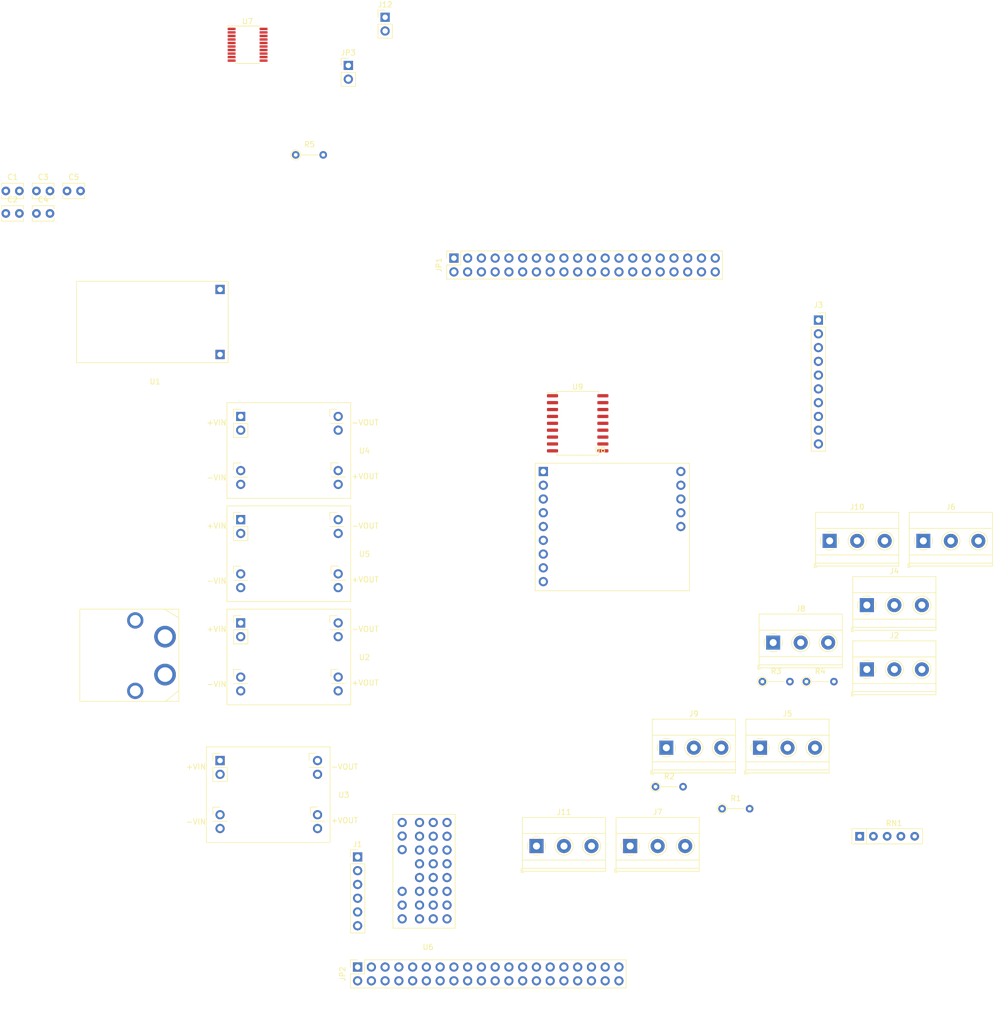
<source format=kicad_pcb>
(kicad_pcb (version 20171130) (host pcbnew "(5.1.4)-1")

  (general
    (thickness 1.6)
    (drawings 0)
    (tracks 0)
    (zones 0)
    (modules 36)
    (nets 118)
  )

  (page A4)
  (layers
    (0 F.Cu signal)
    (31 B.Cu signal)
    (32 B.Adhes user)
    (33 F.Adhes user)
    (34 B.Paste user)
    (35 F.Paste user)
    (36 B.SilkS user)
    (37 F.SilkS user)
    (38 B.Mask user)
    (39 F.Mask user)
    (40 Dwgs.User user)
    (41 Cmts.User user)
    (42 Eco1.User user)
    (43 Eco2.User user)
    (44 Edge.Cuts user)
    (45 Margin user)
    (46 B.CrtYd user)
    (47 F.CrtYd user)
    (48 B.Fab user)
    (49 F.Fab user)
  )

  (setup
    (last_trace_width 0.25)
    (trace_clearance 0.2)
    (zone_clearance 0.508)
    (zone_45_only no)
    (trace_min 0.2)
    (via_size 0.8)
    (via_drill 0.4)
    (via_min_size 0.4)
    (via_min_drill 0.3)
    (uvia_size 0.3)
    (uvia_drill 0.1)
    (uvias_allowed no)
    (uvia_min_size 0.2)
    (uvia_min_drill 0.1)
    (edge_width 0.05)
    (segment_width 0.2)
    (pcb_text_width 0.3)
    (pcb_text_size 1.5 1.5)
    (mod_edge_width 0.12)
    (mod_text_size 1 1)
    (mod_text_width 0.15)
    (pad_size 1.524 1.524)
    (pad_drill 0.762)
    (pad_to_mask_clearance 0.051)
    (solder_mask_min_width 0.25)
    (aux_axis_origin 0 0)
    (visible_elements 7FFFFFFF)
    (pcbplotparams
      (layerselection 0x010fc_ffffffff)
      (usegerberextensions false)
      (usegerberattributes false)
      (usegerberadvancedattributes false)
      (creategerberjobfile false)
      (excludeedgelayer true)
      (linewidth 0.100000)
      (plotframeref false)
      (viasonmask false)
      (mode 1)
      (useauxorigin false)
      (hpglpennumber 1)
      (hpglpenspeed 20)
      (hpglpendiameter 15.000000)
      (psnegative false)
      (psa4output false)
      (plotreference true)
      (plotvalue true)
      (plotinvisibletext false)
      (padsonsilk false)
      (subtractmaskfromsilk false)
      (outputformat 1)
      (mirror false)
      (drillshape 1)
      (scaleselection 1)
      (outputdirectory ""))
  )

  (net 0 "")
  (net 1 "Net-(J1-Pad6)")
  (net 2 "Net-(J1-Pad5)")
  (net 3 "Net-(J1-Pad4)")
  (net 4 "Net-(J1-Pad3)")
  (net 5 "Net-(J1-Pad2)")
  (net 6 "Net-(J1-Pad1)")
  (net 7 "Net-(J2-Pad3)")
  (net 8 GND)
  (net 9 "Net-(J2-Pad1)")
  (net 10 /PWR_8CH_RLY)
  (net 11 "Net-(J3-Pad9)")
  (net 12 "Net-(J3-Pad8)")
  (net 13 "Net-(J3-Pad7)")
  (net 14 "Net-(J3-Pad6)")
  (net 15 "Net-(J3-Pad5)")
  (net 16 "Net-(J3-Pad4)")
  (net 17 "Net-(J3-Pad3)")
  (net 18 "Net-(J3-Pad2)")
  (net 19 "Net-(J4-Pad2)")
  (net 20 /PWR_INDUCTIVE_SENSORS)
  (net 21 "Net-(J5-Pad2)")
  (net 22 "Net-(J6-Pad2)")
  (net 23 "Net-(J7-Pad2)")
  (net 24 "Net-(J8-Pad3)")
  (net 25 "Net-(J8-Pad2)")
  (net 26 "Net-(J9-Pad3)")
  (net 27 "Net-(J9-Pad2)")
  (net 28 "Net-(J10-Pad3)")
  (net 29 "Net-(J10-Pad2)")
  (net 30 "Net-(J10-Pad1)")
  (net 31 "Net-(J11-Pad2)")
  (net 32 "Net-(JP1-Pad39)")
  (net 33 "Net-(JP1-Pad37)")
  (net 34 "Net-(JP1-Pad35)")
  (net 35 "Net-(JP1-Pad33)")
  (net 36 "Net-(JP1-Pad32)")
  (net 37 "Net-(JP1-Pad31)")
  (net 38 "Net-(JP1-Pad30)")
  (net 39 /3v_pullup)
  (net 40 "Net-(JP1-Pad28)")
  (net 41 "Net-(JP1-Pad27)")
  (net 42 "Net-(JP1-Pad26)")
  (net 43 "Net-(JP1-Pad24)")
  (net 44 "Net-(JP1-Pad22)")
  (net 45 "Net-(JP1-Pad21)")
  (net 46 "Net-(JP1-Pad20)")
  (net 47 "Net-(JP1-Pad19)")
  (net 48 "Net-(JP1-Pad18)")
  (net 49 "Net-(JP1-Pad17)")
  (net 50 "Net-(JP1-Pad16)")
  (net 51 "Net-(JP1-Pad14)")
  (net 52 "Net-(JP1-Pad12)")
  (net 53 "Net-(JP1-Pad11)")
  (net 54 "Net-(JP1-Pad10)")
  (net 55 "Net-(JP1-Pad9)")
  (net 56 "Net-(JP1-Pad8)")
  (net 57 "Net-(JP1-Pad7)")
  (net 58 "Net-(JP1-Pad6)")
  (net 59 "Net-(JP1-Pad5)")
  (net 60 "Net-(JP1-Pad4)")
  (net 61 "Net-(JP1-Pad3)")
  (net 62 "Net-(JP1-Pad2)")
  (net 63 "Net-(JP1-Pad1)")
  (net 64 "Net-(JP2-Pad39)")
  (net 65 "Net-(JP2-Pad37)")
  (net 66 "Net-(JP2-Pad36)")
  (net 67 "Net-(JP2-Pad35)")
  (net 68 "Net-(JP2-Pad34)")
  (net 69 "Net-(JP2-Pad33)")
  (net 70 "Net-(JP2-Pad32)")
  (net 71 "Net-(JP2-Pad31)")
  (net 72 "Net-(JP2-Pad30)")
  (net 73 "Net-(JP2-Pad28)")
  (net 74 "Net-(JP2-Pad27)")
  (net 75 "Net-(JP2-Pad26)")
  (net 76 "Net-(JP2-Pad25)")
  (net 77 "Net-(JP2-Pad24)")
  (net 78 "Net-(JP2-Pad23)")
  (net 79 "Net-(JP2-Pad22)")
  (net 80 "Net-(JP2-Pad21)")
  (net 81 "Net-(JP2-Pad20)")
  (net 82 "Net-(JP2-Pad19)")
  (net 83 "Net-(JP2-Pad18)")
  (net 84 "Net-(JP2-Pad17)")
  (net 85 "Net-(JP2-Pad16)")
  (net 86 "Net-(JP2-Pad15)")
  (net 87 "Net-(JP2-Pad14)")
  (net 88 "Net-(JP2-Pad13)")
  (net 89 "Net-(JP2-Pad12)")
  (net 90 "Net-(JP2-Pad11)")
  (net 91 "Net-(JP2-Pad10)")
  (net 92 "Net-(JP2-Pad9)")
  (net 93 "Net-(JP2-Pad8)")
  (net 94 "Net-(JP2-Pad7)")
  (net 95 "Net-(JP2-Pad6)")
  (net 96 "Net-(JP2-Pad5)")
  (net 97 "Net-(JP2-Pad4)")
  (net 98 "Net-(JP2-Pad3)")
  (net 99 "Net-(JP2-Pad2)")
  (net 100 "Net-(JP2-Pad1)")
  (net 101 /PWR_X8R)
  (net 102 "Net-(U8-Pad14)")
  (net 103 "Net-(U8-Pad13)")
  (net 104 "Net-(U8-Pad12)")
  (net 105 "Net-(U8-Pad11)")
  (net 106 "Net-(U8-Pad10)")
  (net 107 "Net-(J12-Pad1)")
  (net 108 /VCC3P3)
  (net 109 "Net-(JP3-Pad2)")
  (net 110 "Net-(U6-Pad8)")
  (net 111 "Net-(U6-Pad7)")
  (net 112 "Net-(U6-Pad6)")
  (net 113 "Net-(U6-Pad5)")
  (net 114 "Net-(U6-Pad4)")
  (net 115 "Net-(U6-Pad3)")
  (net 116 "Net-(U6-Pad2)")
  (net 117 "Net-(U6-Pad1)")

  (net_class Default "This is the default net class."
    (clearance 0.2)
    (trace_width 0.25)
    (via_dia 0.8)
    (via_drill 0.4)
    (uvia_dia 0.3)
    (uvia_drill 0.1)
    (add_net /3v_pullup)
    (add_net /PWR_8CH_RLY)
    (add_net /PWR_INDUCTIVE_SENSORS)
    (add_net /PWR_X8R)
    (add_net /VCC3P3)
    (add_net GND)
    (add_net "Net-(J1-Pad1)")
    (add_net "Net-(J1-Pad2)")
    (add_net "Net-(J1-Pad3)")
    (add_net "Net-(J1-Pad4)")
    (add_net "Net-(J1-Pad5)")
    (add_net "Net-(J1-Pad6)")
    (add_net "Net-(J10-Pad1)")
    (add_net "Net-(J10-Pad2)")
    (add_net "Net-(J10-Pad3)")
    (add_net "Net-(J11-Pad2)")
    (add_net "Net-(J12-Pad1)")
    (add_net "Net-(J2-Pad1)")
    (add_net "Net-(J2-Pad3)")
    (add_net "Net-(J3-Pad2)")
    (add_net "Net-(J3-Pad3)")
    (add_net "Net-(J3-Pad4)")
    (add_net "Net-(J3-Pad5)")
    (add_net "Net-(J3-Pad6)")
    (add_net "Net-(J3-Pad7)")
    (add_net "Net-(J3-Pad8)")
    (add_net "Net-(J3-Pad9)")
    (add_net "Net-(J4-Pad2)")
    (add_net "Net-(J5-Pad2)")
    (add_net "Net-(J6-Pad2)")
    (add_net "Net-(J7-Pad2)")
    (add_net "Net-(J8-Pad2)")
    (add_net "Net-(J8-Pad3)")
    (add_net "Net-(J9-Pad2)")
    (add_net "Net-(J9-Pad3)")
    (add_net "Net-(JP1-Pad1)")
    (add_net "Net-(JP1-Pad10)")
    (add_net "Net-(JP1-Pad11)")
    (add_net "Net-(JP1-Pad12)")
    (add_net "Net-(JP1-Pad14)")
    (add_net "Net-(JP1-Pad16)")
    (add_net "Net-(JP1-Pad17)")
    (add_net "Net-(JP1-Pad18)")
    (add_net "Net-(JP1-Pad19)")
    (add_net "Net-(JP1-Pad2)")
    (add_net "Net-(JP1-Pad20)")
    (add_net "Net-(JP1-Pad21)")
    (add_net "Net-(JP1-Pad22)")
    (add_net "Net-(JP1-Pad24)")
    (add_net "Net-(JP1-Pad26)")
    (add_net "Net-(JP1-Pad27)")
    (add_net "Net-(JP1-Pad28)")
    (add_net "Net-(JP1-Pad3)")
    (add_net "Net-(JP1-Pad30)")
    (add_net "Net-(JP1-Pad31)")
    (add_net "Net-(JP1-Pad32)")
    (add_net "Net-(JP1-Pad33)")
    (add_net "Net-(JP1-Pad35)")
    (add_net "Net-(JP1-Pad37)")
    (add_net "Net-(JP1-Pad39)")
    (add_net "Net-(JP1-Pad4)")
    (add_net "Net-(JP1-Pad5)")
    (add_net "Net-(JP1-Pad6)")
    (add_net "Net-(JP1-Pad7)")
    (add_net "Net-(JP1-Pad8)")
    (add_net "Net-(JP1-Pad9)")
    (add_net "Net-(JP2-Pad1)")
    (add_net "Net-(JP2-Pad10)")
    (add_net "Net-(JP2-Pad11)")
    (add_net "Net-(JP2-Pad12)")
    (add_net "Net-(JP2-Pad13)")
    (add_net "Net-(JP2-Pad14)")
    (add_net "Net-(JP2-Pad15)")
    (add_net "Net-(JP2-Pad16)")
    (add_net "Net-(JP2-Pad17)")
    (add_net "Net-(JP2-Pad18)")
    (add_net "Net-(JP2-Pad19)")
    (add_net "Net-(JP2-Pad2)")
    (add_net "Net-(JP2-Pad20)")
    (add_net "Net-(JP2-Pad21)")
    (add_net "Net-(JP2-Pad22)")
    (add_net "Net-(JP2-Pad23)")
    (add_net "Net-(JP2-Pad24)")
    (add_net "Net-(JP2-Pad25)")
    (add_net "Net-(JP2-Pad26)")
    (add_net "Net-(JP2-Pad27)")
    (add_net "Net-(JP2-Pad28)")
    (add_net "Net-(JP2-Pad3)")
    (add_net "Net-(JP2-Pad30)")
    (add_net "Net-(JP2-Pad31)")
    (add_net "Net-(JP2-Pad32)")
    (add_net "Net-(JP2-Pad33)")
    (add_net "Net-(JP2-Pad34)")
    (add_net "Net-(JP2-Pad35)")
    (add_net "Net-(JP2-Pad36)")
    (add_net "Net-(JP2-Pad37)")
    (add_net "Net-(JP2-Pad39)")
    (add_net "Net-(JP2-Pad4)")
    (add_net "Net-(JP2-Pad5)")
    (add_net "Net-(JP2-Pad6)")
    (add_net "Net-(JP2-Pad7)")
    (add_net "Net-(JP2-Pad8)")
    (add_net "Net-(JP2-Pad9)")
    (add_net "Net-(JP3-Pad2)")
    (add_net "Net-(U6-Pad1)")
    (add_net "Net-(U6-Pad2)")
    (add_net "Net-(U6-Pad3)")
    (add_net "Net-(U6-Pad4)")
    (add_net "Net-(U6-Pad5)")
    (add_net "Net-(U6-Pad6)")
    (add_net "Net-(U6-Pad7)")
    (add_net "Net-(U6-Pad8)")
    (add_net "Net-(U8-Pad10)")
    (add_net "Net-(U8-Pad11)")
    (add_net "Net-(U8-Pad12)")
    (add_net "Net-(U8-Pad13)")
    (add_net "Net-(U8-Pad14)")
  )

  (module Robot:R_Array_SIP5 (layer F.Cu) (tedit 5A14249F) (tstamp 5D9CEA91)
    (at 158.75 120.65)
    (descr "5-pin Resistor SIP pack")
    (tags R)
    (path /5DA28DA9)
    (fp_text reference RN1 (at 6.35 -2.4) (layer F.SilkS)
      (effects (font (size 1 1) (thickness 0.15)))
    )
    (fp_text value R_Network04 (at 6.35 2.4) (layer F.Fab)
      (effects (font (size 1 1) (thickness 0.15)))
    )
    (fp_line (start 11.9 -1.65) (end -1.7 -1.65) (layer F.CrtYd) (width 0.05))
    (fp_line (start 11.9 1.65) (end 11.9 -1.65) (layer F.CrtYd) (width 0.05))
    (fp_line (start -1.7 1.65) (end 11.9 1.65) (layer F.CrtYd) (width 0.05))
    (fp_line (start -1.7 -1.65) (end -1.7 1.65) (layer F.CrtYd) (width 0.05))
    (fp_line (start 1.27 -1.4) (end 1.27 1.4) (layer F.SilkS) (width 0.12))
    (fp_line (start 11.6 -1.4) (end -1.44 -1.4) (layer F.SilkS) (width 0.12))
    (fp_line (start 11.6 1.4) (end 11.6 -1.4) (layer F.SilkS) (width 0.12))
    (fp_line (start -1.44 1.4) (end 11.6 1.4) (layer F.SilkS) (width 0.12))
    (fp_line (start -1.44 -1.4) (end -1.44 1.4) (layer F.SilkS) (width 0.12))
    (fp_line (start 1.27 -1.25) (end 1.27 1.25) (layer F.Fab) (width 0.1))
    (fp_line (start 11.45 -1.25) (end -1.29 -1.25) (layer F.Fab) (width 0.1))
    (fp_line (start 11.45 1.25) (end 11.45 -1.25) (layer F.Fab) (width 0.1))
    (fp_line (start -1.29 1.25) (end 11.45 1.25) (layer F.Fab) (width 0.1))
    (fp_line (start -1.29 -1.25) (end -1.29 1.25) (layer F.Fab) (width 0.1))
    (fp_text user %R (at 5.08 0) (layer F.Fab)
      (effects (font (size 1 1) (thickness 0.15)))
    )
    (pad 5 thru_hole oval (at 10.16 0) (size 1.6 1.6) (drill 0.8) (layers *.Cu *.Mask)
      (net 23 "Net-(J7-Pad2)"))
    (pad 4 thru_hole oval (at 7.62 0) (size 1.6 1.6) (drill 0.8) (layers *.Cu *.Mask)
      (net 22 "Net-(J6-Pad2)"))
    (pad 3 thru_hole oval (at 5.08 0) (size 1.6 1.6) (drill 0.8) (layers *.Cu *.Mask)
      (net 21 "Net-(J5-Pad2)"))
    (pad 2 thru_hole oval (at 2.54 0) (size 1.6 1.6) (drill 0.8) (layers *.Cu *.Mask)
      (net 19 "Net-(J4-Pad2)"))
    (pad 1 thru_hole rect (at 0 0) (size 1.6 1.6) (drill 0.8) (layers *.Cu *.Mask)
      (net 39 /3v_pullup))
    (model ${KISYS3DMOD}/Resistor_THT.3dshapes/R_Array_SIP5.wrl
      (at (xyz 0 0 0))
      (scale (xyz 1 1 1))
      (rotate (xyz 0 0 0))
    )
  )

  (module Robot:RFM9X (layer F.Cu) (tedit 5D9A9317) (tstamp 5D9B39D0)
    (at 100.33 53.34)
    (path /5DAE8005)
    (fp_text reference U8 (at 10.5 -4) (layer F.SilkS)
      (effects (font (size 1 1) (thickness 0.15)))
    )
    (fp_text value RFM9X (at 10.5 -2.5) (layer F.Fab)
      (effects (font (size 1 1) (thickness 0.15)))
    )
    (fp_line (start -1.5 22) (end -1.5 -1.5) (layer F.SilkS) (width 0.12))
    (fp_line (start 27 22) (end -1.5 22) (layer F.SilkS) (width 0.12))
    (fp_line (start 27 -1.5) (end 27 22) (layer F.SilkS) (width 0.12))
    (fp_line (start -1.5 -1.5) (end 27 -1.5) (layer F.SilkS) (width 0.12))
    (pad 14 thru_hole circle (at 25.4 10.16) (size 1.7 1.7) (drill 1) (layers *.Cu *.Mask)
      (net 102 "Net-(U8-Pad14)"))
    (pad 13 thru_hole circle (at 25.4 7.62) (size 1.7 1.7) (drill 1) (layers *.Cu *.Mask)
      (net 103 "Net-(U8-Pad13)"))
    (pad 12 thru_hole circle (at 25.4 5.08) (size 1.7 1.7) (drill 1) (layers *.Cu *.Mask)
      (net 104 "Net-(U8-Pad12)"))
    (pad 11 thru_hole circle (at 25.4 2.54) (size 1.7 1.7) (drill 1) (layers *.Cu *.Mask)
      (net 105 "Net-(U8-Pad11)"))
    (pad 10 thru_hole circle (at 25.4 0) (size 1.7 1.7) (drill 1) (layers *.Cu *.Mask)
      (net 106 "Net-(U8-Pad10)"))
    (pad 9 thru_hole circle (at 0 20.32) (size 1.7 1.7) (drill 1) (layers *.Cu *.Mask)
      (net 88 "Net-(JP2-Pad13)"))
    (pad 8 thru_hole circle (at 0 17.78) (size 1.7 1.7) (drill 1) (layers *.Cu *.Mask)
      (net 86 "Net-(JP2-Pad15)"))
    (pad 7 thru_hole circle (at 0 15.24) (size 1.7 1.7) (drill 1) (layers *.Cu *.Mask)
      (net 84 "Net-(JP2-Pad17)"))
    (pad 6 thru_hole circle (at 0 12.7) (size 1.7 1.7) (drill 1) (layers *.Cu *.Mask)
      (net 82 "Net-(JP2-Pad19)"))
    (pad 5 thru_hole circle (at 0 10.16) (size 1.7 1.7) (drill 1) (layers *.Cu *.Mask)
      (net 80 "Net-(JP2-Pad21)"))
    (pad 4 thru_hole circle (at 0 7.62) (size 1.7 1.7) (drill 1) (layers *.Cu *.Mask)
      (net 78 "Net-(JP2-Pad23)"))
    (pad 3 thru_hole circle (at 0 5.08) (size 1.7 1.7) (drill 1) (layers *.Cu *.Mask)
      (net 76 "Net-(JP2-Pad25)"))
    (pad 2 thru_hole circle (at 0 2.54) (size 1.7 1.7) (drill 1) (layers *.Cu *.Mask)
      (net 8 GND))
    (pad 1 thru_hole rect (at 0 0) (size 1.7 1.7) (drill 1) (layers *.Cu *.Mask)
      (net 101 /PWR_X8R))
  )

  (module Robot:C_Disc_D3.8mm_W2.6mm_P2.50mm (layer F.Cu) (tedit 5AE50EF0) (tstamp 5D9C4DA8)
    (at 12.375001 1.575001)
    (descr "C, Disc series, Radial, pin pitch=2.50mm, , diameter*width=3.8*2.6mm^2, Capacitor, http://www.vishay.com/docs/45233/krseries.pdf")
    (tags "C Disc series Radial pin pitch 2.50mm  diameter 3.8mm width 2.6mm Capacitor")
    (path /5DA52CFD)
    (fp_text reference C5 (at 1.25 -2.55) (layer F.SilkS)
      (effects (font (size 1 1) (thickness 0.15)))
    )
    (fp_text value .1uf (at 1.25 2.55) (layer F.Fab)
      (effects (font (size 1 1) (thickness 0.15)))
    )
    (fp_text user %R (at 1.25 0) (layer F.Fab)
      (effects (font (size 0.76 0.76) (thickness 0.114)))
    )
    (fp_line (start 3.55 -1.55) (end -1.05 -1.55) (layer F.CrtYd) (width 0.05))
    (fp_line (start 3.55 1.55) (end 3.55 -1.55) (layer F.CrtYd) (width 0.05))
    (fp_line (start -1.05 1.55) (end 3.55 1.55) (layer F.CrtYd) (width 0.05))
    (fp_line (start -1.05 -1.55) (end -1.05 1.55) (layer F.CrtYd) (width 0.05))
    (fp_line (start 3.27 0.795) (end 3.27 1.42) (layer F.SilkS) (width 0.12))
    (fp_line (start 3.27 -1.42) (end 3.27 -0.795) (layer F.SilkS) (width 0.12))
    (fp_line (start -0.77 0.795) (end -0.77 1.42) (layer F.SilkS) (width 0.12))
    (fp_line (start -0.77 -1.42) (end -0.77 -0.795) (layer F.SilkS) (width 0.12))
    (fp_line (start -0.77 1.42) (end 3.27 1.42) (layer F.SilkS) (width 0.12))
    (fp_line (start -0.77 -1.42) (end 3.27 -1.42) (layer F.SilkS) (width 0.12))
    (fp_line (start 3.15 -1.3) (end -0.65 -1.3) (layer F.Fab) (width 0.1))
    (fp_line (start 3.15 1.3) (end 3.15 -1.3) (layer F.Fab) (width 0.1))
    (fp_line (start -0.65 1.3) (end 3.15 1.3) (layer F.Fab) (width 0.1))
    (fp_line (start -0.65 -1.3) (end -0.65 1.3) (layer F.Fab) (width 0.1))
    (pad 2 thru_hole circle (at 2.5 0) (size 1.6 1.6) (drill 0.8) (layers *.Cu *.Mask)
      (net 8 GND))
    (pad 1 thru_hole circle (at 0 0) (size 1.6 1.6) (drill 0.8) (layers *.Cu *.Mask)
      (net 10 /PWR_8CH_RLY))
    (model ${KISYS3DMOD}/Capacitor_THT.3dshapes/C_Disc_D3.8mm_W2.6mm_P2.50mm.wrl
      (at (xyz 0 0 0))
      (scale (xyz 1 1 1))
      (rotate (xyz 0 0 0))
    )
  )

  (module Robot:C_Disc_D3.8mm_W2.6mm_P2.50mm (layer F.Cu) (tedit 5AE50EF0) (tstamp 5D9C4D93)
    (at 6.725001 5.725001)
    (descr "C, Disc series, Radial, pin pitch=2.50mm, , diameter*width=3.8*2.6mm^2, Capacitor, http://www.vishay.com/docs/45233/krseries.pdf")
    (tags "C Disc series Radial pin pitch 2.50mm  diameter 3.8mm width 2.6mm Capacitor")
    (path /5DA6A692)
    (fp_text reference C4 (at 1.25 -2.55) (layer F.SilkS)
      (effects (font (size 1 1) (thickness 0.15)))
    )
    (fp_text value .1uf (at 1.25 2.55) (layer F.Fab)
      (effects (font (size 1 1) (thickness 0.15)))
    )
    (fp_text user %R (at 1.25 0) (layer F.Fab)
      (effects (font (size 0.76 0.76) (thickness 0.114)))
    )
    (fp_line (start 3.55 -1.55) (end -1.05 -1.55) (layer F.CrtYd) (width 0.05))
    (fp_line (start 3.55 1.55) (end 3.55 -1.55) (layer F.CrtYd) (width 0.05))
    (fp_line (start -1.05 1.55) (end 3.55 1.55) (layer F.CrtYd) (width 0.05))
    (fp_line (start -1.05 -1.55) (end -1.05 1.55) (layer F.CrtYd) (width 0.05))
    (fp_line (start 3.27 0.795) (end 3.27 1.42) (layer F.SilkS) (width 0.12))
    (fp_line (start 3.27 -1.42) (end 3.27 -0.795) (layer F.SilkS) (width 0.12))
    (fp_line (start -0.77 0.795) (end -0.77 1.42) (layer F.SilkS) (width 0.12))
    (fp_line (start -0.77 -1.42) (end -0.77 -0.795) (layer F.SilkS) (width 0.12))
    (fp_line (start -0.77 1.42) (end 3.27 1.42) (layer F.SilkS) (width 0.12))
    (fp_line (start -0.77 -1.42) (end 3.27 -1.42) (layer F.SilkS) (width 0.12))
    (fp_line (start 3.15 -1.3) (end -0.65 -1.3) (layer F.Fab) (width 0.1))
    (fp_line (start 3.15 1.3) (end 3.15 -1.3) (layer F.Fab) (width 0.1))
    (fp_line (start -0.65 1.3) (end 3.15 1.3) (layer F.Fab) (width 0.1))
    (fp_line (start -0.65 -1.3) (end -0.65 1.3) (layer F.Fab) (width 0.1))
    (pad 2 thru_hole circle (at 2.5 0) (size 1.6 1.6) (drill 0.8) (layers *.Cu *.Mask)
      (net 8 GND))
    (pad 1 thru_hole circle (at 0 0) (size 1.6 1.6) (drill 0.8) (layers *.Cu *.Mask)
      (net 101 /PWR_X8R))
    (model ${KISYS3DMOD}/Capacitor_THT.3dshapes/C_Disc_D3.8mm_W2.6mm_P2.50mm.wrl
      (at (xyz 0 0 0))
      (scale (xyz 1 1 1))
      (rotate (xyz 0 0 0))
    )
  )

  (module Robot:C_Disc_D3.8mm_W2.6mm_P2.50mm (layer F.Cu) (tedit 5AE50EF0) (tstamp 5D9C4D7E)
    (at 6.725001 1.575001)
    (descr "C, Disc series, Radial, pin pitch=2.50mm, , diameter*width=3.8*2.6mm^2, Capacitor, http://www.vishay.com/docs/45233/krseries.pdf")
    (tags "C Disc series Radial pin pitch 2.50mm  diameter 3.8mm width 2.6mm Capacitor")
    (path /5DA23F04)
    (fp_text reference C3 (at 1.25 -2.55) (layer F.SilkS)
      (effects (font (size 1 1) (thickness 0.15)))
    )
    (fp_text value .1uf (at 1.25 2.55) (layer F.Fab)
      (effects (font (size 1 1) (thickness 0.15)))
    )
    (fp_text user %R (at 1.25 0) (layer F.Fab)
      (effects (font (size 0.76 0.76) (thickness 0.114)))
    )
    (fp_line (start 3.55 -1.55) (end -1.05 -1.55) (layer F.CrtYd) (width 0.05))
    (fp_line (start 3.55 1.55) (end 3.55 -1.55) (layer F.CrtYd) (width 0.05))
    (fp_line (start -1.05 1.55) (end 3.55 1.55) (layer F.CrtYd) (width 0.05))
    (fp_line (start -1.05 -1.55) (end -1.05 1.55) (layer F.CrtYd) (width 0.05))
    (fp_line (start 3.27 0.795) (end 3.27 1.42) (layer F.SilkS) (width 0.12))
    (fp_line (start 3.27 -1.42) (end 3.27 -0.795) (layer F.SilkS) (width 0.12))
    (fp_line (start -0.77 0.795) (end -0.77 1.42) (layer F.SilkS) (width 0.12))
    (fp_line (start -0.77 -1.42) (end -0.77 -0.795) (layer F.SilkS) (width 0.12))
    (fp_line (start -0.77 1.42) (end 3.27 1.42) (layer F.SilkS) (width 0.12))
    (fp_line (start -0.77 -1.42) (end 3.27 -1.42) (layer F.SilkS) (width 0.12))
    (fp_line (start 3.15 -1.3) (end -0.65 -1.3) (layer F.Fab) (width 0.1))
    (fp_line (start 3.15 1.3) (end 3.15 -1.3) (layer F.Fab) (width 0.1))
    (fp_line (start -0.65 1.3) (end 3.15 1.3) (layer F.Fab) (width 0.1))
    (fp_line (start -0.65 -1.3) (end -0.65 1.3) (layer F.Fab) (width 0.1))
    (pad 2 thru_hole circle (at 2.5 0) (size 1.6 1.6) (drill 0.8) (layers *.Cu *.Mask)
      (net 8 GND))
    (pad 1 thru_hole circle (at 0 0) (size 1.6 1.6) (drill 0.8) (layers *.Cu *.Mask)
      (net 101 /PWR_X8R))
    (model ${KISYS3DMOD}/Capacitor_THT.3dshapes/C_Disc_D3.8mm_W2.6mm_P2.50mm.wrl
      (at (xyz 0 0 0))
      (scale (xyz 1 1 1))
      (rotate (xyz 0 0 0))
    )
  )

  (module Robot:C_Disc_D3.8mm_W2.6mm_P2.50mm (layer F.Cu) (tedit 5AE50EF0) (tstamp 5D9C4D69)
    (at 1.075001 5.725001)
    (descr "C, Disc series, Radial, pin pitch=2.50mm, , diameter*width=3.8*2.6mm^2, Capacitor, http://www.vishay.com/docs/45233/krseries.pdf")
    (tags "C Disc series Radial pin pitch 2.50mm  diameter 3.8mm width 2.6mm Capacitor")
    (path /5DA3B3EA)
    (fp_text reference C2 (at 1.25 -2.55) (layer F.SilkS)
      (effects (font (size 1 1) (thickness 0.15)))
    )
    (fp_text value .1uf (at 1.25 2.55) (layer F.Fab)
      (effects (font (size 1 1) (thickness 0.15)))
    )
    (fp_text user %R (at 1.25 0) (layer F.Fab)
      (effects (font (size 0.76 0.76) (thickness 0.114)))
    )
    (fp_line (start 3.55 -1.55) (end -1.05 -1.55) (layer F.CrtYd) (width 0.05))
    (fp_line (start 3.55 1.55) (end 3.55 -1.55) (layer F.CrtYd) (width 0.05))
    (fp_line (start -1.05 1.55) (end 3.55 1.55) (layer F.CrtYd) (width 0.05))
    (fp_line (start -1.05 -1.55) (end -1.05 1.55) (layer F.CrtYd) (width 0.05))
    (fp_line (start 3.27 0.795) (end 3.27 1.42) (layer F.SilkS) (width 0.12))
    (fp_line (start 3.27 -1.42) (end 3.27 -0.795) (layer F.SilkS) (width 0.12))
    (fp_line (start -0.77 0.795) (end -0.77 1.42) (layer F.SilkS) (width 0.12))
    (fp_line (start -0.77 -1.42) (end -0.77 -0.795) (layer F.SilkS) (width 0.12))
    (fp_line (start -0.77 1.42) (end 3.27 1.42) (layer F.SilkS) (width 0.12))
    (fp_line (start -0.77 -1.42) (end 3.27 -1.42) (layer F.SilkS) (width 0.12))
    (fp_line (start 3.15 -1.3) (end -0.65 -1.3) (layer F.Fab) (width 0.1))
    (fp_line (start 3.15 1.3) (end 3.15 -1.3) (layer F.Fab) (width 0.1))
    (fp_line (start -0.65 1.3) (end 3.15 1.3) (layer F.Fab) (width 0.1))
    (fp_line (start -0.65 -1.3) (end -0.65 1.3) (layer F.Fab) (width 0.1))
    (pad 2 thru_hole circle (at 2.5 0) (size 1.6 1.6) (drill 0.8) (layers *.Cu *.Mask)
      (net 8 GND))
    (pad 1 thru_hole circle (at 0 0) (size 1.6 1.6) (drill 0.8) (layers *.Cu *.Mask)
      (net 108 /VCC3P3))
    (model ${KISYS3DMOD}/Capacitor_THT.3dshapes/C_Disc_D3.8mm_W2.6mm_P2.50mm.wrl
      (at (xyz 0 0 0))
      (scale (xyz 1 1 1))
      (rotate (xyz 0 0 0))
    )
  )

  (module Robot:C_Disc_D3.8mm_W2.6mm_P2.50mm (layer F.Cu) (tedit 5AE50EF0) (tstamp 5D9C4D54)
    (at 1.075001 1.575001)
    (descr "C, Disc series, Radial, pin pitch=2.50mm, , diameter*width=3.8*2.6mm^2, Capacitor, http://www.vishay.com/docs/45233/krseries.pdf")
    (tags "C Disc series Radial pin pitch 2.50mm  diameter 3.8mm width 2.6mm Capacitor")
    (path /5D9F0D3D)
    (fp_text reference C1 (at 1.25 -2.55) (layer F.SilkS)
      (effects (font (size 1 1) (thickness 0.15)))
    )
    (fp_text value .1uf (at 1.25 2.55) (layer F.Fab)
      (effects (font (size 1 1) (thickness 0.15)))
    )
    (fp_text user %R (at 1.25 0) (layer F.Fab)
      (effects (font (size 0.76 0.76) (thickness 0.114)))
    )
    (fp_line (start 3.55 -1.55) (end -1.05 -1.55) (layer F.CrtYd) (width 0.05))
    (fp_line (start 3.55 1.55) (end 3.55 -1.55) (layer F.CrtYd) (width 0.05))
    (fp_line (start -1.05 1.55) (end 3.55 1.55) (layer F.CrtYd) (width 0.05))
    (fp_line (start -1.05 -1.55) (end -1.05 1.55) (layer F.CrtYd) (width 0.05))
    (fp_line (start 3.27 0.795) (end 3.27 1.42) (layer F.SilkS) (width 0.12))
    (fp_line (start 3.27 -1.42) (end 3.27 -0.795) (layer F.SilkS) (width 0.12))
    (fp_line (start -0.77 0.795) (end -0.77 1.42) (layer F.SilkS) (width 0.12))
    (fp_line (start -0.77 -1.42) (end -0.77 -0.795) (layer F.SilkS) (width 0.12))
    (fp_line (start -0.77 1.42) (end 3.27 1.42) (layer F.SilkS) (width 0.12))
    (fp_line (start -0.77 -1.42) (end 3.27 -1.42) (layer F.SilkS) (width 0.12))
    (fp_line (start 3.15 -1.3) (end -0.65 -1.3) (layer F.Fab) (width 0.1))
    (fp_line (start 3.15 1.3) (end 3.15 -1.3) (layer F.Fab) (width 0.1))
    (fp_line (start -0.65 1.3) (end 3.15 1.3) (layer F.Fab) (width 0.1))
    (fp_line (start -0.65 -1.3) (end -0.65 1.3) (layer F.Fab) (width 0.1))
    (pad 2 thru_hole circle (at 2.5 0) (size 1.6 1.6) (drill 0.8) (layers *.Cu *.Mask)
      (net 8 GND))
    (pad 1 thru_hole circle (at 0 0) (size 1.6 1.6) (drill 0.8) (layers *.Cu *.Mask)
      (net 101 /PWR_X8R))
    (model ${KISYS3DMOD}/Capacitor_THT.3dshapes/C_Disc_D3.8mm_W2.6mm_P2.50mm.wrl
      (at (xyz 0 0 0))
      (scale (xyz 1 1 1))
      (rotate (xyz 0 0 0))
    )
  )

  (module Robot:SOIC-18W_7.5x11.6mm_P1.27mm (layer F.Cu) (tedit 5C97300E) (tstamp 5D9BFBF4)
    (at 106.68 44.45)
    (descr "SOIC, 18 Pin (JEDEC MS-013AB, https://www.analog.com/media/en/package-pcb-resources/package/33254132129439rw_18.pdf), generated with kicad-footprint-generator ipc_gullwing_generator.py")
    (tags "SOIC SO")
    (path /5DA16FAD)
    (attr smd)
    (fp_text reference U9 (at 0 -6.72) (layer F.SilkS)
      (effects (font (size 1 1) (thickness 0.15)))
    )
    (fp_text value TDB62381A (at 0 6.72) (layer F.Fab)
      (effects (font (size 1 1) (thickness 0.15)))
    )
    (fp_text user %R (at 0 0) (layer F.Fab)
      (effects (font (size 1 1) (thickness 0.15)))
    )
    (fp_line (start 5.93 -6.02) (end -5.93 -6.02) (layer F.CrtYd) (width 0.05))
    (fp_line (start 5.93 6.02) (end 5.93 -6.02) (layer F.CrtYd) (width 0.05))
    (fp_line (start -5.93 6.02) (end 5.93 6.02) (layer F.CrtYd) (width 0.05))
    (fp_line (start -5.93 -6.02) (end -5.93 6.02) (layer F.CrtYd) (width 0.05))
    (fp_line (start -3.75 -4.775) (end -2.75 -5.775) (layer F.Fab) (width 0.1))
    (fp_line (start -3.75 5.775) (end -3.75 -4.775) (layer F.Fab) (width 0.1))
    (fp_line (start 3.75 5.775) (end -3.75 5.775) (layer F.Fab) (width 0.1))
    (fp_line (start 3.75 -5.775) (end 3.75 5.775) (layer F.Fab) (width 0.1))
    (fp_line (start -2.75 -5.775) (end 3.75 -5.775) (layer F.Fab) (width 0.1))
    (fp_line (start -3.86 -5.64) (end -5.675 -5.64) (layer F.SilkS) (width 0.12))
    (fp_line (start -3.86 -5.885) (end -3.86 -5.64) (layer F.SilkS) (width 0.12))
    (fp_line (start 0 -5.885) (end -3.86 -5.885) (layer F.SilkS) (width 0.12))
    (fp_line (start 3.86 -5.885) (end 3.86 -5.64) (layer F.SilkS) (width 0.12))
    (fp_line (start 0 -5.885) (end 3.86 -5.885) (layer F.SilkS) (width 0.12))
    (fp_line (start -3.86 5.885) (end -3.86 5.64) (layer F.SilkS) (width 0.12))
    (fp_line (start 0 5.885) (end -3.86 5.885) (layer F.SilkS) (width 0.12))
    (fp_line (start 3.86 5.885) (end 3.86 5.64) (layer F.SilkS) (width 0.12))
    (fp_line (start 0 5.885) (end 3.86 5.885) (layer F.SilkS) (width 0.12))
    (pad 18 smd roundrect (at 4.65 -5.08) (size 2.05 0.6) (layers F.Cu F.Paste F.Mask) (roundrect_rratio 0.25)
      (net 18 "Net-(J3-Pad2)"))
    (pad 17 smd roundrect (at 4.65 -3.81) (size 2.05 0.6) (layers F.Cu F.Paste F.Mask) (roundrect_rratio 0.25)
      (net 17 "Net-(J3-Pad3)"))
    (pad 16 smd roundrect (at 4.65 -2.54) (size 2.05 0.6) (layers F.Cu F.Paste F.Mask) (roundrect_rratio 0.25)
      (net 16 "Net-(J3-Pad4)"))
    (pad 15 smd roundrect (at 4.65 -1.27) (size 2.05 0.6) (layers F.Cu F.Paste F.Mask) (roundrect_rratio 0.25)
      (net 15 "Net-(J3-Pad5)"))
    (pad 14 smd roundrect (at 4.65 0) (size 2.05 0.6) (layers F.Cu F.Paste F.Mask) (roundrect_rratio 0.25)
      (net 14 "Net-(J3-Pad6)"))
    (pad 13 smd roundrect (at 4.65 1.27) (size 2.05 0.6) (layers F.Cu F.Paste F.Mask) (roundrect_rratio 0.25)
      (net 13 "Net-(J3-Pad7)"))
    (pad 12 smd roundrect (at 4.65 2.54) (size 2.05 0.6) (layers F.Cu F.Paste F.Mask) (roundrect_rratio 0.25)
      (net 12 "Net-(J3-Pad8)"))
    (pad 11 smd roundrect (at 4.65 3.81) (size 2.05 0.6) (layers F.Cu F.Paste F.Mask) (roundrect_rratio 0.25)
      (net 11 "Net-(J3-Pad9)"))
    (pad 10 smd roundrect (at 4.65 5.08) (size 2.05 0.6) (layers F.Cu F.Paste F.Mask) (roundrect_rratio 0.25)
      (net 10 /PWR_8CH_RLY))
    (pad 9 smd roundrect (at -4.65 5.08) (size 2.05 0.6) (layers F.Cu F.Paste F.Mask) (roundrect_rratio 0.25)
      (net 8 GND))
    (pad 8 smd roundrect (at -4.65 3.81) (size 2.05 0.6) (layers F.Cu F.Paste F.Mask) (roundrect_rratio 0.25)
      (net 40 "Net-(JP1-Pad28)"))
    (pad 7 smd roundrect (at -4.65 2.54) (size 2.05 0.6) (layers F.Cu F.Paste F.Mask) (roundrect_rratio 0.25)
      (net 42 "Net-(JP1-Pad26)"))
    (pad 6 smd roundrect (at -4.65 1.27) (size 2.05 0.6) (layers F.Cu F.Paste F.Mask) (roundrect_rratio 0.25)
      (net 43 "Net-(JP1-Pad24)"))
    (pad 5 smd roundrect (at -4.65 0) (size 2.05 0.6) (layers F.Cu F.Paste F.Mask) (roundrect_rratio 0.25)
      (net 44 "Net-(JP1-Pad22)"))
    (pad 4 smd roundrect (at -4.65 -1.27) (size 2.05 0.6) (layers F.Cu F.Paste F.Mask) (roundrect_rratio 0.25)
      (net 46 "Net-(JP1-Pad20)"))
    (pad 3 smd roundrect (at -4.65 -2.54) (size 2.05 0.6) (layers F.Cu F.Paste F.Mask) (roundrect_rratio 0.25)
      (net 48 "Net-(JP1-Pad18)"))
    (pad 2 smd roundrect (at -4.65 -3.81) (size 2.05 0.6) (layers F.Cu F.Paste F.Mask) (roundrect_rratio 0.25)
      (net 50 "Net-(JP1-Pad16)"))
    (pad 1 smd roundrect (at -4.65 -5.08) (size 2.05 0.6) (layers F.Cu F.Paste F.Mask) (roundrect_rratio 0.25)
      (net 51 "Net-(JP1-Pad14)"))
    (model ${KISYS3DMOD}/Package_SO.3dshapes/SOIC-18W_7.5x11.6mm_P1.27mm.wrl
      (at (xyz 0 0 0))
      (scale (xyz 1 1 1))
      (rotate (xyz 0 0 0))
    )
  )

  (module Robot:TSSOP-20_4.4x6.5mm_P0.65mm (layer F.Cu) (tedit 5A02F25C) (tstamp 5D9BFBA1)
    (at 45.72 -25.4)
    (descr "20-Lead Plastic Thin Shrink Small Outline (ST)-4.4 mm Body [TSSOP] (see Microchip Packaging Specification 00000049BS.pdf)")
    (tags "SSOP 0.65")
    (path /5DA5097E)
    (attr smd)
    (fp_text reference U7 (at 0 -4.3) (layer F.SilkS)
      (effects (font (size 1 1) (thickness 0.15)))
    )
    (fp_text value TXS0108E (at 0 4.3) (layer F.Fab)
      (effects (font (size 1 1) (thickness 0.15)))
    )
    (fp_text user %R (at -5.455001 5.314999) (layer F.Fab)
      (effects (font (size 0.8 0.8) (thickness 0.15)))
    )
    (fp_line (start -3.75 -3.45) (end 2.225 -3.45) (layer F.SilkS) (width 0.15))
    (fp_line (start -2.225 3.45) (end 2.225 3.45) (layer F.SilkS) (width 0.15))
    (fp_line (start -3.95 3.55) (end 3.95 3.55) (layer F.CrtYd) (width 0.05))
    (fp_line (start -3.95 -3.55) (end 3.95 -3.55) (layer F.CrtYd) (width 0.05))
    (fp_line (start 3.95 -3.55) (end 3.95 3.55) (layer F.CrtYd) (width 0.05))
    (fp_line (start -3.95 -3.55) (end -3.95 3.55) (layer F.CrtYd) (width 0.05))
    (fp_line (start -2.2 -2.25) (end -1.2 -3.25) (layer F.Fab) (width 0.15))
    (fp_line (start -2.2 3.25) (end -2.2 -2.25) (layer F.Fab) (width 0.15))
    (fp_line (start 2.2 3.25) (end -2.2 3.25) (layer F.Fab) (width 0.15))
    (fp_line (start 2.2 -3.25) (end 2.2 3.25) (layer F.Fab) (width 0.15))
    (fp_line (start -1.2 -3.25) (end 2.2 -3.25) (layer F.Fab) (width 0.15))
    (pad 20 smd rect (at 2.95 -2.925) (size 1.45 0.45) (layers F.Cu F.Paste F.Mask)
      (net 117 "Net-(U6-Pad1)"))
    (pad 19 smd rect (at 2.95 -2.275) (size 1.45 0.45) (layers F.Cu F.Paste F.Mask)
      (net 101 /PWR_X8R))
    (pad 18 smd rect (at 2.95 -1.625) (size 1.45 0.45) (layers F.Cu F.Paste F.Mask)
      (net 116 "Net-(U6-Pad2)"))
    (pad 17 smd rect (at 2.95 -0.975) (size 1.45 0.45) (layers F.Cu F.Paste F.Mask)
      (net 115 "Net-(U6-Pad3)"))
    (pad 16 smd rect (at 2.95 -0.325) (size 1.45 0.45) (layers F.Cu F.Paste F.Mask)
      (net 114 "Net-(U6-Pad4)"))
    (pad 15 smd rect (at 2.95 0.325) (size 1.45 0.45) (layers F.Cu F.Paste F.Mask)
      (net 113 "Net-(U6-Pad5)"))
    (pad 14 smd rect (at 2.95 0.975) (size 1.45 0.45) (layers F.Cu F.Paste F.Mask)
      (net 112 "Net-(U6-Pad6)"))
    (pad 13 smd rect (at 2.95 1.625) (size 1.45 0.45) (layers F.Cu F.Paste F.Mask)
      (net 111 "Net-(U6-Pad7)"))
    (pad 12 smd rect (at 2.95 2.275) (size 1.45 0.45) (layers F.Cu F.Paste F.Mask)
      (net 110 "Net-(U6-Pad8)"))
    (pad 11 smd rect (at 2.95 2.925) (size 1.45 0.45) (layers F.Cu F.Paste F.Mask)
      (net 8 GND))
    (pad 10 smd rect (at -2.95 2.925) (size 1.45 0.45) (layers F.Cu F.Paste F.Mask)
      (net 72 "Net-(JP2-Pad30)"))
    (pad 9 smd rect (at -2.95 2.275) (size 1.45 0.45) (layers F.Cu F.Paste F.Mask)
      (net 73 "Net-(JP2-Pad28)"))
    (pad 8 smd rect (at -2.95 1.625) (size 1.45 0.45) (layers F.Cu F.Paste F.Mask)
      (net 75 "Net-(JP2-Pad26)"))
    (pad 7 smd rect (at -2.95 0.975) (size 1.45 0.45) (layers F.Cu F.Paste F.Mask)
      (net 77 "Net-(JP2-Pad24)"))
    (pad 6 smd rect (at -2.95 0.325) (size 1.45 0.45) (layers F.Cu F.Paste F.Mask)
      (net 79 "Net-(JP2-Pad22)"))
    (pad 5 smd rect (at -2.95 -0.325) (size 1.45 0.45) (layers F.Cu F.Paste F.Mask)
      (net 81 "Net-(JP2-Pad20)"))
    (pad 4 smd rect (at -2.95 -0.975) (size 1.45 0.45) (layers F.Cu F.Paste F.Mask)
      (net 83 "Net-(JP2-Pad18)"))
    (pad 3 smd rect (at -2.95 -1.625) (size 1.45 0.45) (layers F.Cu F.Paste F.Mask)
      (net 85 "Net-(JP2-Pad16)"))
    (pad 2 smd rect (at -2.95 -2.275) (size 1.45 0.45) (layers F.Cu F.Paste F.Mask)
      (net 108 /VCC3P3))
    (pad 1 smd rect (at -2.95 -2.925) (size 1.45 0.45) (layers F.Cu F.Paste F.Mask)
      (net 87 "Net-(JP2-Pad14)"))
    (model ${KISYS3DMOD}/Package_SO.3dshapes/TSSOP-20_4.4x6.5mm_P0.65mm.wrl
      (at (xyz 0 0 0))
      (scale (xyz 1 1 1))
      (rotate (xyz 0 0 0))
    )
  )

  (module Robot:R_Axial_DIN0204_L3.6mm_D1.6mm_P5.08mm_Vertical (layer F.Cu) (tedit 5AE5139B) (tstamp 5D9BF959)
    (at 54.61 -5.08)
    (descr "Resistor, Axial_DIN0204 series, Axial, Vertical, pin pitch=5.08mm, 0.167W, length*diameter=3.6*1.6mm^2, http://cdn-reichelt.de/documents/datenblatt/B400/1_4W%23YAG.pdf")
    (tags "Resistor Axial_DIN0204 series Axial Vertical pin pitch 5.08mm 0.167W length 3.6mm diameter 1.6mm")
    (path /5DD0ECDF)
    (fp_text reference R5 (at 2.54 -1.92) (layer F.SilkS)
      (effects (font (size 1 1) (thickness 0.15)))
    )
    (fp_text value 4.7K (at 2.54 1.92) (layer F.Fab)
      (effects (font (size 1 1) (thickness 0.15)))
    )
    (fp_text user %R (at 2.54 -1.92) (layer F.Fab)
      (effects (font (size 1 1) (thickness 0.15)))
    )
    (fp_line (start 6.03 -1.05) (end -1.05 -1.05) (layer F.CrtYd) (width 0.05))
    (fp_line (start 6.03 1.05) (end 6.03 -1.05) (layer F.CrtYd) (width 0.05))
    (fp_line (start -1.05 1.05) (end 6.03 1.05) (layer F.CrtYd) (width 0.05))
    (fp_line (start -1.05 -1.05) (end -1.05 1.05) (layer F.CrtYd) (width 0.05))
    (fp_line (start 0.92 0) (end 4.08 0) (layer F.SilkS) (width 0.12))
    (fp_line (start 0 0) (end 5.08 0) (layer F.Fab) (width 0.1))
    (fp_circle (center 0 0) (end 0.92 0) (layer F.SilkS) (width 0.12))
    (fp_circle (center 0 0) (end 0.8 0) (layer F.Fab) (width 0.1))
    (pad 2 thru_hole oval (at 5.08 0) (size 1.4 1.4) (drill 0.7) (layers *.Cu *.Mask)
      (net 8 GND))
    (pad 1 thru_hole circle (at 0 0) (size 1.4 1.4) (drill 0.7) (layers *.Cu *.Mask)
      (net 72 "Net-(JP2-Pad30)"))
    (model ${KISYS3DMOD}/Resistor_THT.3dshapes/R_Axial_DIN0204_L3.6mm_D1.6mm_P5.08mm_Vertical.wrl
      (at (xyz 0 0 0))
      (scale (xyz 1 1 1))
      (rotate (xyz 0 0 0))
    )
  )

  (module Robot:PinHeader_1x02_P2.54mm_Vertical (layer F.Cu) (tedit 59FED5CC) (tstamp 5D9BF8C0)
    (at 64.325001 -21.59)
    (descr "Through hole straight pin header, 1x02, 2.54mm pitch, single row")
    (tags "Through hole pin header THT 1x02 2.54mm single row")
    (path /5DE3B3A5)
    (fp_text reference JP3 (at 0 -2.33) (layer F.SilkS)
      (effects (font (size 1 1) (thickness 0.15)))
    )
    (fp_text value Jumper (at 0 4.87) (layer F.Fab)
      (effects (font (size 1 1) (thickness 0.15)))
    )
    (fp_text user %R (at 0 1.27 90) (layer F.Fab)
      (effects (font (size 1 1) (thickness 0.15)))
    )
    (fp_line (start 1.8 -1.8) (end -1.8 -1.8) (layer F.CrtYd) (width 0.05))
    (fp_line (start 1.8 4.35) (end 1.8 -1.8) (layer F.CrtYd) (width 0.05))
    (fp_line (start -1.8 4.35) (end 1.8 4.35) (layer F.CrtYd) (width 0.05))
    (fp_line (start -1.8 -1.8) (end -1.8 4.35) (layer F.CrtYd) (width 0.05))
    (fp_line (start -1.33 -1.33) (end 0 -1.33) (layer F.SilkS) (width 0.12))
    (fp_line (start -1.33 0) (end -1.33 -1.33) (layer F.SilkS) (width 0.12))
    (fp_line (start -1.33 1.27) (end 1.33 1.27) (layer F.SilkS) (width 0.12))
    (fp_line (start 1.33 1.27) (end 1.33 3.87) (layer F.SilkS) (width 0.12))
    (fp_line (start -1.33 1.27) (end -1.33 3.87) (layer F.SilkS) (width 0.12))
    (fp_line (start -1.33 3.87) (end 1.33 3.87) (layer F.SilkS) (width 0.12))
    (fp_line (start -1.27 -0.635) (end -0.635 -1.27) (layer F.Fab) (width 0.1))
    (fp_line (start -1.27 3.81) (end -1.27 -0.635) (layer F.Fab) (width 0.1))
    (fp_line (start 1.27 3.81) (end -1.27 3.81) (layer F.Fab) (width 0.1))
    (fp_line (start 1.27 -1.27) (end 1.27 3.81) (layer F.Fab) (width 0.1))
    (fp_line (start -0.635 -1.27) (end 1.27 -1.27) (layer F.Fab) (width 0.1))
    (pad 2 thru_hole oval (at 0 2.54) (size 1.7 1.7) (drill 1) (layers *.Cu *.Mask)
      (net 109 "Net-(JP3-Pad2)"))
    (pad 1 thru_hole rect (at 0 0) (size 1.7 1.7) (drill 1) (layers *.Cu *.Mask)
      (net 28 "Net-(J10-Pad3)"))
    (model ${KISYS3DMOD}/Connector_PinHeader_2.54mm.3dshapes/PinHeader_1x02_P2.54mm_Vertical.wrl
      (at (xyz 0 0 0))
      (scale (xyz 1 1 1))
      (rotate (xyz 0 0 0))
    )
  )

  (module Robot:PinHeader_1x02_P2.54mm_Vertical (layer F.Cu) (tedit 59FED5CC) (tstamp 5D9BF7B6)
    (at 71.12 -30.48)
    (descr "Through hole straight pin header, 1x02, 2.54mm pitch, single row")
    (tags "Through hole pin header THT 1x02 2.54mm single row")
    (path /5DD9930D)
    (fp_text reference J12 (at 0 -2.33) (layer F.SilkS)
      (effects (font (size 1 1) (thickness 0.15)))
    )
    (fp_text value "PIN HEADER DE0-NANO POWER" (at 0 4.87) (layer F.Fab)
      (effects (font (size 1 1) (thickness 0.15)))
    )
    (fp_text user %R (at 0 1.27 90) (layer F.Fab)
      (effects (font (size 1 1) (thickness 0.15)))
    )
    (fp_line (start 1.8 -1.8) (end -1.8 -1.8) (layer F.CrtYd) (width 0.05))
    (fp_line (start 1.8 4.35) (end 1.8 -1.8) (layer F.CrtYd) (width 0.05))
    (fp_line (start -1.8 4.35) (end 1.8 4.35) (layer F.CrtYd) (width 0.05))
    (fp_line (start -1.8 -1.8) (end -1.8 4.35) (layer F.CrtYd) (width 0.05))
    (fp_line (start -1.33 -1.33) (end 0 -1.33) (layer F.SilkS) (width 0.12))
    (fp_line (start -1.33 0) (end -1.33 -1.33) (layer F.SilkS) (width 0.12))
    (fp_line (start -1.33 1.27) (end 1.33 1.27) (layer F.SilkS) (width 0.12))
    (fp_line (start 1.33 1.27) (end 1.33 3.87) (layer F.SilkS) (width 0.12))
    (fp_line (start -1.33 1.27) (end -1.33 3.87) (layer F.SilkS) (width 0.12))
    (fp_line (start -1.33 3.87) (end 1.33 3.87) (layer F.SilkS) (width 0.12))
    (fp_line (start -1.27 -0.635) (end -0.635 -1.27) (layer F.Fab) (width 0.1))
    (fp_line (start -1.27 3.81) (end -1.27 -0.635) (layer F.Fab) (width 0.1))
    (fp_line (start 1.27 3.81) (end -1.27 3.81) (layer F.Fab) (width 0.1))
    (fp_line (start 1.27 -1.27) (end 1.27 3.81) (layer F.Fab) (width 0.1))
    (fp_line (start -0.635 -1.27) (end 1.27 -1.27) (layer F.Fab) (width 0.1))
    (pad 2 thru_hole oval (at 0 2.54) (size 1.7 1.7) (drill 1) (layers *.Cu *.Mask)
      (net 8 GND))
    (pad 1 thru_hole rect (at 0 0) (size 1.7 1.7) (drill 1) (layers *.Cu *.Mask)
      (net 107 "Net-(J12-Pad1)"))
    (model ${KISYS3DMOD}/Connector_PinHeader_2.54mm.3dshapes/PinHeader_1x02_P2.54mm_Vertical.wrl
      (at (xyz 0 0 0))
      (scale (xyz 1 1 1))
      (rotate (xyz 0 0 0))
    )
  )

  (module Robot:X8R (layer F.Cu) (tedit 5D9A8403) (tstamp 5D9B03CC)
    (at 82.55 118.11)
    (descr "Through hole straight socket strip, 1x08, 2.54mm pitch, single row (from Kicad 4.0.7), script generated")
    (tags "Through hole socket strip THT 1x08 2.54mm single row")
    (path /5D971451)
    (fp_text reference U6 (at -3.5 23) (layer F.SilkS)
      (effects (font (size 1 1) (thickness 0.15)))
    )
    (fp_text value X8R_Receiver (at -4 21) (layer F.Fab)
      (effects (font (size 1 1) (thickness 0.15)))
    )
    (fp_line (start 1.5 -1.5) (end -10 -1.5) (layer F.SilkS) (width 0.12))
    (fp_line (start 1.5 19.5) (end 1.5 -1.5) (layer F.SilkS) (width 0.12))
    (fp_line (start -10 19.5) (end 1.5 19.5) (layer F.SilkS) (width 0.12))
    (fp_line (start -10 -1.5) (end -10 19.5) (layer F.SilkS) (width 0.12))
    (pad 30 thru_hole circle (at -8.28 17.78) (size 1.7 1.7) (drill 1) (layers *.Cu *.Mask)
      (net 1 "Net-(J1-Pad6)"))
    (pad 29 thru_hole circle (at -8.28 15.24) (size 1.7 1.7) (drill 1) (layers *.Cu *.Mask)
      (net 2 "Net-(J1-Pad5)"))
    (pad 28 thru_hole circle (at -8.28 12.7) (size 1.7 1.7) (drill 1) (layers *.Cu *.Mask)
      (net 3 "Net-(J1-Pad4)"))
    (pad 27 thru_hole circle (at -8.28 5) (size 1.7 1.7) (drill 1) (layers *.Cu *.Mask)
      (net 4 "Net-(J1-Pad3)"))
    (pad 26 thru_hole circle (at -8.28 2.5) (size 1.7 1.7) (drill 1) (layers *.Cu *.Mask)
      (net 5 "Net-(J1-Pad2)"))
    (pad 25 thru_hole circle (at -8.28 0) (size 1.7 1.7) (drill 1) (layers *.Cu *.Mask)
      (net 6 "Net-(J1-Pad1)"))
    (pad 24 thru_hole circle (at -5.08 17.78) (size 1.7 1.7) (drill 1) (layers *.Cu *.Mask)
      (net 8 GND))
    (pad 23 thru_hole circle (at -5.08 15.24) (size 1.7 1.7) (drill 1) (layers *.Cu *.Mask)
      (net 8 GND))
    (pad 22 thru_hole circle (at -5.08 12.7) (size 1.7 1.7) (drill 1) (layers *.Cu *.Mask)
      (net 8 GND))
    (pad 21 thru_hole circle (at -5.08 10.16) (size 1.7 1.7) (drill 1) (layers *.Cu *.Mask)
      (net 8 GND))
    (pad 20 thru_hole circle (at -5.08 7.62) (size 1.7 1.7) (drill 1) (layers *.Cu *.Mask)
      (net 8 GND))
    (pad 19 thru_hole circle (at -5.08 5.08) (size 1.7 1.7) (drill 1) (layers *.Cu *.Mask)
      (net 8 GND))
    (pad 18 thru_hole circle (at -5.08 2.54) (size 1.7 1.7) (drill 1) (layers *.Cu *.Mask)
      (net 8 GND))
    (pad 17 thru_hole circle (at -5.08 0) (size 1.7 1.7) (drill 1) (layers *.Cu *.Mask)
      (net 8 GND))
    (pad 16 thru_hole circle (at -2.54 17.78) (size 1.7 1.7) (drill 1) (layers *.Cu *.Mask)
      (net 101 /PWR_X8R))
    (pad 15 thru_hole circle (at -2.54 15.24) (size 1.7 1.7) (drill 1) (layers *.Cu *.Mask)
      (net 101 /PWR_X8R))
    (pad 14 thru_hole circle (at -2.54 12.7) (size 1.7 1.7) (drill 1) (layers *.Cu *.Mask)
      (net 101 /PWR_X8R))
    (pad 13 thru_hole circle (at -2.54 10.16) (size 1.7 1.7) (drill 1) (layers *.Cu *.Mask)
      (net 101 /PWR_X8R))
    (pad 12 thru_hole circle (at -2.54 7.62) (size 1.7 1.7) (drill 1) (layers *.Cu *.Mask)
      (net 101 /PWR_X8R))
    (pad 11 thru_hole circle (at -2.54 5.08) (size 1.7 1.7) (drill 1) (layers *.Cu *.Mask)
      (net 101 /PWR_X8R))
    (pad 10 thru_hole circle (at -2.54 2.54) (size 1.7 1.7) (drill 1) (layers *.Cu *.Mask)
      (net 101 /PWR_X8R))
    (pad 9 thru_hole circle (at -2.54 0) (size 1.7 1.7) (drill 1) (layers *.Cu *.Mask)
      (net 101 /PWR_X8R))
    (pad 8 thru_hole circle (at 0 17.78) (size 1.7 1.7) (drill 1) (layers *.Cu *.Mask)
      (net 110 "Net-(U6-Pad8)"))
    (pad 7 thru_hole circle (at 0 15.24) (size 1.7 1.7) (drill 1) (layers *.Cu *.Mask)
      (net 111 "Net-(U6-Pad7)"))
    (pad 6 thru_hole circle (at 0 12.7) (size 1.7 1.7) (drill 1) (layers *.Cu *.Mask)
      (net 112 "Net-(U6-Pad6)"))
    (pad 5 thru_hole circle (at 0 10.16) (size 1.7 1.7) (drill 1) (layers *.Cu *.Mask)
      (net 113 "Net-(U6-Pad5)"))
    (pad 4 thru_hole circle (at 0 7.62) (size 1.7 1.7) (drill 1) (layers *.Cu *.Mask)
      (net 114 "Net-(U6-Pad4)"))
    (pad 3 thru_hole circle (at 0 5.08) (size 1.7 1.7) (drill 1) (layers *.Cu *.Mask)
      (net 115 "Net-(U6-Pad3)"))
    (pad 2 thru_hole circle (at 0 2.54) (size 1.7 1.7) (drill 1) (layers *.Cu *.Mask)
      (net 116 "Net-(U6-Pad2)"))
    (pad 1 thru_hole circle (at 0 0) (size 1.7 1.7) (drill 1) (layers *.Cu *.Mask)
      (net 117 "Net-(U6-Pad1)"))
    (model ${KISYS3DMOD}/Connector_PinSocket_2.54mm.3dshapes/PinSocket_1x08_P2.54mm_Vertical.wrl
      (at (xyz 0 0 0))
      (scale (xyz 1 1 1))
      (rotate (xyz 0 0 0))
    )
  )

  (module Robot:GEN_DC_TO_DC (layer F.Cu) (tedit 5D9A25E7) (tstamp 5D9B03A6)
    (at 44.45 62.23)
    (descr "Through hole straight pin header, 1x02, 2.54mm pitch, single row")
    (tags "Through hole pin header THT 1x02 2.54mm single row")
    (path /5D982C49)
    (fp_text reference U5 (at 22.86 6.35) (layer F.SilkS)
      (effects (font (size 1 1) (thickness 0.15)))
    )
    (fp_text value Generic_DC_to_DC_Module (at 10.16 20.32) (layer F.Fab) hide
      (effects (font (size 1 1) (thickness 0.15)))
    )
    (fp_text user +VOUT (at 22.987 11.049) (layer F.SilkS)
      (effects (font (size 1 1) (thickness 0.15)))
    )
    (fp_text user -VOUT (at 22.987 1.143) (layer F.SilkS)
      (effects (font (size 1 1) (thickness 0.15)))
    )
    (fp_text user -VIN (at -4.445 11.303) (layer F.SilkS)
      (effects (font (size 1 1) (thickness 0.15)))
    )
    (fp_text user +VIN (at -4.445 1.143) (layer F.SilkS)
      (effects (font (size 1 1) (thickness 0.15)))
    )
    (fp_line (start 20.32 12.7) (end 20.32 15.113) (layer F.SilkS) (width 0.12))
    (fp_line (start -2.54 15.113) (end -2.54 12.7) (layer F.SilkS) (width 0.12))
    (fp_line (start -2.54 15.113) (end 20.32 15.113) (layer F.SilkS) (width 0.12))
    (fp_line (start -2.54 12.7) (end -2.54 -2.54) (layer F.SilkS) (width 0.12))
    (fp_line (start 20.32 -2.54) (end 20.32 12.7) (layer F.SilkS) (width 0.12))
    (fp_line (start -2.54 -2.54) (end 20.32 -2.54) (layer F.SilkS) (width 0.12))
    (fp_line (start 16.7386 13.7056) (end 16.7386 9.2606) (layer F.Fab) (width 0.1))
    (fp_line (start 19.2786 8.6256) (end 19.2786 13.7056) (layer F.Fab) (width 0.1))
    (fp_line (start 16.7386 9.2606) (end 17.3736 8.6256) (layer F.Fab) (width 0.1))
    (fp_line (start 17.3736 8.6256) (end 19.2786 8.6256) (layer F.Fab) (width 0.1))
    (fp_line (start 16.6786 11.1656) (end 19.3386 11.1656) (layer F.SilkS) (width 0.12))
    (fp_line (start 16.6786 8.5656) (end 18.0086 8.5656) (layer F.SilkS) (width 0.12))
    (fp_line (start 19.2786 13.7056) (end 16.7386 13.7056) (layer F.Fab) (width 0.1))
    (fp_line (start 16.6786 9.8956) (end 16.6786 8.5656) (layer F.SilkS) (width 0.12))
    (fp_line (start 1.27 13.731) (end -1.27 13.731) (layer F.Fab) (width 0.1))
    (fp_line (start -1.27 9.286) (end -0.635 8.651) (layer F.Fab) (width 0.1))
    (fp_line (start -0.635 8.651) (end 1.27 8.651) (layer F.Fab) (width 0.1))
    (fp_line (start 1.27 8.651) (end 1.27 13.731) (layer F.Fab) (width 0.1))
    (fp_line (start -1.33 11.191) (end 1.33 11.191) (layer F.SilkS) (width 0.12))
    (fp_line (start -1.33 9.921) (end -1.33 8.591) (layer F.SilkS) (width 0.12))
    (fp_line (start -1.33 8.591) (end 0 8.591) (layer F.SilkS) (width 0.12))
    (fp_line (start -1.27 13.731) (end -1.27 9.286) (layer F.Fab) (width 0.1))
    (fp_line (start 16.45 1.27) (end 19.11 1.27) (layer F.SilkS) (width 0.12))
    (fp_line (start 17.145 -1.27) (end 19.05 -1.27) (layer F.Fab) (width 0.1))
    (fp_line (start 16.51 -0.635) (end 17.145 -1.27) (layer F.Fab) (width 0.1))
    (fp_line (start 19.05 3.81) (end 16.51 3.81) (layer F.Fab) (width 0.1))
    (fp_line (start 16.51 3.81) (end 16.51 -0.635) (layer F.Fab) (width 0.1))
    (fp_line (start 19.05 -1.27) (end 19.05 3.81) (layer F.Fab) (width 0.1))
    (fp_line (start 16.45 -1.33) (end 17.78 -1.33) (layer F.SilkS) (width 0.12))
    (fp_line (start 16.45 0) (end 16.45 -1.33) (layer F.SilkS) (width 0.12))
    (fp_text user %R (at 0 1.27 90) (layer F.Fab)
      (effects (font (size 1 1) (thickness 0.15)))
    )
    (fp_line (start -1.33 -1.33) (end 0 -1.33) (layer F.SilkS) (width 0.12))
    (fp_line (start -1.33 0) (end -1.33 -1.33) (layer F.SilkS) (width 0.12))
    (fp_line (start -1.33 1.27) (end 1.33 1.27) (layer F.SilkS) (width 0.12))
    (fp_line (start 1.33 1.27) (end 1.33 3.87) (layer F.SilkS) (width 0.12))
    (fp_line (start -1.33 1.27) (end -1.33 3.87) (layer F.SilkS) (width 0.12))
    (fp_line (start -1.33 3.87) (end 1.33 3.87) (layer F.SilkS) (width 0.12))
    (fp_line (start -1.27 -0.635) (end -0.635 -1.27) (layer F.Fab) (width 0.1))
    (fp_line (start -1.27 3.81) (end -1.27 -0.635) (layer F.Fab) (width 0.1))
    (fp_line (start 1.27 3.81) (end -1.27 3.81) (layer F.Fab) (width 0.1))
    (fp_line (start 1.27 -1.27) (end 1.27 3.81) (layer F.Fab) (width 0.1))
    (fp_line (start -0.635 -1.27) (end 1.27 -1.27) (layer F.Fab) (width 0.1))
    (pad 7 thru_hole circle (at 18 10) (size 1.7 1.7) (drill 1) (layers *.Cu *.Mask)
      (net 20 /PWR_INDUCTIVE_SENSORS))
    (pad 8 thru_hole oval (at 18 12.54) (size 1.7 1.7) (drill 1) (layers *.Cu *.Mask)
      (net 20 /PWR_INDUCTIVE_SENSORS))
    (pad 4 thru_hole oval (at 0 12.54) (size 1.7 1.7) (drill 1) (layers *.Cu *.Mask)
      (net 28 "Net-(J10-Pad3)"))
    (pad 3 thru_hole circle (at 0 10) (size 1.7 1.7) (drill 1) (layers *.Cu *.Mask)
      (net 28 "Net-(J10-Pad3)"))
    (pad 6 thru_hole oval (at 18 2.54) (size 1.7 1.7) (drill 1) (layers *.Cu *.Mask)
      (net 8 GND))
    (pad 5 thru_hole circle (at 18 0) (size 1.7 1.7) (drill 1) (layers *.Cu *.Mask)
      (net 8 GND))
    (pad 2 thru_hole oval (at 0 2.54) (size 1.7 1.7) (drill 1) (layers *.Cu *.Mask)
      (net 30 "Net-(J10-Pad1)"))
    (pad 1 thru_hole rect (at 0 0) (size 1.7 1.7) (drill 1) (layers *.Cu *.Mask)
      (net 30 "Net-(J10-Pad1)"))
    (model ${KISYS3DMOD}/Connector_PinHeader_2.54mm.3dshapes/PinHeader_1x02_P2.54mm_Vertical.wrl
      (at (xyz 0 0 0))
      (scale (xyz 1 1 1))
      (rotate (xyz 0 0 0))
    )
  )

  (module Robot:GEN_DC_TO_DC (layer F.Cu) (tedit 5D9A25E7) (tstamp 5D9B036C)
    (at 44.45 43.18)
    (descr "Through hole straight pin header, 1x02, 2.54mm pitch, single row")
    (tags "Through hole pin header THT 1x02 2.54mm single row")
    (path /5D9C470C)
    (fp_text reference U4 (at 22.86 6.35) (layer F.SilkS)
      (effects (font (size 1 1) (thickness 0.15)))
    )
    (fp_text value Generic_DC_to_DC_Module (at 8.89 16.891) (layer F.Fab) hide
      (effects (font (size 1 1) (thickness 0.15)))
    )
    (fp_text user +VOUT (at 22.987 11.049) (layer F.SilkS)
      (effects (font (size 1 1) (thickness 0.15)))
    )
    (fp_text user -VOUT (at 22.987 1.143) (layer F.SilkS)
      (effects (font (size 1 1) (thickness 0.15)))
    )
    (fp_text user -VIN (at -4.445 11.303) (layer F.SilkS)
      (effects (font (size 1 1) (thickness 0.15)))
    )
    (fp_text user +VIN (at -4.445 1.143) (layer F.SilkS)
      (effects (font (size 1 1) (thickness 0.15)))
    )
    (fp_line (start 20.32 12.7) (end 20.32 15.113) (layer F.SilkS) (width 0.12))
    (fp_line (start -2.54 15.113) (end -2.54 12.7) (layer F.SilkS) (width 0.12))
    (fp_line (start -2.54 15.113) (end 20.32 15.113) (layer F.SilkS) (width 0.12))
    (fp_line (start -2.54 12.7) (end -2.54 -2.54) (layer F.SilkS) (width 0.12))
    (fp_line (start 20.32 -2.54) (end 20.32 12.7) (layer F.SilkS) (width 0.12))
    (fp_line (start -2.54 -2.54) (end 20.32 -2.54) (layer F.SilkS) (width 0.12))
    (fp_line (start 16.7386 13.7056) (end 16.7386 9.2606) (layer F.Fab) (width 0.1))
    (fp_line (start 19.2786 8.6256) (end 19.2786 13.7056) (layer F.Fab) (width 0.1))
    (fp_line (start 16.7386 9.2606) (end 17.3736 8.6256) (layer F.Fab) (width 0.1))
    (fp_line (start 17.3736 8.6256) (end 19.2786 8.6256) (layer F.Fab) (width 0.1))
    (fp_line (start 16.6786 11.1656) (end 19.3386 11.1656) (layer F.SilkS) (width 0.12))
    (fp_line (start 16.6786 8.5656) (end 18.0086 8.5656) (layer F.SilkS) (width 0.12))
    (fp_line (start 19.2786 13.7056) (end 16.7386 13.7056) (layer F.Fab) (width 0.1))
    (fp_line (start 16.6786 9.8956) (end 16.6786 8.5656) (layer F.SilkS) (width 0.12))
    (fp_line (start 1.27 13.731) (end -1.27 13.731) (layer F.Fab) (width 0.1))
    (fp_line (start -1.27 9.286) (end -0.635 8.651) (layer F.Fab) (width 0.1))
    (fp_line (start -0.635 8.651) (end 1.27 8.651) (layer F.Fab) (width 0.1))
    (fp_line (start 1.27 8.651) (end 1.27 13.731) (layer F.Fab) (width 0.1))
    (fp_line (start -1.33 11.191) (end 1.33 11.191) (layer F.SilkS) (width 0.12))
    (fp_line (start -1.33 9.921) (end -1.33 8.591) (layer F.SilkS) (width 0.12))
    (fp_line (start -1.33 8.591) (end 0 8.591) (layer F.SilkS) (width 0.12))
    (fp_line (start -1.27 13.731) (end -1.27 9.286) (layer F.Fab) (width 0.1))
    (fp_line (start 16.45 1.27) (end 19.11 1.27) (layer F.SilkS) (width 0.12))
    (fp_line (start 17.145 -1.27) (end 19.05 -1.27) (layer F.Fab) (width 0.1))
    (fp_line (start 16.51 -0.635) (end 17.145 -1.27) (layer F.Fab) (width 0.1))
    (fp_line (start 19.05 3.81) (end 16.51 3.81) (layer F.Fab) (width 0.1))
    (fp_line (start 16.51 3.81) (end 16.51 -0.635) (layer F.Fab) (width 0.1))
    (fp_line (start 19.05 -1.27) (end 19.05 3.81) (layer F.Fab) (width 0.1))
    (fp_line (start 16.45 -1.33) (end 17.78 -1.33) (layer F.SilkS) (width 0.12))
    (fp_line (start 16.45 0) (end 16.45 -1.33) (layer F.SilkS) (width 0.12))
    (fp_text user %R (at 0 1.27 90) (layer F.Fab)
      (effects (font (size 1 1) (thickness 0.15)))
    )
    (fp_line (start -1.33 -1.33) (end 0 -1.33) (layer F.SilkS) (width 0.12))
    (fp_line (start -1.33 0) (end -1.33 -1.33) (layer F.SilkS) (width 0.12))
    (fp_line (start -1.33 1.27) (end 1.33 1.27) (layer F.SilkS) (width 0.12))
    (fp_line (start 1.33 1.27) (end 1.33 3.87) (layer F.SilkS) (width 0.12))
    (fp_line (start -1.33 1.27) (end -1.33 3.87) (layer F.SilkS) (width 0.12))
    (fp_line (start -1.33 3.87) (end 1.33 3.87) (layer F.SilkS) (width 0.12))
    (fp_line (start -1.27 -0.635) (end -0.635 -1.27) (layer F.Fab) (width 0.1))
    (fp_line (start -1.27 3.81) (end -1.27 -0.635) (layer F.Fab) (width 0.1))
    (fp_line (start 1.27 3.81) (end -1.27 3.81) (layer F.Fab) (width 0.1))
    (fp_line (start 1.27 -1.27) (end 1.27 3.81) (layer F.Fab) (width 0.1))
    (fp_line (start -0.635 -1.27) (end 1.27 -1.27) (layer F.Fab) (width 0.1))
    (pad 7 thru_hole circle (at 18 10) (size 1.7 1.7) (drill 1) (layers *.Cu *.Mask)
      (net 107 "Net-(J12-Pad1)"))
    (pad 8 thru_hole oval (at 18 12.54) (size 1.7 1.7) (drill 1) (layers *.Cu *.Mask)
      (net 107 "Net-(J12-Pad1)"))
    (pad 4 thru_hole oval (at 0 12.54) (size 1.7 1.7) (drill 1) (layers *.Cu *.Mask)
      (net 28 "Net-(J10-Pad3)"))
    (pad 3 thru_hole circle (at 0 10) (size 1.7 1.7) (drill 1) (layers *.Cu *.Mask)
      (net 28 "Net-(J10-Pad3)"))
    (pad 6 thru_hole oval (at 18 2.54) (size 1.7 1.7) (drill 1) (layers *.Cu *.Mask)
      (net 8 GND))
    (pad 5 thru_hole circle (at 18 0) (size 1.7 1.7) (drill 1) (layers *.Cu *.Mask)
      (net 8 GND))
    (pad 2 thru_hole oval (at 0 2.54) (size 1.7 1.7) (drill 1) (layers *.Cu *.Mask)
      (net 30 "Net-(J10-Pad1)"))
    (pad 1 thru_hole rect (at 0 0) (size 1.7 1.7) (drill 1) (layers *.Cu *.Mask)
      (net 30 "Net-(J10-Pad1)"))
    (model ${KISYS3DMOD}/Connector_PinHeader_2.54mm.3dshapes/PinHeader_1x02_P2.54mm_Vertical.wrl
      (at (xyz 0 0 0))
      (scale (xyz 1 1 1))
      (rotate (xyz 0 0 0))
    )
  )

  (module Robot:GEN_DC_TO_DC (layer F.Cu) (tedit 5D9A25E7) (tstamp 5D9B0332)
    (at 40.64 106.68)
    (descr "Through hole straight pin header, 1x02, 2.54mm pitch, single row")
    (tags "Through hole pin header THT 1x02 2.54mm single row")
    (path /5D9BEB71)
    (fp_text reference U3 (at 22.86 6.35) (layer F.SilkS)
      (effects (font (size 1 1) (thickness 0.15)))
    )
    (fp_text value Generic_DC_to_DC_Module (at 8.89 16.891) (layer F.Fab) hide
      (effects (font (size 1 1) (thickness 0.15)))
    )
    (fp_text user +VOUT (at 22.987 11.049) (layer F.SilkS)
      (effects (font (size 1 1) (thickness 0.15)))
    )
    (fp_text user -VOUT (at 22.987 1.143) (layer F.SilkS)
      (effects (font (size 1 1) (thickness 0.15)))
    )
    (fp_text user -VIN (at -4.445 11.303) (layer F.SilkS)
      (effects (font (size 1 1) (thickness 0.15)))
    )
    (fp_text user +VIN (at -4.445 1.143) (layer F.SilkS)
      (effects (font (size 1 1) (thickness 0.15)))
    )
    (fp_line (start 20.32 12.7) (end 20.32 15.113) (layer F.SilkS) (width 0.12))
    (fp_line (start -2.54 15.113) (end -2.54 12.7) (layer F.SilkS) (width 0.12))
    (fp_line (start -2.54 15.113) (end 20.32 15.113) (layer F.SilkS) (width 0.12))
    (fp_line (start -2.54 12.7) (end -2.54 -2.54) (layer F.SilkS) (width 0.12))
    (fp_line (start 20.32 -2.54) (end 20.32 12.7) (layer F.SilkS) (width 0.12))
    (fp_line (start -2.54 -2.54) (end 20.32 -2.54) (layer F.SilkS) (width 0.12))
    (fp_line (start 16.7386 13.7056) (end 16.7386 9.2606) (layer F.Fab) (width 0.1))
    (fp_line (start 19.2786 8.6256) (end 19.2786 13.7056) (layer F.Fab) (width 0.1))
    (fp_line (start 16.7386 9.2606) (end 17.3736 8.6256) (layer F.Fab) (width 0.1))
    (fp_line (start 17.3736 8.6256) (end 19.2786 8.6256) (layer F.Fab) (width 0.1))
    (fp_line (start 16.6786 11.1656) (end 19.3386 11.1656) (layer F.SilkS) (width 0.12))
    (fp_line (start 16.6786 8.5656) (end 18.0086 8.5656) (layer F.SilkS) (width 0.12))
    (fp_line (start 19.2786 13.7056) (end 16.7386 13.7056) (layer F.Fab) (width 0.1))
    (fp_line (start 16.6786 9.8956) (end 16.6786 8.5656) (layer F.SilkS) (width 0.12))
    (fp_line (start 1.27 13.731) (end -1.27 13.731) (layer F.Fab) (width 0.1))
    (fp_line (start -1.27 9.286) (end -0.635 8.651) (layer F.Fab) (width 0.1))
    (fp_line (start -0.635 8.651) (end 1.27 8.651) (layer F.Fab) (width 0.1))
    (fp_line (start 1.27 8.651) (end 1.27 13.731) (layer F.Fab) (width 0.1))
    (fp_line (start -1.33 11.191) (end 1.33 11.191) (layer F.SilkS) (width 0.12))
    (fp_line (start -1.33 9.921) (end -1.33 8.591) (layer F.SilkS) (width 0.12))
    (fp_line (start -1.33 8.591) (end 0 8.591) (layer F.SilkS) (width 0.12))
    (fp_line (start -1.27 13.731) (end -1.27 9.286) (layer F.Fab) (width 0.1))
    (fp_line (start 16.45 1.27) (end 19.11 1.27) (layer F.SilkS) (width 0.12))
    (fp_line (start 17.145 -1.27) (end 19.05 -1.27) (layer F.Fab) (width 0.1))
    (fp_line (start 16.51 -0.635) (end 17.145 -1.27) (layer F.Fab) (width 0.1))
    (fp_line (start 19.05 3.81) (end 16.51 3.81) (layer F.Fab) (width 0.1))
    (fp_line (start 16.51 3.81) (end 16.51 -0.635) (layer F.Fab) (width 0.1))
    (fp_line (start 19.05 -1.27) (end 19.05 3.81) (layer F.Fab) (width 0.1))
    (fp_line (start 16.45 -1.33) (end 17.78 -1.33) (layer F.SilkS) (width 0.12))
    (fp_line (start 16.45 0) (end 16.45 -1.33) (layer F.SilkS) (width 0.12))
    (fp_text user %R (at 0 1.27 90) (layer F.Fab)
      (effects (font (size 1 1) (thickness 0.15)))
    )
    (fp_line (start -1.33 -1.33) (end 0 -1.33) (layer F.SilkS) (width 0.12))
    (fp_line (start -1.33 0) (end -1.33 -1.33) (layer F.SilkS) (width 0.12))
    (fp_line (start -1.33 1.27) (end 1.33 1.27) (layer F.SilkS) (width 0.12))
    (fp_line (start 1.33 1.27) (end 1.33 3.87) (layer F.SilkS) (width 0.12))
    (fp_line (start -1.33 1.27) (end -1.33 3.87) (layer F.SilkS) (width 0.12))
    (fp_line (start -1.33 3.87) (end 1.33 3.87) (layer F.SilkS) (width 0.12))
    (fp_line (start -1.27 -0.635) (end -0.635 -1.27) (layer F.Fab) (width 0.1))
    (fp_line (start -1.27 3.81) (end -1.27 -0.635) (layer F.Fab) (width 0.1))
    (fp_line (start 1.27 3.81) (end -1.27 3.81) (layer F.Fab) (width 0.1))
    (fp_line (start 1.27 -1.27) (end 1.27 3.81) (layer F.Fab) (width 0.1))
    (fp_line (start -0.635 -1.27) (end 1.27 -1.27) (layer F.Fab) (width 0.1))
    (pad 7 thru_hole circle (at 18 10) (size 1.7 1.7) (drill 1) (layers *.Cu *.Mask)
      (net 10 /PWR_8CH_RLY))
    (pad 8 thru_hole oval (at 18 12.54) (size 1.7 1.7) (drill 1) (layers *.Cu *.Mask)
      (net 10 /PWR_8CH_RLY))
    (pad 4 thru_hole oval (at 0 12.54) (size 1.7 1.7) (drill 1) (layers *.Cu *.Mask)
      (net 28 "Net-(J10-Pad3)"))
    (pad 3 thru_hole circle (at 0 10) (size 1.7 1.7) (drill 1) (layers *.Cu *.Mask)
      (net 28 "Net-(J10-Pad3)"))
    (pad 6 thru_hole oval (at 18 2.54) (size 1.7 1.7) (drill 1) (layers *.Cu *.Mask)
      (net 8 GND))
    (pad 5 thru_hole circle (at 18 0) (size 1.7 1.7) (drill 1) (layers *.Cu *.Mask)
      (net 8 GND))
    (pad 2 thru_hole oval (at 0 2.54) (size 1.7 1.7) (drill 1) (layers *.Cu *.Mask)
      (net 30 "Net-(J10-Pad1)"))
    (pad 1 thru_hole rect (at 0 0) (size 1.7 1.7) (drill 1) (layers *.Cu *.Mask)
      (net 30 "Net-(J10-Pad1)"))
    (model ${KISYS3DMOD}/Connector_PinHeader_2.54mm.3dshapes/PinHeader_1x02_P2.54mm_Vertical.wrl
      (at (xyz 0 0 0))
      (scale (xyz 1 1 1))
      (rotate (xyz 0 0 0))
    )
  )

  (module Robot:GEN_DC_TO_DC (layer F.Cu) (tedit 5D9A25E7) (tstamp 5D9B02F8)
    (at 44.45 81.28)
    (descr "Through hole straight pin header, 1x02, 2.54mm pitch, single row")
    (tags "Through hole pin header THT 1x02 2.54mm single row")
    (path /5D992FE8)
    (fp_text reference U2 (at 22.86 6.35) (layer F.SilkS)
      (effects (font (size 1 1) (thickness 0.15)))
    )
    (fp_text value Generic_DC_to_DC_Module (at 8.89 16.891) (layer F.Fab) hide
      (effects (font (size 1 1) (thickness 0.15)))
    )
    (fp_text user +VOUT (at 22.987 11.049) (layer F.SilkS)
      (effects (font (size 1 1) (thickness 0.15)))
    )
    (fp_text user -VOUT (at 22.987 1.143) (layer F.SilkS)
      (effects (font (size 1 1) (thickness 0.15)))
    )
    (fp_text user -VIN (at -4.445 11.303) (layer F.SilkS)
      (effects (font (size 1 1) (thickness 0.15)))
    )
    (fp_text user +VIN (at -4.445 1.143) (layer F.SilkS)
      (effects (font (size 1 1) (thickness 0.15)))
    )
    (fp_line (start 20.32 12.7) (end 20.32 15.113) (layer F.SilkS) (width 0.12))
    (fp_line (start -2.54 15.113) (end -2.54 12.7) (layer F.SilkS) (width 0.12))
    (fp_line (start -2.54 15.113) (end 20.32 15.113) (layer F.SilkS) (width 0.12))
    (fp_line (start -2.54 12.7) (end -2.54 -2.54) (layer F.SilkS) (width 0.12))
    (fp_line (start 20.32 -2.54) (end 20.32 12.7) (layer F.SilkS) (width 0.12))
    (fp_line (start -2.54 -2.54) (end 20.32 -2.54) (layer F.SilkS) (width 0.12))
    (fp_line (start 16.7386 13.7056) (end 16.7386 9.2606) (layer F.Fab) (width 0.1))
    (fp_line (start 19.2786 8.6256) (end 19.2786 13.7056) (layer F.Fab) (width 0.1))
    (fp_line (start 16.7386 9.2606) (end 17.3736 8.6256) (layer F.Fab) (width 0.1))
    (fp_line (start 17.3736 8.6256) (end 19.2786 8.6256) (layer F.Fab) (width 0.1))
    (fp_line (start 16.6786 11.1656) (end 19.3386 11.1656) (layer F.SilkS) (width 0.12))
    (fp_line (start 16.6786 8.5656) (end 18.0086 8.5656) (layer F.SilkS) (width 0.12))
    (fp_line (start 19.2786 13.7056) (end 16.7386 13.7056) (layer F.Fab) (width 0.1))
    (fp_line (start 16.6786 9.8956) (end 16.6786 8.5656) (layer F.SilkS) (width 0.12))
    (fp_line (start 1.27 13.731) (end -1.27 13.731) (layer F.Fab) (width 0.1))
    (fp_line (start -1.27 9.286) (end -0.635 8.651) (layer F.Fab) (width 0.1))
    (fp_line (start -0.635 8.651) (end 1.27 8.651) (layer F.Fab) (width 0.1))
    (fp_line (start 1.27 8.651) (end 1.27 13.731) (layer F.Fab) (width 0.1))
    (fp_line (start -1.33 11.191) (end 1.33 11.191) (layer F.SilkS) (width 0.12))
    (fp_line (start -1.33 9.921) (end -1.33 8.591) (layer F.SilkS) (width 0.12))
    (fp_line (start -1.33 8.591) (end 0 8.591) (layer F.SilkS) (width 0.12))
    (fp_line (start -1.27 13.731) (end -1.27 9.286) (layer F.Fab) (width 0.1))
    (fp_line (start 16.45 1.27) (end 19.11 1.27) (layer F.SilkS) (width 0.12))
    (fp_line (start 17.145 -1.27) (end 19.05 -1.27) (layer F.Fab) (width 0.1))
    (fp_line (start 16.51 -0.635) (end 17.145 -1.27) (layer F.Fab) (width 0.1))
    (fp_line (start 19.05 3.81) (end 16.51 3.81) (layer F.Fab) (width 0.1))
    (fp_line (start 16.51 3.81) (end 16.51 -0.635) (layer F.Fab) (width 0.1))
    (fp_line (start 19.05 -1.27) (end 19.05 3.81) (layer F.Fab) (width 0.1))
    (fp_line (start 16.45 -1.33) (end 17.78 -1.33) (layer F.SilkS) (width 0.12))
    (fp_line (start 16.45 0) (end 16.45 -1.33) (layer F.SilkS) (width 0.12))
    (fp_text user %R (at 0 1.27 90) (layer F.Fab)
      (effects (font (size 1 1) (thickness 0.15)))
    )
    (fp_line (start -1.33 -1.33) (end 0 -1.33) (layer F.SilkS) (width 0.12))
    (fp_line (start -1.33 0) (end -1.33 -1.33) (layer F.SilkS) (width 0.12))
    (fp_line (start -1.33 1.27) (end 1.33 1.27) (layer F.SilkS) (width 0.12))
    (fp_line (start 1.33 1.27) (end 1.33 3.87) (layer F.SilkS) (width 0.12))
    (fp_line (start -1.33 1.27) (end -1.33 3.87) (layer F.SilkS) (width 0.12))
    (fp_line (start -1.33 3.87) (end 1.33 3.87) (layer F.SilkS) (width 0.12))
    (fp_line (start -1.27 -0.635) (end -0.635 -1.27) (layer F.Fab) (width 0.1))
    (fp_line (start -1.27 3.81) (end -1.27 -0.635) (layer F.Fab) (width 0.1))
    (fp_line (start 1.27 3.81) (end -1.27 3.81) (layer F.Fab) (width 0.1))
    (fp_line (start 1.27 -1.27) (end 1.27 3.81) (layer F.Fab) (width 0.1))
    (fp_line (start -0.635 -1.27) (end 1.27 -1.27) (layer F.Fab) (width 0.1))
    (pad 7 thru_hole circle (at 18 10) (size 1.7 1.7) (drill 1) (layers *.Cu *.Mask)
      (net 101 /PWR_X8R))
    (pad 8 thru_hole oval (at 18 12.54) (size 1.7 1.7) (drill 1) (layers *.Cu *.Mask)
      (net 101 /PWR_X8R))
    (pad 4 thru_hole oval (at 0 12.54) (size 1.7 1.7) (drill 1) (layers *.Cu *.Mask)
      (net 109 "Net-(JP3-Pad2)"))
    (pad 3 thru_hole circle (at 0 10) (size 1.7 1.7) (drill 1) (layers *.Cu *.Mask)
      (net 109 "Net-(JP3-Pad2)"))
    (pad 6 thru_hole oval (at 18 2.54) (size 1.7 1.7) (drill 1) (layers *.Cu *.Mask)
      (net 8 GND))
    (pad 5 thru_hole circle (at 18 0) (size 1.7 1.7) (drill 1) (layers *.Cu *.Mask)
      (net 8 GND))
    (pad 2 thru_hole oval (at 0 2.54) (size 1.7 1.7) (drill 1) (layers *.Cu *.Mask)
      (net 30 "Net-(J10-Pad1)"))
    (pad 1 thru_hole rect (at 0 0) (size 1.7 1.7) (drill 1) (layers *.Cu *.Mask)
      (net 30 "Net-(J10-Pad1)"))
    (model ${KISYS3DMOD}/Connector_PinHeader_2.54mm.3dshapes/PinHeader_1x02_P2.54mm_Vertical.wrl
      (at (xyz 0 0 0))
      (scale (xyz 1 1 1))
      (rotate (xyz 0 0 0))
    )
  )

  (module Robot:USB_POWER (layer F.Cu) (tedit 5D9A88D1) (tstamp 5D9B02BE)
    (at 40.64 31.75 180)
    (path /5DA0A578)
    (fp_text reference U1 (at 12 -5) (layer F.SilkS)
      (effects (font (size 1 1) (thickness 0.15)))
    )
    (fp_text value USB_POWER (at 12 -3) (layer F.Fab)
      (effects (font (size 1 1) (thickness 0.15)))
    )
    (fp_line (start -1.5 13.5) (end -1.5 -1.5) (layer F.SilkS) (width 0.12))
    (fp_line (start 26.5 13.5) (end -1.5 13.5) (layer F.SilkS) (width 0.12))
    (fp_line (start 26.5 -1.5) (end 26.5 13.5) (layer F.SilkS) (width 0.12))
    (fp_line (start -1.5 -1.5) (end 26.5 -1.5) (layer F.SilkS) (width 0.12))
    (pad 2 thru_hole rect (at 0 12 180) (size 1.7 1.7) (drill 1) (layers *.Cu *.Mask)
      (net 30 "Net-(J10-Pad1)"))
    (pad 1 thru_hole rect (at 0 0 180) (size 1.7 1.7) (drill 1) (layers *.Cu *.Mask)
      (net 28 "Net-(J10-Pad3)"))
  )

  (module Robot:R_Axial_DIN0204_L3.6mm_D1.6mm_P5.08mm_Vertical (layer F.Cu) (tedit 5AE5139B) (tstamp 5D9B02B4)
    (at 148.92 92.11)
    (descr "Resistor, Axial_DIN0204 series, Axial, Vertical, pin pitch=5.08mm, 0.167W, length*diameter=3.6*1.6mm^2, http://cdn-reichelt.de/documents/datenblatt/B400/1_4W%23YAG.pdf")
    (tags "Resistor Axial_DIN0204 series Axial Vertical pin pitch 5.08mm 0.167W length 3.6mm diameter 1.6mm")
    (path /5DBA0BBD)
    (fp_text reference R4 (at 2.54 -1.92) (layer F.SilkS)
      (effects (font (size 1 1) (thickness 0.15)))
    )
    (fp_text value 4.7k (at 2.54 1.92) (layer F.Fab)
      (effects (font (size 1 1) (thickness 0.15)))
    )
    (fp_text user %R (at 2.54 -1.92) (layer F.Fab)
      (effects (font (size 1 1) (thickness 0.15)))
    )
    (fp_line (start 6.03 -1.05) (end -1.05 -1.05) (layer F.CrtYd) (width 0.05))
    (fp_line (start 6.03 1.05) (end 6.03 -1.05) (layer F.CrtYd) (width 0.05))
    (fp_line (start -1.05 1.05) (end 6.03 1.05) (layer F.CrtYd) (width 0.05))
    (fp_line (start -1.05 -1.05) (end -1.05 1.05) (layer F.CrtYd) (width 0.05))
    (fp_line (start 0.92 0) (end 4.08 0) (layer F.SilkS) (width 0.12))
    (fp_line (start 0 0) (end 5.08 0) (layer F.Fab) (width 0.1))
    (fp_circle (center 0 0) (end 0.92 0) (layer F.SilkS) (width 0.12))
    (fp_circle (center 0 0) (end 0.8 0) (layer F.Fab) (width 0.1))
    (pad 2 thru_hole oval (at 5.08 0) (size 1.4 1.4) (drill 0.7) (layers *.Cu *.Mask)
      (net 19 "Net-(J4-Pad2)"))
    (pad 1 thru_hole circle (at 0 0) (size 1.4 1.4) (drill 0.7) (layers *.Cu *.Mask)
      (net 39 /3v_pullup))
    (model ${KISYS3DMOD}/Resistor_THT.3dshapes/R_Axial_DIN0204_L3.6mm_D1.6mm_P5.08mm_Vertical.wrl
      (at (xyz 0 0 0))
      (scale (xyz 1 1 1))
      (rotate (xyz 0 0 0))
    )
  )

  (module Robot:R_Axial_DIN0204_L3.6mm_D1.6mm_P5.08mm_Vertical (layer F.Cu) (tedit 5AE5139B) (tstamp 5D9B02A5)
    (at 140.79 92.11)
    (descr "Resistor, Axial_DIN0204 series, Axial, Vertical, pin pitch=5.08mm, 0.167W, length*diameter=3.6*1.6mm^2, http://cdn-reichelt.de/documents/datenblatt/B400/1_4W%23YAG.pdf")
    (tags "Resistor Axial_DIN0204 series Axial Vertical pin pitch 5.08mm 0.167W length 3.6mm diameter 1.6mm")
    (path /5DB9FC05)
    (fp_text reference R3 (at 2.54 -1.92) (layer F.SilkS)
      (effects (font (size 1 1) (thickness 0.15)))
    )
    (fp_text value 4.7K (at 2.54 1.92) (layer F.Fab)
      (effects (font (size 1 1) (thickness 0.15)))
    )
    (fp_text user %R (at 2.54 -1.92) (layer F.Fab)
      (effects (font (size 1 1) (thickness 0.15)))
    )
    (fp_line (start 6.03 -1.05) (end -1.05 -1.05) (layer F.CrtYd) (width 0.05))
    (fp_line (start 6.03 1.05) (end 6.03 -1.05) (layer F.CrtYd) (width 0.05))
    (fp_line (start -1.05 1.05) (end 6.03 1.05) (layer F.CrtYd) (width 0.05))
    (fp_line (start -1.05 -1.05) (end -1.05 1.05) (layer F.CrtYd) (width 0.05))
    (fp_line (start 0.92 0) (end 4.08 0) (layer F.SilkS) (width 0.12))
    (fp_line (start 0 0) (end 5.08 0) (layer F.Fab) (width 0.1))
    (fp_circle (center 0 0) (end 0.92 0) (layer F.SilkS) (width 0.12))
    (fp_circle (center 0 0) (end 0.8 0) (layer F.Fab) (width 0.1))
    (pad 2 thru_hole oval (at 5.08 0) (size 1.4 1.4) (drill 0.7) (layers *.Cu *.Mask)
      (net 21 "Net-(J5-Pad2)"))
    (pad 1 thru_hole circle (at 0 0) (size 1.4 1.4) (drill 0.7) (layers *.Cu *.Mask)
      (net 39 /3v_pullup))
    (model ${KISYS3DMOD}/Resistor_THT.3dshapes/R_Axial_DIN0204_L3.6mm_D1.6mm_P5.08mm_Vertical.wrl
      (at (xyz 0 0 0))
      (scale (xyz 1 1 1))
      (rotate (xyz 0 0 0))
    )
  )

  (module Robot:R_Axial_DIN0204_L3.6mm_D1.6mm_P5.08mm_Vertical (layer F.Cu) (tedit 5AE5139B) (tstamp 5D9B0296)
    (at 121.06 111.51)
    (descr "Resistor, Axial_DIN0204 series, Axial, Vertical, pin pitch=5.08mm, 0.167W, length*diameter=3.6*1.6mm^2, http://cdn-reichelt.de/documents/datenblatt/B400/1_4W%23YAG.pdf")
    (tags "Resistor Axial_DIN0204 series Axial Vertical pin pitch 5.08mm 0.167W length 3.6mm diameter 1.6mm")
    (path /5DBA3164)
    (fp_text reference R2 (at 2.54 -1.92) (layer F.SilkS)
      (effects (font (size 1 1) (thickness 0.15)))
    )
    (fp_text value 4.7K (at 2.54 1.92) (layer F.Fab)
      (effects (font (size 1 1) (thickness 0.15)))
    )
    (fp_text user %R (at 2.54 -1.92) (layer F.Fab)
      (effects (font (size 1 1) (thickness 0.15)))
    )
    (fp_line (start 6.03 -1.05) (end -1.05 -1.05) (layer F.CrtYd) (width 0.05))
    (fp_line (start 6.03 1.05) (end 6.03 -1.05) (layer F.CrtYd) (width 0.05))
    (fp_line (start -1.05 1.05) (end 6.03 1.05) (layer F.CrtYd) (width 0.05))
    (fp_line (start -1.05 -1.05) (end -1.05 1.05) (layer F.CrtYd) (width 0.05))
    (fp_line (start 0.92 0) (end 4.08 0) (layer F.SilkS) (width 0.12))
    (fp_line (start 0 0) (end 5.08 0) (layer F.Fab) (width 0.1))
    (fp_circle (center 0 0) (end 0.92 0) (layer F.SilkS) (width 0.12))
    (fp_circle (center 0 0) (end 0.8 0) (layer F.Fab) (width 0.1))
    (pad 2 thru_hole oval (at 5.08 0) (size 1.4 1.4) (drill 0.7) (layers *.Cu *.Mask)
      (net 22 "Net-(J6-Pad2)"))
    (pad 1 thru_hole circle (at 0 0) (size 1.4 1.4) (drill 0.7) (layers *.Cu *.Mask)
      (net 39 /3v_pullup))
    (model ${KISYS3DMOD}/Resistor_THT.3dshapes/R_Axial_DIN0204_L3.6mm_D1.6mm_P5.08mm_Vertical.wrl
      (at (xyz 0 0 0))
      (scale (xyz 1 1 1))
      (rotate (xyz 0 0 0))
    )
  )

  (module Robot:R_Axial_DIN0204_L3.6mm_D1.6mm_P5.08mm_Vertical (layer F.Cu) (tedit 5AE5139B) (tstamp 5D9B0287)
    (at 133.35 115.57)
    (descr "Resistor, Axial_DIN0204 series, Axial, Vertical, pin pitch=5.08mm, 0.167W, length*diameter=3.6*1.6mm^2, http://cdn-reichelt.de/documents/datenblatt/B400/1_4W%23YAG.pdf")
    (tags "Resistor Axial_DIN0204 series Axial Vertical pin pitch 5.08mm 0.167W length 3.6mm diameter 1.6mm")
    (path /5DC37724)
    (fp_text reference R1 (at 2.54 -1.92) (layer F.SilkS)
      (effects (font (size 1 1) (thickness 0.15)))
    )
    (fp_text value 4.7K (at 2.54 1.92) (layer F.Fab)
      (effects (font (size 1 1) (thickness 0.15)))
    )
    (fp_text user %R (at 2.54 -1.92) (layer F.Fab)
      (effects (font (size 1 1) (thickness 0.15)))
    )
    (fp_line (start 6.03 -1.05) (end -1.05 -1.05) (layer F.CrtYd) (width 0.05))
    (fp_line (start 6.03 1.05) (end 6.03 -1.05) (layer F.CrtYd) (width 0.05))
    (fp_line (start -1.05 1.05) (end 6.03 1.05) (layer F.CrtYd) (width 0.05))
    (fp_line (start -1.05 -1.05) (end -1.05 1.05) (layer F.CrtYd) (width 0.05))
    (fp_line (start 0.92 0) (end 4.08 0) (layer F.SilkS) (width 0.12))
    (fp_line (start 0 0) (end 5.08 0) (layer F.Fab) (width 0.1))
    (fp_circle (center 0 0) (end 0.92 0) (layer F.SilkS) (width 0.12))
    (fp_circle (center 0 0) (end 0.8 0) (layer F.Fab) (width 0.1))
    (pad 2 thru_hole oval (at 5.08 0) (size 1.4 1.4) (drill 0.7) (layers *.Cu *.Mask)
      (net 23 "Net-(J7-Pad2)"))
    (pad 1 thru_hole circle (at 0 0) (size 1.4 1.4) (drill 0.7) (layers *.Cu *.Mask)
      (net 39 /3v_pullup))
    (model ${KISYS3DMOD}/Resistor_THT.3dshapes/R_Axial_DIN0204_L3.6mm_D1.6mm_P5.08mm_Vertical.wrl
      (at (xyz 0 0 0))
      (scale (xyz 1 1 1))
      (rotate (xyz 0 0 0))
    )
  )

  (module Robot:XT60PW (layer F.Cu) (tedit 5D9A7EE0) (tstamp 5D9B0278)
    (at 30.48 83.82 270)
    (path /5DA1E1A2)
    (fp_text reference POWER_INPUT1 (at 3.81 -6.35 90) (layer F.SilkS) hide
      (effects (font (size 1 1) (thickness 0.15)))
    )
    (fp_text value XT60_CONNECTOR (at 3.81 -3.81 90) (layer F.Fab)
      (effects (font (size 1 1) (thickness 0.15)))
    )
    (fp_line (start 12 0) (end 10 -2.5) (layer F.SilkS) (width 0.12))
    (fp_line (start -5 0) (end -3.5 -2.5) (layer F.SilkS) (width 0.12))
    (fp_line (start -4.953 15.748) (end 11.938 15.748) (layer F.SilkS) (width 0.12))
    (fp_line (start 11.938 -2.54) (end -5.08 -2.54) (layer F.SilkS) (width 0.12))
    (fp_line (start 11.938 15.748) (end 11.938 -2.54) (layer F.SilkS) (width 0.12))
    (fp_line (start -5.08 -2.54) (end -5.08 15.748) (layer F.SilkS) (width 0.12))
    (pad 4 thru_hole circle (at 10 5.5 270) (size 3 3) (drill 2) (layers *.Cu *.Mask))
    (pad 3 thru_hole circle (at -3 5.5 270) (size 3 3) (drill 2) (layers *.Cu *.Mask))
    (pad 2 thru_hole circle (at 7 0 270) (size 4 4) (drill 2.7) (layers *.Cu *.Mask)
      (net 28 "Net-(J10-Pad3)"))
    (pad 1 thru_hole circle (at 0 0 270) (size 4 4) (drill 2.7) (layers *.Cu *.Mask)
      (net 30 "Net-(J10-Pad1)"))
  )

  (module Robot:PinSocket_2x20_P2.54mm_Vertical (layer F.Cu) (tedit 5A19A433) (tstamp 5D9B026A)
    (at 66.04 144.78 90)
    (descr "Through hole straight socket strip, 2x20, 2.54mm pitch, double cols (from Kicad 4.0.7), script generated")
    (tags "Through hole socket strip THT 2x20 2.54mm double row")
    (path /5D986497)
    (fp_text reference JP2 (at -1.27 -2.77 90) (layer F.SilkS)
      (effects (font (size 1 1) (thickness 0.15)))
    )
    (fp_text value "Altera 40 pin connector" (at -1.27 51.03 90) (layer F.Fab)
      (effects (font (size 1 1) (thickness 0.15)))
    )
    (fp_text user %R (at -1.27 24.13) (layer F.Fab)
      (effects (font (size 1 1) (thickness 0.15)))
    )
    (fp_line (start -4.34 50) (end -4.34 -1.8) (layer F.CrtYd) (width 0.05))
    (fp_line (start 1.76 50) (end -4.34 50) (layer F.CrtYd) (width 0.05))
    (fp_line (start 1.76 -1.8) (end 1.76 50) (layer F.CrtYd) (width 0.05))
    (fp_line (start -4.34 -1.8) (end 1.76 -1.8) (layer F.CrtYd) (width 0.05))
    (fp_line (start 0 -1.33) (end 1.33 -1.33) (layer F.SilkS) (width 0.12))
    (fp_line (start 1.33 -1.33) (end 1.33 0) (layer F.SilkS) (width 0.12))
    (fp_line (start -1.27 -1.33) (end -1.27 1.27) (layer F.SilkS) (width 0.12))
    (fp_line (start -1.27 1.27) (end 1.33 1.27) (layer F.SilkS) (width 0.12))
    (fp_line (start 1.33 1.27) (end 1.33 49.59) (layer F.SilkS) (width 0.12))
    (fp_line (start -3.87 49.59) (end 1.33 49.59) (layer F.SilkS) (width 0.12))
    (fp_line (start -3.87 -1.33) (end -3.87 49.59) (layer F.SilkS) (width 0.12))
    (fp_line (start -3.87 -1.33) (end -1.27 -1.33) (layer F.SilkS) (width 0.12))
    (fp_line (start -3.81 49.53) (end -3.81 -1.27) (layer F.Fab) (width 0.1))
    (fp_line (start 1.27 49.53) (end -3.81 49.53) (layer F.Fab) (width 0.1))
    (fp_line (start 1.27 -0.27) (end 1.27 49.53) (layer F.Fab) (width 0.1))
    (fp_line (start 0.27 -1.27) (end 1.27 -0.27) (layer F.Fab) (width 0.1))
    (fp_line (start -3.81 -1.27) (end 0.27 -1.27) (layer F.Fab) (width 0.1))
    (pad 40 thru_hole oval (at -2.54 48.26 90) (size 1.7 1.7) (drill 1) (layers *.Cu *.Mask)
      (net 7 "Net-(J2-Pad3)"))
    (pad 39 thru_hole oval (at 0 48.26 90) (size 1.7 1.7) (drill 1) (layers *.Cu *.Mask)
      (net 64 "Net-(JP2-Pad39)"))
    (pad 38 thru_hole oval (at -2.54 45.72 90) (size 1.7 1.7) (drill 1) (layers *.Cu *.Mask)
      (net 9 "Net-(J2-Pad1)"))
    (pad 37 thru_hole oval (at 0 45.72 90) (size 1.7 1.7) (drill 1) (layers *.Cu *.Mask)
      (net 65 "Net-(JP2-Pad37)"))
    (pad 36 thru_hole oval (at -2.54 43.18 90) (size 1.7 1.7) (drill 1) (layers *.Cu *.Mask)
      (net 66 "Net-(JP2-Pad36)"))
    (pad 35 thru_hole oval (at 0 43.18 90) (size 1.7 1.7) (drill 1) (layers *.Cu *.Mask)
      (net 67 "Net-(JP2-Pad35)"))
    (pad 34 thru_hole oval (at -2.54 40.64 90) (size 1.7 1.7) (drill 1) (layers *.Cu *.Mask)
      (net 68 "Net-(JP2-Pad34)"))
    (pad 33 thru_hole oval (at 0 40.64 90) (size 1.7 1.7) (drill 1) (layers *.Cu *.Mask)
      (net 69 "Net-(JP2-Pad33)"))
    (pad 32 thru_hole oval (at -2.54 38.1 90) (size 1.7 1.7) (drill 1) (layers *.Cu *.Mask)
      (net 70 "Net-(JP2-Pad32)"))
    (pad 31 thru_hole oval (at 0 38.1 90) (size 1.7 1.7) (drill 1) (layers *.Cu *.Mask)
      (net 71 "Net-(JP2-Pad31)"))
    (pad 30 thru_hole oval (at -2.54 35.56 90) (size 1.7 1.7) (drill 1) (layers *.Cu *.Mask)
      (net 72 "Net-(JP2-Pad30)"))
    (pad 29 thru_hole oval (at 0 35.56 90) (size 1.7 1.7) (drill 1) (layers *.Cu *.Mask)
      (net 108 /VCC3P3))
    (pad 28 thru_hole oval (at -2.54 33.02 90) (size 1.7 1.7) (drill 1) (layers *.Cu *.Mask)
      (net 73 "Net-(JP2-Pad28)"))
    (pad 27 thru_hole oval (at 0 33.02 90) (size 1.7 1.7) (drill 1) (layers *.Cu *.Mask)
      (net 74 "Net-(JP2-Pad27)"))
    (pad 26 thru_hole oval (at -2.54 30.48 90) (size 1.7 1.7) (drill 1) (layers *.Cu *.Mask)
      (net 75 "Net-(JP2-Pad26)"))
    (pad 25 thru_hole oval (at 0 30.48 90) (size 1.7 1.7) (drill 1) (layers *.Cu *.Mask)
      (net 76 "Net-(JP2-Pad25)"))
    (pad 24 thru_hole oval (at -2.54 27.94 90) (size 1.7 1.7) (drill 1) (layers *.Cu *.Mask)
      (net 77 "Net-(JP2-Pad24)"))
    (pad 23 thru_hole oval (at 0 27.94 90) (size 1.7 1.7) (drill 1) (layers *.Cu *.Mask)
      (net 78 "Net-(JP2-Pad23)"))
    (pad 22 thru_hole oval (at -2.54 25.4 90) (size 1.7 1.7) (drill 1) (layers *.Cu *.Mask)
      (net 79 "Net-(JP2-Pad22)"))
    (pad 21 thru_hole oval (at 0 25.4 90) (size 1.7 1.7) (drill 1) (layers *.Cu *.Mask)
      (net 80 "Net-(JP2-Pad21)"))
    (pad 20 thru_hole oval (at -2.54 22.86 90) (size 1.7 1.7) (drill 1) (layers *.Cu *.Mask)
      (net 81 "Net-(JP2-Pad20)"))
    (pad 19 thru_hole oval (at 0 22.86 90) (size 1.7 1.7) (drill 1) (layers *.Cu *.Mask)
      (net 82 "Net-(JP2-Pad19)"))
    (pad 18 thru_hole oval (at -2.54 20.32 90) (size 1.7 1.7) (drill 1) (layers *.Cu *.Mask)
      (net 83 "Net-(JP2-Pad18)"))
    (pad 17 thru_hole oval (at 0 20.32 90) (size 1.7 1.7) (drill 1) (layers *.Cu *.Mask)
      (net 84 "Net-(JP2-Pad17)"))
    (pad 16 thru_hole oval (at -2.54 17.78 90) (size 1.7 1.7) (drill 1) (layers *.Cu *.Mask)
      (net 85 "Net-(JP2-Pad16)"))
    (pad 15 thru_hole oval (at 0 17.78 90) (size 1.7 1.7) (drill 1) (layers *.Cu *.Mask)
      (net 86 "Net-(JP2-Pad15)"))
    (pad 14 thru_hole oval (at -2.54 15.24 90) (size 1.7 1.7) (drill 1) (layers *.Cu *.Mask)
      (net 87 "Net-(JP2-Pad14)"))
    (pad 13 thru_hole oval (at 0 15.24 90) (size 1.7 1.7) (drill 1) (layers *.Cu *.Mask)
      (net 88 "Net-(JP2-Pad13)"))
    (pad 12 thru_hole oval (at -2.54 12.7 90) (size 1.7 1.7) (drill 1) (layers *.Cu *.Mask)
      (net 89 "Net-(JP2-Pad12)"))
    (pad 11 thru_hole oval (at 0 12.7 90) (size 1.7 1.7) (drill 1) (layers *.Cu *.Mask)
      (net 90 "Net-(JP2-Pad11)"))
    (pad 10 thru_hole oval (at -2.54 10.16 90) (size 1.7 1.7) (drill 1) (layers *.Cu *.Mask)
      (net 91 "Net-(JP2-Pad10)"))
    (pad 9 thru_hole oval (at 0 10.16 90) (size 1.7 1.7) (drill 1) (layers *.Cu *.Mask)
      (net 92 "Net-(JP2-Pad9)"))
    (pad 8 thru_hole oval (at -2.54 7.62 90) (size 1.7 1.7) (drill 1) (layers *.Cu *.Mask)
      (net 93 "Net-(JP2-Pad8)"))
    (pad 7 thru_hole oval (at 0 7.62 90) (size 1.7 1.7) (drill 1) (layers *.Cu *.Mask)
      (net 94 "Net-(JP2-Pad7)"))
    (pad 6 thru_hole oval (at -2.54 5.08 90) (size 1.7 1.7) (drill 1) (layers *.Cu *.Mask)
      (net 95 "Net-(JP2-Pad6)"))
    (pad 5 thru_hole oval (at 0 5.08 90) (size 1.7 1.7) (drill 1) (layers *.Cu *.Mask)
      (net 96 "Net-(JP2-Pad5)"))
    (pad 4 thru_hole oval (at -2.54 2.54 90) (size 1.7 1.7) (drill 1) (layers *.Cu *.Mask)
      (net 97 "Net-(JP2-Pad4)"))
    (pad 3 thru_hole oval (at 0 2.54 90) (size 1.7 1.7) (drill 1) (layers *.Cu *.Mask)
      (net 98 "Net-(JP2-Pad3)"))
    (pad 2 thru_hole oval (at -2.54 0 90) (size 1.7 1.7) (drill 1) (layers *.Cu *.Mask)
      (net 99 "Net-(JP2-Pad2)"))
    (pad 1 thru_hole rect (at 0 0 90) (size 1.7 1.7) (drill 1) (layers *.Cu *.Mask)
      (net 100 "Net-(JP2-Pad1)"))
    (model ${KISYS3DMOD}/Connector_PinSocket_2.54mm.3dshapes/PinSocket_2x20_P2.54mm_Vertical.wrl
      (at (xyz 0 0 0))
      (scale (xyz 1 1 1))
      (rotate (xyz 0 0 0))
    )
  )

  (module Robot:PinSocket_2x20_P2.54mm_Vertical (layer F.Cu) (tedit 5A19A433) (tstamp 5D9B022C)
    (at 83.82 13.97 90)
    (descr "Through hole straight socket strip, 2x20, 2.54mm pitch, double cols (from Kicad 4.0.7), script generated")
    (tags "Through hole socket strip THT 2x20 2.54mm double row")
    (path /5D982EED)
    (fp_text reference JP1 (at -1.27 -2.77 90) (layer F.SilkS)
      (effects (font (size 1 1) (thickness 0.15)))
    )
    (fp_text value "Altera 40 pin connector" (at -1.27 51.03 90) (layer F.Fab)
      (effects (font (size 1 1) (thickness 0.15)))
    )
    (fp_text user %R (at -1.27 24.13) (layer F.Fab)
      (effects (font (size 1 1) (thickness 0.15)))
    )
    (fp_line (start -4.34 50) (end -4.34 -1.8) (layer F.CrtYd) (width 0.05))
    (fp_line (start 1.76 50) (end -4.34 50) (layer F.CrtYd) (width 0.05))
    (fp_line (start 1.76 -1.8) (end 1.76 50) (layer F.CrtYd) (width 0.05))
    (fp_line (start -4.34 -1.8) (end 1.76 -1.8) (layer F.CrtYd) (width 0.05))
    (fp_line (start 0 -1.33) (end 1.33 -1.33) (layer F.SilkS) (width 0.12))
    (fp_line (start 1.33 -1.33) (end 1.33 0) (layer F.SilkS) (width 0.12))
    (fp_line (start -1.27 -1.33) (end -1.27 1.27) (layer F.SilkS) (width 0.12))
    (fp_line (start -1.27 1.27) (end 1.33 1.27) (layer F.SilkS) (width 0.12))
    (fp_line (start 1.33 1.27) (end 1.33 49.59) (layer F.SilkS) (width 0.12))
    (fp_line (start -3.87 49.59) (end 1.33 49.59) (layer F.SilkS) (width 0.12))
    (fp_line (start -3.87 -1.33) (end -3.87 49.59) (layer F.SilkS) (width 0.12))
    (fp_line (start -3.87 -1.33) (end -1.27 -1.33) (layer F.SilkS) (width 0.12))
    (fp_line (start -3.81 49.53) (end -3.81 -1.27) (layer F.Fab) (width 0.1))
    (fp_line (start 1.27 49.53) (end -3.81 49.53) (layer F.Fab) (width 0.1))
    (fp_line (start 1.27 -0.27) (end 1.27 49.53) (layer F.Fab) (width 0.1))
    (fp_line (start 0.27 -1.27) (end 1.27 -0.27) (layer F.Fab) (width 0.1))
    (fp_line (start -3.81 -1.27) (end 0.27 -1.27) (layer F.Fab) (width 0.1))
    (pad 40 thru_hole oval (at -2.54 48.26 90) (size 1.7 1.7) (drill 1) (layers *.Cu *.Mask)
      (net 23 "Net-(J7-Pad2)"))
    (pad 39 thru_hole oval (at 0 48.26 90) (size 1.7 1.7) (drill 1) (layers *.Cu *.Mask)
      (net 32 "Net-(JP1-Pad39)"))
    (pad 38 thru_hole oval (at -2.54 45.72 90) (size 1.7 1.7) (drill 1) (layers *.Cu *.Mask)
      (net 22 "Net-(J6-Pad2)"))
    (pad 37 thru_hole oval (at 0 45.72 90) (size 1.7 1.7) (drill 1) (layers *.Cu *.Mask)
      (net 33 "Net-(JP1-Pad37)"))
    (pad 36 thru_hole oval (at -2.54 43.18 90) (size 1.7 1.7) (drill 1) (layers *.Cu *.Mask)
      (net 21 "Net-(J5-Pad2)"))
    (pad 35 thru_hole oval (at 0 43.18 90) (size 1.7 1.7) (drill 1) (layers *.Cu *.Mask)
      (net 34 "Net-(JP1-Pad35)"))
    (pad 34 thru_hole oval (at -2.54 40.64 90) (size 1.7 1.7) (drill 1) (layers *.Cu *.Mask)
      (net 19 "Net-(J4-Pad2)"))
    (pad 33 thru_hole oval (at 0 40.64 90) (size 1.7 1.7) (drill 1) (layers *.Cu *.Mask)
      (net 35 "Net-(JP1-Pad33)"))
    (pad 32 thru_hole oval (at -2.54 38.1 90) (size 1.7 1.7) (drill 1) (layers *.Cu *.Mask)
      (net 36 "Net-(JP1-Pad32)"))
    (pad 31 thru_hole oval (at 0 38.1 90) (size 1.7 1.7) (drill 1) (layers *.Cu *.Mask)
      (net 37 "Net-(JP1-Pad31)"))
    (pad 30 thru_hole oval (at -2.54 35.56 90) (size 1.7 1.7) (drill 1) (layers *.Cu *.Mask)
      (net 38 "Net-(JP1-Pad30)"))
    (pad 29 thru_hole oval (at 0 35.56 90) (size 1.7 1.7) (drill 1) (layers *.Cu *.Mask)
      (net 39 /3v_pullup))
    (pad 28 thru_hole oval (at -2.54 33.02 90) (size 1.7 1.7) (drill 1) (layers *.Cu *.Mask)
      (net 40 "Net-(JP1-Pad28)"))
    (pad 27 thru_hole oval (at 0 33.02 90) (size 1.7 1.7) (drill 1) (layers *.Cu *.Mask)
      (net 41 "Net-(JP1-Pad27)"))
    (pad 26 thru_hole oval (at -2.54 30.48 90) (size 1.7 1.7) (drill 1) (layers *.Cu *.Mask)
      (net 42 "Net-(JP1-Pad26)"))
    (pad 25 thru_hole oval (at 0 30.48 90) (size 1.7 1.7) (drill 1) (layers *.Cu *.Mask)
      (net 27 "Net-(J9-Pad2)"))
    (pad 24 thru_hole oval (at -2.54 27.94 90) (size 1.7 1.7) (drill 1) (layers *.Cu *.Mask)
      (net 43 "Net-(JP1-Pad24)"))
    (pad 23 thru_hole oval (at 0 27.94 90) (size 1.7 1.7) (drill 1) (layers *.Cu *.Mask)
      (net 26 "Net-(J9-Pad3)"))
    (pad 22 thru_hole oval (at -2.54 25.4 90) (size 1.7 1.7) (drill 1) (layers *.Cu *.Mask)
      (net 44 "Net-(JP1-Pad22)"))
    (pad 21 thru_hole oval (at 0 25.4 90) (size 1.7 1.7) (drill 1) (layers *.Cu *.Mask)
      (net 45 "Net-(JP1-Pad21)"))
    (pad 20 thru_hole oval (at -2.54 22.86 90) (size 1.7 1.7) (drill 1) (layers *.Cu *.Mask)
      (net 46 "Net-(JP1-Pad20)"))
    (pad 19 thru_hole oval (at 0 22.86 90) (size 1.7 1.7) (drill 1) (layers *.Cu *.Mask)
      (net 47 "Net-(JP1-Pad19)"))
    (pad 18 thru_hole oval (at -2.54 20.32 90) (size 1.7 1.7) (drill 1) (layers *.Cu *.Mask)
      (net 48 "Net-(JP1-Pad18)"))
    (pad 17 thru_hole oval (at 0 20.32 90) (size 1.7 1.7) (drill 1) (layers *.Cu *.Mask)
      (net 49 "Net-(JP1-Pad17)"))
    (pad 16 thru_hole oval (at -2.54 17.78 90) (size 1.7 1.7) (drill 1) (layers *.Cu *.Mask)
      (net 50 "Net-(JP1-Pad16)"))
    (pad 15 thru_hole oval (at 0 17.78 90) (size 1.7 1.7) (drill 1) (layers *.Cu *.Mask)
      (net 25 "Net-(J8-Pad2)"))
    (pad 14 thru_hole oval (at -2.54 15.24 90) (size 1.7 1.7) (drill 1) (layers *.Cu *.Mask)
      (net 51 "Net-(JP1-Pad14)"))
    (pad 13 thru_hole oval (at 0 15.24 90) (size 1.7 1.7) (drill 1) (layers *.Cu *.Mask)
      (net 24 "Net-(J8-Pad3)"))
    (pad 12 thru_hole oval (at -2.54 12.7 90) (size 1.7 1.7) (drill 1) (layers *.Cu *.Mask)
      (net 52 "Net-(JP1-Pad12)"))
    (pad 11 thru_hole oval (at 0 12.7 90) (size 1.7 1.7) (drill 1) (layers *.Cu *.Mask)
      (net 53 "Net-(JP1-Pad11)"))
    (pad 10 thru_hole oval (at -2.54 10.16 90) (size 1.7 1.7) (drill 1) (layers *.Cu *.Mask)
      (net 54 "Net-(JP1-Pad10)"))
    (pad 9 thru_hole oval (at 0 10.16 90) (size 1.7 1.7) (drill 1) (layers *.Cu *.Mask)
      (net 55 "Net-(JP1-Pad9)"))
    (pad 8 thru_hole oval (at -2.54 7.62 90) (size 1.7 1.7) (drill 1) (layers *.Cu *.Mask)
      (net 56 "Net-(JP1-Pad8)"))
    (pad 7 thru_hole oval (at 0 7.62 90) (size 1.7 1.7) (drill 1) (layers *.Cu *.Mask)
      (net 57 "Net-(JP1-Pad7)"))
    (pad 6 thru_hole oval (at -2.54 5.08 90) (size 1.7 1.7) (drill 1) (layers *.Cu *.Mask)
      (net 58 "Net-(JP1-Pad6)"))
    (pad 5 thru_hole oval (at 0 5.08 90) (size 1.7 1.7) (drill 1) (layers *.Cu *.Mask)
      (net 59 "Net-(JP1-Pad5)"))
    (pad 4 thru_hole oval (at -2.54 2.54 90) (size 1.7 1.7) (drill 1) (layers *.Cu *.Mask)
      (net 60 "Net-(JP1-Pad4)"))
    (pad 3 thru_hole oval (at 0 2.54 90) (size 1.7 1.7) (drill 1) (layers *.Cu *.Mask)
      (net 61 "Net-(JP1-Pad3)"))
    (pad 2 thru_hole oval (at -2.54 0 90) (size 1.7 1.7) (drill 1) (layers *.Cu *.Mask)
      (net 62 "Net-(JP1-Pad2)"))
    (pad 1 thru_hole rect (at 0 0 90) (size 1.7 1.7) (drill 1) (layers *.Cu *.Mask)
      (net 63 "Net-(JP1-Pad1)"))
    (model ${KISYS3DMOD}/Connector_PinSocket_2.54mm.3dshapes/PinSocket_2x20_P2.54mm_Vertical.wrl
      (at (xyz 0 0 0))
      (scale (xyz 1 1 1))
      (rotate (xyz 0 0 0))
    )
  )

  (module Robot:TerminalBlock_Phoenix_MKDS-1,5-3-5.08_1x03_P5.08mm_Horizontal (layer F.Cu) (tedit 5B294EBC) (tstamp 5D9B01EE)
    (at 99.07 122.45)
    (descr "Terminal Block Phoenix MKDS-1,5-3-5.08, 3 pins, pitch 5.08mm, size 15.2x9.8mm^2, drill diamater 1.3mm, pad diameter 2.6mm, see http://www.farnell.com/datasheets/100425.pdf, script-generated using https://github.com/pointhi/kicad-footprint-generator/scripts/TerminalBlock_Phoenix")
    (tags "THT Terminal Block Phoenix MKDS-1,5-3-5.08 pitch 5.08mm size 15.2x9.8mm^2 drill 1.3mm pad 2.6mm")
    (path /5D9FDE0A)
    (fp_text reference J11 (at 5.08 -6.26) (layer F.SilkS)
      (effects (font (size 1 1) (thickness 0.15)))
    )
    (fp_text value LightBar2 (at 5.08 5.66) (layer F.Fab)
      (effects (font (size 1 1) (thickness 0.15)))
    )
    (fp_text user %R (at 5.08 3.2) (layer F.Fab)
      (effects (font (size 1 1) (thickness 0.15)))
    )
    (fp_line (start 13.21 -5.71) (end -3.04 -5.71) (layer F.CrtYd) (width 0.05))
    (fp_line (start 13.21 5.1) (end 13.21 -5.71) (layer F.CrtYd) (width 0.05))
    (fp_line (start -3.04 5.1) (end 13.21 5.1) (layer F.CrtYd) (width 0.05))
    (fp_line (start -3.04 -5.71) (end -3.04 5.1) (layer F.CrtYd) (width 0.05))
    (fp_line (start -2.84 4.9) (end -2.34 4.9) (layer F.SilkS) (width 0.12))
    (fp_line (start -2.84 4.16) (end -2.84 4.9) (layer F.SilkS) (width 0.12))
    (fp_line (start 8.933 1.023) (end 8.886 1.069) (layer F.SilkS) (width 0.12))
    (fp_line (start 11.23 -1.275) (end 11.195 -1.239) (layer F.SilkS) (width 0.12))
    (fp_line (start 9.126 1.239) (end 9.091 1.274) (layer F.SilkS) (width 0.12))
    (fp_line (start 11.435 -1.069) (end 11.388 -1.023) (layer F.SilkS) (width 0.12))
    (fp_line (start 11.115 -1.138) (end 9.023 0.955) (layer F.Fab) (width 0.1))
    (fp_line (start 11.298 -0.955) (end 9.206 1.138) (layer F.Fab) (width 0.1))
    (fp_line (start 3.853 1.023) (end 3.806 1.069) (layer F.SilkS) (width 0.12))
    (fp_line (start 6.15 -1.275) (end 6.115 -1.239) (layer F.SilkS) (width 0.12))
    (fp_line (start 4.046 1.239) (end 4.011 1.274) (layer F.SilkS) (width 0.12))
    (fp_line (start 6.355 -1.069) (end 6.308 -1.023) (layer F.SilkS) (width 0.12))
    (fp_line (start 6.035 -1.138) (end 3.943 0.955) (layer F.Fab) (width 0.1))
    (fp_line (start 6.218 -0.955) (end 4.126 1.138) (layer F.Fab) (width 0.1))
    (fp_line (start 0.955 -1.138) (end -1.138 0.955) (layer F.Fab) (width 0.1))
    (fp_line (start 1.138 -0.955) (end -0.955 1.138) (layer F.Fab) (width 0.1))
    (fp_line (start 12.76 -5.261) (end 12.76 4.66) (layer F.SilkS) (width 0.12))
    (fp_line (start -2.6 -5.261) (end -2.6 4.66) (layer F.SilkS) (width 0.12))
    (fp_line (start -2.6 4.66) (end 12.76 4.66) (layer F.SilkS) (width 0.12))
    (fp_line (start -2.6 -5.261) (end 12.76 -5.261) (layer F.SilkS) (width 0.12))
    (fp_line (start -2.6 -2.301) (end 12.76 -2.301) (layer F.SilkS) (width 0.12))
    (fp_line (start -2.54 -2.3) (end 12.7 -2.3) (layer F.Fab) (width 0.1))
    (fp_line (start -2.6 2.6) (end 12.76 2.6) (layer F.SilkS) (width 0.12))
    (fp_line (start -2.54 2.6) (end 12.7 2.6) (layer F.Fab) (width 0.1))
    (fp_line (start -2.6 4.1) (end 12.76 4.1) (layer F.SilkS) (width 0.12))
    (fp_line (start -2.54 4.1) (end 12.7 4.1) (layer F.Fab) (width 0.1))
    (fp_line (start -2.54 4.1) (end -2.54 -5.2) (layer F.Fab) (width 0.1))
    (fp_line (start -2.04 4.6) (end -2.54 4.1) (layer F.Fab) (width 0.1))
    (fp_line (start 12.7 4.6) (end -2.04 4.6) (layer F.Fab) (width 0.1))
    (fp_line (start 12.7 -5.2) (end 12.7 4.6) (layer F.Fab) (width 0.1))
    (fp_line (start -2.54 -5.2) (end 12.7 -5.2) (layer F.Fab) (width 0.1))
    (fp_circle (center 10.16 0) (end 11.84 0) (layer F.SilkS) (width 0.12))
    (fp_circle (center 10.16 0) (end 11.66 0) (layer F.Fab) (width 0.1))
    (fp_circle (center 5.08 0) (end 6.76 0) (layer F.SilkS) (width 0.12))
    (fp_circle (center 5.08 0) (end 6.58 0) (layer F.Fab) (width 0.1))
    (fp_circle (center 0 0) (end 1.5 0) (layer F.Fab) (width 0.1))
    (fp_arc (start 0 0) (end -0.684 1.535) (angle -25) (layer F.SilkS) (width 0.12))
    (fp_arc (start 0 0) (end -1.535 -0.684) (angle -48) (layer F.SilkS) (width 0.12))
    (fp_arc (start 0 0) (end 0.684 -1.535) (angle -48) (layer F.SilkS) (width 0.12))
    (fp_arc (start 0 0) (end 1.535 0.684) (angle -48) (layer F.SilkS) (width 0.12))
    (fp_arc (start 0 0) (end 0 1.68) (angle -24) (layer F.SilkS) (width 0.12))
    (pad 3 thru_hole circle (at 10.16 0) (size 2.6 2.6) (drill 1.3) (layers *.Cu *.Mask)
      (net 28 "Net-(J10-Pad3)"))
    (pad 2 thru_hole circle (at 5.08 0) (size 2.6 2.6) (drill 1.3) (layers *.Cu *.Mask)
      (net 31 "Net-(J11-Pad2)"))
    (pad 1 thru_hole rect (at 0 0) (size 2.6 2.6) (drill 1.3) (layers *.Cu *.Mask)
      (net 30 "Net-(J10-Pad1)"))
    (model ${KISYS3DMOD}/TerminalBlock_Phoenix.3dshapes/TerminalBlock_Phoenix_MKDS-1,5-3-5.08_1x03_P5.08mm_Horizontal.wrl
      (at (xyz 0 0 0))
      (scale (xyz 1 1 1))
      (rotate (xyz 0 0 0))
    )
  )

  (module Robot:TerminalBlock_Phoenix_MKDS-1,5-3-5.08_1x03_P5.08mm_Horizontal (layer F.Cu) (tedit 5B294EBC) (tstamp 5D9B01B9)
    (at 153.21 66.14)
    (descr "Terminal Block Phoenix MKDS-1,5-3-5.08, 3 pins, pitch 5.08mm, size 15.2x9.8mm^2, drill diamater 1.3mm, pad diameter 2.6mm, see http://www.farnell.com/datasheets/100425.pdf, script-generated using https://github.com/pointhi/kicad-footprint-generator/scripts/TerminalBlock_Phoenix")
    (tags "THT Terminal Block Phoenix MKDS-1,5-3-5.08 pitch 5.08mm size 15.2x9.8mm^2 drill 1.3mm pad 2.6mm")
    (path /5D9DD27D)
    (fp_text reference J10 (at 5.08 -6.26) (layer F.SilkS)
      (effects (font (size 1 1) (thickness 0.15)))
    )
    (fp_text value LightBar1 (at 5.08 5.66) (layer F.Fab)
      (effects (font (size 1 1) (thickness 0.15)))
    )
    (fp_text user %R (at 5.08 3.2) (layer F.Fab)
      (effects (font (size 1 1) (thickness 0.15)))
    )
    (fp_line (start 13.21 -5.71) (end -3.04 -5.71) (layer F.CrtYd) (width 0.05))
    (fp_line (start 13.21 5.1) (end 13.21 -5.71) (layer F.CrtYd) (width 0.05))
    (fp_line (start -3.04 5.1) (end 13.21 5.1) (layer F.CrtYd) (width 0.05))
    (fp_line (start -3.04 -5.71) (end -3.04 5.1) (layer F.CrtYd) (width 0.05))
    (fp_line (start -2.84 4.9) (end -2.34 4.9) (layer F.SilkS) (width 0.12))
    (fp_line (start -2.84 4.16) (end -2.84 4.9) (layer F.SilkS) (width 0.12))
    (fp_line (start 8.933 1.023) (end 8.886 1.069) (layer F.SilkS) (width 0.12))
    (fp_line (start 11.23 -1.275) (end 11.195 -1.239) (layer F.SilkS) (width 0.12))
    (fp_line (start 9.126 1.239) (end 9.091 1.274) (layer F.SilkS) (width 0.12))
    (fp_line (start 11.435 -1.069) (end 11.388 -1.023) (layer F.SilkS) (width 0.12))
    (fp_line (start 11.115 -1.138) (end 9.023 0.955) (layer F.Fab) (width 0.1))
    (fp_line (start 11.298 -0.955) (end 9.206 1.138) (layer F.Fab) (width 0.1))
    (fp_line (start 3.853 1.023) (end 3.806 1.069) (layer F.SilkS) (width 0.12))
    (fp_line (start 6.15 -1.275) (end 6.115 -1.239) (layer F.SilkS) (width 0.12))
    (fp_line (start 4.046 1.239) (end 4.011 1.274) (layer F.SilkS) (width 0.12))
    (fp_line (start 6.355 -1.069) (end 6.308 -1.023) (layer F.SilkS) (width 0.12))
    (fp_line (start 6.035 -1.138) (end 3.943 0.955) (layer F.Fab) (width 0.1))
    (fp_line (start 6.218 -0.955) (end 4.126 1.138) (layer F.Fab) (width 0.1))
    (fp_line (start 0.955 -1.138) (end -1.138 0.955) (layer F.Fab) (width 0.1))
    (fp_line (start 1.138 -0.955) (end -0.955 1.138) (layer F.Fab) (width 0.1))
    (fp_line (start 12.76 -5.261) (end 12.76 4.66) (layer F.SilkS) (width 0.12))
    (fp_line (start -2.6 -5.261) (end -2.6 4.66) (layer F.SilkS) (width 0.12))
    (fp_line (start -2.6 4.66) (end 12.76 4.66) (layer F.SilkS) (width 0.12))
    (fp_line (start -2.6 -5.261) (end 12.76 -5.261) (layer F.SilkS) (width 0.12))
    (fp_line (start -2.6 -2.301) (end 12.76 -2.301) (layer F.SilkS) (width 0.12))
    (fp_line (start -2.54 -2.3) (end 12.7 -2.3) (layer F.Fab) (width 0.1))
    (fp_line (start -2.6 2.6) (end 12.76 2.6) (layer F.SilkS) (width 0.12))
    (fp_line (start -2.54 2.6) (end 12.7 2.6) (layer F.Fab) (width 0.1))
    (fp_line (start -2.6 4.1) (end 12.76 4.1) (layer F.SilkS) (width 0.12))
    (fp_line (start -2.54 4.1) (end 12.7 4.1) (layer F.Fab) (width 0.1))
    (fp_line (start -2.54 4.1) (end -2.54 -5.2) (layer F.Fab) (width 0.1))
    (fp_line (start -2.04 4.6) (end -2.54 4.1) (layer F.Fab) (width 0.1))
    (fp_line (start 12.7 4.6) (end -2.04 4.6) (layer F.Fab) (width 0.1))
    (fp_line (start 12.7 -5.2) (end 12.7 4.6) (layer F.Fab) (width 0.1))
    (fp_line (start -2.54 -5.2) (end 12.7 -5.2) (layer F.Fab) (width 0.1))
    (fp_circle (center 10.16 0) (end 11.84 0) (layer F.SilkS) (width 0.12))
    (fp_circle (center 10.16 0) (end 11.66 0) (layer F.Fab) (width 0.1))
    (fp_circle (center 5.08 0) (end 6.76 0) (layer F.SilkS) (width 0.12))
    (fp_circle (center 5.08 0) (end 6.58 0) (layer F.Fab) (width 0.1))
    (fp_circle (center 0 0) (end 1.5 0) (layer F.Fab) (width 0.1))
    (fp_arc (start 0 0) (end -0.684 1.535) (angle -25) (layer F.SilkS) (width 0.12))
    (fp_arc (start 0 0) (end -1.535 -0.684) (angle -48) (layer F.SilkS) (width 0.12))
    (fp_arc (start 0 0) (end 0.684 -1.535) (angle -48) (layer F.SilkS) (width 0.12))
    (fp_arc (start 0 0) (end 1.535 0.684) (angle -48) (layer F.SilkS) (width 0.12))
    (fp_arc (start 0 0) (end 0 1.68) (angle -24) (layer F.SilkS) (width 0.12))
    (pad 3 thru_hole circle (at 10.16 0) (size 2.6 2.6) (drill 1.3) (layers *.Cu *.Mask)
      (net 28 "Net-(J10-Pad3)"))
    (pad 2 thru_hole circle (at 5.08 0) (size 2.6 2.6) (drill 1.3) (layers *.Cu *.Mask)
      (net 29 "Net-(J10-Pad2)"))
    (pad 1 thru_hole rect (at 0 0) (size 2.6 2.6) (drill 1.3) (layers *.Cu *.Mask)
      (net 30 "Net-(J10-Pad1)"))
    (model ${KISYS3DMOD}/TerminalBlock_Phoenix.3dshapes/TerminalBlock_Phoenix_MKDS-1,5-3-5.08_1x03_P5.08mm_Horizontal.wrl
      (at (xyz 0 0 0))
      (scale (xyz 1 1 1))
      (rotate (xyz 0 0 0))
    )
  )

  (module Robot:TerminalBlock_Phoenix_MKDS-1,5-3-5.08_1x03_P5.08mm_Horizontal (layer F.Cu) (tedit 5B294EBC) (tstamp 5D9B0184)
    (at 123.05 104.31)
    (descr "Terminal Block Phoenix MKDS-1,5-3-5.08, 3 pins, pitch 5.08mm, size 15.2x9.8mm^2, drill diamater 1.3mm, pad diameter 2.6mm, see http://www.farnell.com/datasheets/100425.pdf, script-generated using https://github.com/pointhi/kicad-footprint-generator/scripts/TerminalBlock_Phoenix")
    (tags "THT Terminal Block Phoenix MKDS-1,5-3-5.08 pitch 5.08mm size 15.2x9.8mm^2 drill 1.3mm pad 2.6mm")
    (path /5D98E149)
    (fp_text reference J9 (at 5.08 -6.26) (layer F.SilkS)
      (effects (font (size 1 1) (thickness 0.15)))
    )
    (fp_text value MotorDriver2 (at 5.08 5.66) (layer F.Fab)
      (effects (font (size 1 1) (thickness 0.15)))
    )
    (fp_text user %R (at 5.08 3.2) (layer F.Fab)
      (effects (font (size 1 1) (thickness 0.15)))
    )
    (fp_line (start 13.21 -5.71) (end -3.04 -5.71) (layer F.CrtYd) (width 0.05))
    (fp_line (start 13.21 5.1) (end 13.21 -5.71) (layer F.CrtYd) (width 0.05))
    (fp_line (start -3.04 5.1) (end 13.21 5.1) (layer F.CrtYd) (width 0.05))
    (fp_line (start -3.04 -5.71) (end -3.04 5.1) (layer F.CrtYd) (width 0.05))
    (fp_line (start -2.84 4.9) (end -2.34 4.9) (layer F.SilkS) (width 0.12))
    (fp_line (start -2.84 4.16) (end -2.84 4.9) (layer F.SilkS) (width 0.12))
    (fp_line (start 8.933 1.023) (end 8.886 1.069) (layer F.SilkS) (width 0.12))
    (fp_line (start 11.23 -1.275) (end 11.195 -1.239) (layer F.SilkS) (width 0.12))
    (fp_line (start 9.126 1.239) (end 9.091 1.274) (layer F.SilkS) (width 0.12))
    (fp_line (start 11.435 -1.069) (end 11.388 -1.023) (layer F.SilkS) (width 0.12))
    (fp_line (start 11.115 -1.138) (end 9.023 0.955) (layer F.Fab) (width 0.1))
    (fp_line (start 11.298 -0.955) (end 9.206 1.138) (layer F.Fab) (width 0.1))
    (fp_line (start 3.853 1.023) (end 3.806 1.069) (layer F.SilkS) (width 0.12))
    (fp_line (start 6.15 -1.275) (end 6.115 -1.239) (layer F.SilkS) (width 0.12))
    (fp_line (start 4.046 1.239) (end 4.011 1.274) (layer F.SilkS) (width 0.12))
    (fp_line (start 6.355 -1.069) (end 6.308 -1.023) (layer F.SilkS) (width 0.12))
    (fp_line (start 6.035 -1.138) (end 3.943 0.955) (layer F.Fab) (width 0.1))
    (fp_line (start 6.218 -0.955) (end 4.126 1.138) (layer F.Fab) (width 0.1))
    (fp_line (start 0.955 -1.138) (end -1.138 0.955) (layer F.Fab) (width 0.1))
    (fp_line (start 1.138 -0.955) (end -0.955 1.138) (layer F.Fab) (width 0.1))
    (fp_line (start 12.76 -5.261) (end 12.76 4.66) (layer F.SilkS) (width 0.12))
    (fp_line (start -2.6 -5.261) (end -2.6 4.66) (layer F.SilkS) (width 0.12))
    (fp_line (start -2.6 4.66) (end 12.76 4.66) (layer F.SilkS) (width 0.12))
    (fp_line (start -2.6 -5.261) (end 12.76 -5.261) (layer F.SilkS) (width 0.12))
    (fp_line (start -2.6 -2.301) (end 12.76 -2.301) (layer F.SilkS) (width 0.12))
    (fp_line (start -2.54 -2.3) (end 12.7 -2.3) (layer F.Fab) (width 0.1))
    (fp_line (start -2.6 2.6) (end 12.76 2.6) (layer F.SilkS) (width 0.12))
    (fp_line (start -2.54 2.6) (end 12.7 2.6) (layer F.Fab) (width 0.1))
    (fp_line (start -2.6 4.1) (end 12.76 4.1) (layer F.SilkS) (width 0.12))
    (fp_line (start -2.54 4.1) (end 12.7 4.1) (layer F.Fab) (width 0.1))
    (fp_line (start -2.54 4.1) (end -2.54 -5.2) (layer F.Fab) (width 0.1))
    (fp_line (start -2.04 4.6) (end -2.54 4.1) (layer F.Fab) (width 0.1))
    (fp_line (start 12.7 4.6) (end -2.04 4.6) (layer F.Fab) (width 0.1))
    (fp_line (start 12.7 -5.2) (end 12.7 4.6) (layer F.Fab) (width 0.1))
    (fp_line (start -2.54 -5.2) (end 12.7 -5.2) (layer F.Fab) (width 0.1))
    (fp_circle (center 10.16 0) (end 11.84 0) (layer F.SilkS) (width 0.12))
    (fp_circle (center 10.16 0) (end 11.66 0) (layer F.Fab) (width 0.1))
    (fp_circle (center 5.08 0) (end 6.76 0) (layer F.SilkS) (width 0.12))
    (fp_circle (center 5.08 0) (end 6.58 0) (layer F.Fab) (width 0.1))
    (fp_circle (center 0 0) (end 1.5 0) (layer F.Fab) (width 0.1))
    (fp_arc (start 0 0) (end -0.684 1.535) (angle -25) (layer F.SilkS) (width 0.12))
    (fp_arc (start 0 0) (end -1.535 -0.684) (angle -48) (layer F.SilkS) (width 0.12))
    (fp_arc (start 0 0) (end 0.684 -1.535) (angle -48) (layer F.SilkS) (width 0.12))
    (fp_arc (start 0 0) (end 1.535 0.684) (angle -48) (layer F.SilkS) (width 0.12))
    (fp_arc (start 0 0) (end 0 1.68) (angle -24) (layer F.SilkS) (width 0.12))
    (pad 3 thru_hole circle (at 10.16 0) (size 2.6 2.6) (drill 1.3) (layers *.Cu *.Mask)
      (net 26 "Net-(J9-Pad3)"))
    (pad 2 thru_hole circle (at 5.08 0) (size 2.6 2.6) (drill 1.3) (layers *.Cu *.Mask)
      (net 27 "Net-(J9-Pad2)"))
    (pad 1 thru_hole rect (at 0 0) (size 2.6 2.6) (drill 1.3) (layers *.Cu *.Mask)
      (net 8 GND))
    (model ${KISYS3DMOD}/TerminalBlock_Phoenix.3dshapes/TerminalBlock_Phoenix_MKDS-1,5-3-5.08_1x03_P5.08mm_Horizontal.wrl
      (at (xyz 0 0 0))
      (scale (xyz 1 1 1))
      (rotate (xyz 0 0 0))
    )
  )

  (module Robot:TerminalBlock_Phoenix_MKDS-1,5-3-5.08_1x03_P5.08mm_Horizontal (layer F.Cu) (tedit 5B294EBC) (tstamp 5D9B014F)
    (at 142.78 84.91)
    (descr "Terminal Block Phoenix MKDS-1,5-3-5.08, 3 pins, pitch 5.08mm, size 15.2x9.8mm^2, drill diamater 1.3mm, pad diameter 2.6mm, see http://www.farnell.com/datasheets/100425.pdf, script-generated using https://github.com/pointhi/kicad-footprint-generator/scripts/TerminalBlock_Phoenix")
    (tags "THT Terminal Block Phoenix MKDS-1,5-3-5.08 pitch 5.08mm size 15.2x9.8mm^2 drill 1.3mm pad 2.6mm")
    (path /5D98AFC3)
    (fp_text reference J8 (at 5.08 -6.26) (layer F.SilkS)
      (effects (font (size 1 1) (thickness 0.15)))
    )
    (fp_text value MotorDriver1 (at 5.08 5.66) (layer F.Fab)
      (effects (font (size 1 1) (thickness 0.15)))
    )
    (fp_text user %R (at 5.08 3.2) (layer F.Fab)
      (effects (font (size 1 1) (thickness 0.15)))
    )
    (fp_line (start 13.21 -5.71) (end -3.04 -5.71) (layer F.CrtYd) (width 0.05))
    (fp_line (start 13.21 5.1) (end 13.21 -5.71) (layer F.CrtYd) (width 0.05))
    (fp_line (start -3.04 5.1) (end 13.21 5.1) (layer F.CrtYd) (width 0.05))
    (fp_line (start -3.04 -5.71) (end -3.04 5.1) (layer F.CrtYd) (width 0.05))
    (fp_line (start -2.84 4.9) (end -2.34 4.9) (layer F.SilkS) (width 0.12))
    (fp_line (start -2.84 4.16) (end -2.84 4.9) (layer F.SilkS) (width 0.12))
    (fp_line (start 8.933 1.023) (end 8.886 1.069) (layer F.SilkS) (width 0.12))
    (fp_line (start 11.23 -1.275) (end 11.195 -1.239) (layer F.SilkS) (width 0.12))
    (fp_line (start 9.126 1.239) (end 9.091 1.274) (layer F.SilkS) (width 0.12))
    (fp_line (start 11.435 -1.069) (end 11.388 -1.023) (layer F.SilkS) (width 0.12))
    (fp_line (start 11.115 -1.138) (end 9.023 0.955) (layer F.Fab) (width 0.1))
    (fp_line (start 11.298 -0.955) (end 9.206 1.138) (layer F.Fab) (width 0.1))
    (fp_line (start 3.853 1.023) (end 3.806 1.069) (layer F.SilkS) (width 0.12))
    (fp_line (start 6.15 -1.275) (end 6.115 -1.239) (layer F.SilkS) (width 0.12))
    (fp_line (start 4.046 1.239) (end 4.011 1.274) (layer F.SilkS) (width 0.12))
    (fp_line (start 6.355 -1.069) (end 6.308 -1.023) (layer F.SilkS) (width 0.12))
    (fp_line (start 6.035 -1.138) (end 3.943 0.955) (layer F.Fab) (width 0.1))
    (fp_line (start 6.218 -0.955) (end 4.126 1.138) (layer F.Fab) (width 0.1))
    (fp_line (start 0.955 -1.138) (end -1.138 0.955) (layer F.Fab) (width 0.1))
    (fp_line (start 1.138 -0.955) (end -0.955 1.138) (layer F.Fab) (width 0.1))
    (fp_line (start 12.76 -5.261) (end 12.76 4.66) (layer F.SilkS) (width 0.12))
    (fp_line (start -2.6 -5.261) (end -2.6 4.66) (layer F.SilkS) (width 0.12))
    (fp_line (start -2.6 4.66) (end 12.76 4.66) (layer F.SilkS) (width 0.12))
    (fp_line (start -2.6 -5.261) (end 12.76 -5.261) (layer F.SilkS) (width 0.12))
    (fp_line (start -2.6 -2.301) (end 12.76 -2.301) (layer F.SilkS) (width 0.12))
    (fp_line (start -2.54 -2.3) (end 12.7 -2.3) (layer F.Fab) (width 0.1))
    (fp_line (start -2.6 2.6) (end 12.76 2.6) (layer F.SilkS) (width 0.12))
    (fp_line (start -2.54 2.6) (end 12.7 2.6) (layer F.Fab) (width 0.1))
    (fp_line (start -2.6 4.1) (end 12.76 4.1) (layer F.SilkS) (width 0.12))
    (fp_line (start -2.54 4.1) (end 12.7 4.1) (layer F.Fab) (width 0.1))
    (fp_line (start -2.54 4.1) (end -2.54 -5.2) (layer F.Fab) (width 0.1))
    (fp_line (start -2.04 4.6) (end -2.54 4.1) (layer F.Fab) (width 0.1))
    (fp_line (start 12.7 4.6) (end -2.04 4.6) (layer F.Fab) (width 0.1))
    (fp_line (start 12.7 -5.2) (end 12.7 4.6) (layer F.Fab) (width 0.1))
    (fp_line (start -2.54 -5.2) (end 12.7 -5.2) (layer F.Fab) (width 0.1))
    (fp_circle (center 10.16 0) (end 11.84 0) (layer F.SilkS) (width 0.12))
    (fp_circle (center 10.16 0) (end 11.66 0) (layer F.Fab) (width 0.1))
    (fp_circle (center 5.08 0) (end 6.76 0) (layer F.SilkS) (width 0.12))
    (fp_circle (center 5.08 0) (end 6.58 0) (layer F.Fab) (width 0.1))
    (fp_circle (center 0 0) (end 1.5 0) (layer F.Fab) (width 0.1))
    (fp_arc (start 0 0) (end -0.684 1.535) (angle -25) (layer F.SilkS) (width 0.12))
    (fp_arc (start 0 0) (end -1.535 -0.684) (angle -48) (layer F.SilkS) (width 0.12))
    (fp_arc (start 0 0) (end 0.684 -1.535) (angle -48) (layer F.SilkS) (width 0.12))
    (fp_arc (start 0 0) (end 1.535 0.684) (angle -48) (layer F.SilkS) (width 0.12))
    (fp_arc (start 0 0) (end 0 1.68) (angle -24) (layer F.SilkS) (width 0.12))
    (pad 3 thru_hole circle (at 10.16 0) (size 2.6 2.6) (drill 1.3) (layers *.Cu *.Mask)
      (net 24 "Net-(J8-Pad3)"))
    (pad 2 thru_hole circle (at 5.08 0) (size 2.6 2.6) (drill 1.3) (layers *.Cu *.Mask)
      (net 25 "Net-(J8-Pad2)"))
    (pad 1 thru_hole rect (at 0 0) (size 2.6 2.6) (drill 1.3) (layers *.Cu *.Mask)
      (net 8 GND))
    (model ${KISYS3DMOD}/TerminalBlock_Phoenix.3dshapes/TerminalBlock_Phoenix_MKDS-1,5-3-5.08_1x03_P5.08mm_Horizontal.wrl
      (at (xyz 0 0 0))
      (scale (xyz 1 1 1))
      (rotate (xyz 0 0 0))
    )
  )

  (module Robot:TerminalBlock_Phoenix_MKDS-1,5-3-5.08_1x03_P5.08mm_Horizontal (layer F.Cu) (tedit 5B294EBC) (tstamp 5D9B011A)
    (at 116.37 122.45)
    (descr "Terminal Block Phoenix MKDS-1,5-3-5.08, 3 pins, pitch 5.08mm, size 15.2x9.8mm^2, drill diamater 1.3mm, pad diameter 2.6mm, see http://www.farnell.com/datasheets/100425.pdf, script-generated using https://github.com/pointhi/kicad-footprint-generator/scripts/TerminalBlock_Phoenix")
    (tags "THT Terminal Block Phoenix MKDS-1,5-3-5.08 pitch 5.08mm size 15.2x9.8mm^2 drill 1.3mm pad 2.6mm")
    (path /5DA8A489)
    (fp_text reference J7 (at 5.08 -6.26) (layer F.SilkS)
      (effects (font (size 1 1) (thickness 0.15)))
    )
    (fp_text value "SENSOR 4" (at 5.08 5.66) (layer F.Fab)
      (effects (font (size 1 1) (thickness 0.15)))
    )
    (fp_text user %R (at 5.08 3.2) (layer F.Fab)
      (effects (font (size 1 1) (thickness 0.15)))
    )
    (fp_line (start 13.21 -5.71) (end -3.04 -5.71) (layer F.CrtYd) (width 0.05))
    (fp_line (start 13.21 5.1) (end 13.21 -5.71) (layer F.CrtYd) (width 0.05))
    (fp_line (start -3.04 5.1) (end 13.21 5.1) (layer F.CrtYd) (width 0.05))
    (fp_line (start -3.04 -5.71) (end -3.04 5.1) (layer F.CrtYd) (width 0.05))
    (fp_line (start -2.84 4.9) (end -2.34 4.9) (layer F.SilkS) (width 0.12))
    (fp_line (start -2.84 4.16) (end -2.84 4.9) (layer F.SilkS) (width 0.12))
    (fp_line (start 8.933 1.023) (end 8.886 1.069) (layer F.SilkS) (width 0.12))
    (fp_line (start 11.23 -1.275) (end 11.195 -1.239) (layer F.SilkS) (width 0.12))
    (fp_line (start 9.126 1.239) (end 9.091 1.274) (layer F.SilkS) (width 0.12))
    (fp_line (start 11.435 -1.069) (end 11.388 -1.023) (layer F.SilkS) (width 0.12))
    (fp_line (start 11.115 -1.138) (end 9.023 0.955) (layer F.Fab) (width 0.1))
    (fp_line (start 11.298 -0.955) (end 9.206 1.138) (layer F.Fab) (width 0.1))
    (fp_line (start 3.853 1.023) (end 3.806 1.069) (layer F.SilkS) (width 0.12))
    (fp_line (start 6.15 -1.275) (end 6.115 -1.239) (layer F.SilkS) (width 0.12))
    (fp_line (start 4.046 1.239) (end 4.011 1.274) (layer F.SilkS) (width 0.12))
    (fp_line (start 6.355 -1.069) (end 6.308 -1.023) (layer F.SilkS) (width 0.12))
    (fp_line (start 6.035 -1.138) (end 3.943 0.955) (layer F.Fab) (width 0.1))
    (fp_line (start 6.218 -0.955) (end 4.126 1.138) (layer F.Fab) (width 0.1))
    (fp_line (start 0.955 -1.138) (end -1.138 0.955) (layer F.Fab) (width 0.1))
    (fp_line (start 1.138 -0.955) (end -0.955 1.138) (layer F.Fab) (width 0.1))
    (fp_line (start 12.76 -5.261) (end 12.76 4.66) (layer F.SilkS) (width 0.12))
    (fp_line (start -2.6 -5.261) (end -2.6 4.66) (layer F.SilkS) (width 0.12))
    (fp_line (start -2.6 4.66) (end 12.76 4.66) (layer F.SilkS) (width 0.12))
    (fp_line (start -2.6 -5.261) (end 12.76 -5.261) (layer F.SilkS) (width 0.12))
    (fp_line (start -2.6 -2.301) (end 12.76 -2.301) (layer F.SilkS) (width 0.12))
    (fp_line (start -2.54 -2.3) (end 12.7 -2.3) (layer F.Fab) (width 0.1))
    (fp_line (start -2.6 2.6) (end 12.76 2.6) (layer F.SilkS) (width 0.12))
    (fp_line (start -2.54 2.6) (end 12.7 2.6) (layer F.Fab) (width 0.1))
    (fp_line (start -2.6 4.1) (end 12.76 4.1) (layer F.SilkS) (width 0.12))
    (fp_line (start -2.54 4.1) (end 12.7 4.1) (layer F.Fab) (width 0.1))
    (fp_line (start -2.54 4.1) (end -2.54 -5.2) (layer F.Fab) (width 0.1))
    (fp_line (start -2.04 4.6) (end -2.54 4.1) (layer F.Fab) (width 0.1))
    (fp_line (start 12.7 4.6) (end -2.04 4.6) (layer F.Fab) (width 0.1))
    (fp_line (start 12.7 -5.2) (end 12.7 4.6) (layer F.Fab) (width 0.1))
    (fp_line (start -2.54 -5.2) (end 12.7 -5.2) (layer F.Fab) (width 0.1))
    (fp_circle (center 10.16 0) (end 11.84 0) (layer F.SilkS) (width 0.12))
    (fp_circle (center 10.16 0) (end 11.66 0) (layer F.Fab) (width 0.1))
    (fp_circle (center 5.08 0) (end 6.76 0) (layer F.SilkS) (width 0.12))
    (fp_circle (center 5.08 0) (end 6.58 0) (layer F.Fab) (width 0.1))
    (fp_circle (center 0 0) (end 1.5 0) (layer F.Fab) (width 0.1))
    (fp_arc (start 0 0) (end -0.684 1.535) (angle -25) (layer F.SilkS) (width 0.12))
    (fp_arc (start 0 0) (end -1.535 -0.684) (angle -48) (layer F.SilkS) (width 0.12))
    (fp_arc (start 0 0) (end 0.684 -1.535) (angle -48) (layer F.SilkS) (width 0.12))
    (fp_arc (start 0 0) (end 1.535 0.684) (angle -48) (layer F.SilkS) (width 0.12))
    (fp_arc (start 0 0) (end 0 1.68) (angle -24) (layer F.SilkS) (width 0.12))
    (pad 3 thru_hole circle (at 10.16 0) (size 2.6 2.6) (drill 1.3) (layers *.Cu *.Mask)
      (net 8 GND))
    (pad 2 thru_hole circle (at 5.08 0) (size 2.6 2.6) (drill 1.3) (layers *.Cu *.Mask)
      (net 23 "Net-(J7-Pad2)"))
    (pad 1 thru_hole rect (at 0 0) (size 2.6 2.6) (drill 1.3) (layers *.Cu *.Mask)
      (net 20 /PWR_INDUCTIVE_SENSORS))
    (model ${KISYS3DMOD}/TerminalBlock_Phoenix.3dshapes/TerminalBlock_Phoenix_MKDS-1,5-3-5.08_1x03_P5.08mm_Horizontal.wrl
      (at (xyz 0 0 0))
      (scale (xyz 1 1 1))
      (rotate (xyz 0 0 0))
    )
  )

  (module Robot:TerminalBlock_Phoenix_MKDS-1,5-3-5.08_1x03_P5.08mm_Horizontal (layer F.Cu) (tedit 5B294EBC) (tstamp 5D9B00E5)
    (at 170.51 66.14)
    (descr "Terminal Block Phoenix MKDS-1,5-3-5.08, 3 pins, pitch 5.08mm, size 15.2x9.8mm^2, drill diamater 1.3mm, pad diameter 2.6mm, see http://www.farnell.com/datasheets/100425.pdf, script-generated using https://github.com/pointhi/kicad-footprint-generator/scripts/TerminalBlock_Phoenix")
    (tags "THT Terminal Block Phoenix MKDS-1,5-3-5.08 pitch 5.08mm size 15.2x9.8mm^2 drill 1.3mm pad 2.6mm")
    (path /5DA893E2)
    (fp_text reference J6 (at 5.08 -6.26) (layer F.SilkS)
      (effects (font (size 1 1) (thickness 0.15)))
    )
    (fp_text value "SENSOR 3" (at 5.08 5.66) (layer F.Fab)
      (effects (font (size 1 1) (thickness 0.15)))
    )
    (fp_text user %R (at 5.08 3.2) (layer F.Fab)
      (effects (font (size 1 1) (thickness 0.15)))
    )
    (fp_line (start 13.21 -5.71) (end -3.04 -5.71) (layer F.CrtYd) (width 0.05))
    (fp_line (start 13.21 5.1) (end 13.21 -5.71) (layer F.CrtYd) (width 0.05))
    (fp_line (start -3.04 5.1) (end 13.21 5.1) (layer F.CrtYd) (width 0.05))
    (fp_line (start -3.04 -5.71) (end -3.04 5.1) (layer F.CrtYd) (width 0.05))
    (fp_line (start -2.84 4.9) (end -2.34 4.9) (layer F.SilkS) (width 0.12))
    (fp_line (start -2.84 4.16) (end -2.84 4.9) (layer F.SilkS) (width 0.12))
    (fp_line (start 8.933 1.023) (end 8.886 1.069) (layer F.SilkS) (width 0.12))
    (fp_line (start 11.23 -1.275) (end 11.195 -1.239) (layer F.SilkS) (width 0.12))
    (fp_line (start 9.126 1.239) (end 9.091 1.274) (layer F.SilkS) (width 0.12))
    (fp_line (start 11.435 -1.069) (end 11.388 -1.023) (layer F.SilkS) (width 0.12))
    (fp_line (start 11.115 -1.138) (end 9.023 0.955) (layer F.Fab) (width 0.1))
    (fp_line (start 11.298 -0.955) (end 9.206 1.138) (layer F.Fab) (width 0.1))
    (fp_line (start 3.853 1.023) (end 3.806 1.069) (layer F.SilkS) (width 0.12))
    (fp_line (start 6.15 -1.275) (end 6.115 -1.239) (layer F.SilkS) (width 0.12))
    (fp_line (start 4.046 1.239) (end 4.011 1.274) (layer F.SilkS) (width 0.12))
    (fp_line (start 6.355 -1.069) (end 6.308 -1.023) (layer F.SilkS) (width 0.12))
    (fp_line (start 6.035 -1.138) (end 3.943 0.955) (layer F.Fab) (width 0.1))
    (fp_line (start 6.218 -0.955) (end 4.126 1.138) (layer F.Fab) (width 0.1))
    (fp_line (start 0.955 -1.138) (end -1.138 0.955) (layer F.Fab) (width 0.1))
    (fp_line (start 1.138 -0.955) (end -0.955 1.138) (layer F.Fab) (width 0.1))
    (fp_line (start 12.76 -5.261) (end 12.76 4.66) (layer F.SilkS) (width 0.12))
    (fp_line (start -2.6 -5.261) (end -2.6 4.66) (layer F.SilkS) (width 0.12))
    (fp_line (start -2.6 4.66) (end 12.76 4.66) (layer F.SilkS) (width 0.12))
    (fp_line (start -2.6 -5.261) (end 12.76 -5.261) (layer F.SilkS) (width 0.12))
    (fp_line (start -2.6 -2.301) (end 12.76 -2.301) (layer F.SilkS) (width 0.12))
    (fp_line (start -2.54 -2.3) (end 12.7 -2.3) (layer F.Fab) (width 0.1))
    (fp_line (start -2.6 2.6) (end 12.76 2.6) (layer F.SilkS) (width 0.12))
    (fp_line (start -2.54 2.6) (end 12.7 2.6) (layer F.Fab) (width 0.1))
    (fp_line (start -2.6 4.1) (end 12.76 4.1) (layer F.SilkS) (width 0.12))
    (fp_line (start -2.54 4.1) (end 12.7 4.1) (layer F.Fab) (width 0.1))
    (fp_line (start -2.54 4.1) (end -2.54 -5.2) (layer F.Fab) (width 0.1))
    (fp_line (start -2.04 4.6) (end -2.54 4.1) (layer F.Fab) (width 0.1))
    (fp_line (start 12.7 4.6) (end -2.04 4.6) (layer F.Fab) (width 0.1))
    (fp_line (start 12.7 -5.2) (end 12.7 4.6) (layer F.Fab) (width 0.1))
    (fp_line (start -2.54 -5.2) (end 12.7 -5.2) (layer F.Fab) (width 0.1))
    (fp_circle (center 10.16 0) (end 11.84 0) (layer F.SilkS) (width 0.12))
    (fp_circle (center 10.16 0) (end 11.66 0) (layer F.Fab) (width 0.1))
    (fp_circle (center 5.08 0) (end 6.76 0) (layer F.SilkS) (width 0.12))
    (fp_circle (center 5.08 0) (end 6.58 0) (layer F.Fab) (width 0.1))
    (fp_circle (center 0 0) (end 1.5 0) (layer F.Fab) (width 0.1))
    (fp_arc (start 0 0) (end -0.684 1.535) (angle -25) (layer F.SilkS) (width 0.12))
    (fp_arc (start 0 0) (end -1.535 -0.684) (angle -48) (layer F.SilkS) (width 0.12))
    (fp_arc (start 0 0) (end 0.684 -1.535) (angle -48) (layer F.SilkS) (width 0.12))
    (fp_arc (start 0 0) (end 1.535 0.684) (angle -48) (layer F.SilkS) (width 0.12))
    (fp_arc (start 0 0) (end 0 1.68) (angle -24) (layer F.SilkS) (width 0.12))
    (pad 3 thru_hole circle (at 10.16 0) (size 2.6 2.6) (drill 1.3) (layers *.Cu *.Mask)
      (net 8 GND))
    (pad 2 thru_hole circle (at 5.08 0) (size 2.6 2.6) (drill 1.3) (layers *.Cu *.Mask)
      (net 22 "Net-(J6-Pad2)"))
    (pad 1 thru_hole rect (at 0 0) (size 2.6 2.6) (drill 1.3) (layers *.Cu *.Mask)
      (net 20 /PWR_INDUCTIVE_SENSORS))
    (model ${KISYS3DMOD}/TerminalBlock_Phoenix.3dshapes/TerminalBlock_Phoenix_MKDS-1,5-3-5.08_1x03_P5.08mm_Horizontal.wrl
      (at (xyz 0 0 0))
      (scale (xyz 1 1 1))
      (rotate (xyz 0 0 0))
    )
  )

  (module Robot:TerminalBlock_Phoenix_MKDS-1,5-3-5.08_1x03_P5.08mm_Horizontal (layer F.Cu) (tedit 5B294EBC) (tstamp 5D9B00B0)
    (at 140.35 104.31)
    (descr "Terminal Block Phoenix MKDS-1,5-3-5.08, 3 pins, pitch 5.08mm, size 15.2x9.8mm^2, drill diamater 1.3mm, pad diameter 2.6mm, see http://www.farnell.com/datasheets/100425.pdf, script-generated using https://github.com/pointhi/kicad-footprint-generator/scripts/TerminalBlock_Phoenix")
    (tags "THT Terminal Block Phoenix MKDS-1,5-3-5.08 pitch 5.08mm size 15.2x9.8mm^2 drill 1.3mm pad 2.6mm")
    (path /5DA88905)
    (fp_text reference J5 (at 5.08 -6.26) (layer F.SilkS)
      (effects (font (size 1 1) (thickness 0.15)))
    )
    (fp_text value "SENSOR 2" (at 5.08 5.66) (layer F.Fab)
      (effects (font (size 1 1) (thickness 0.15)))
    )
    (fp_text user %R (at 5.08 3.2) (layer F.Fab)
      (effects (font (size 1 1) (thickness 0.15)))
    )
    (fp_line (start 13.21 -5.71) (end -3.04 -5.71) (layer F.CrtYd) (width 0.05))
    (fp_line (start 13.21 5.1) (end 13.21 -5.71) (layer F.CrtYd) (width 0.05))
    (fp_line (start -3.04 5.1) (end 13.21 5.1) (layer F.CrtYd) (width 0.05))
    (fp_line (start -3.04 -5.71) (end -3.04 5.1) (layer F.CrtYd) (width 0.05))
    (fp_line (start -2.84 4.9) (end -2.34 4.9) (layer F.SilkS) (width 0.12))
    (fp_line (start -2.84 4.16) (end -2.84 4.9) (layer F.SilkS) (width 0.12))
    (fp_line (start 8.933 1.023) (end 8.886 1.069) (layer F.SilkS) (width 0.12))
    (fp_line (start 11.23 -1.275) (end 11.195 -1.239) (layer F.SilkS) (width 0.12))
    (fp_line (start 9.126 1.239) (end 9.091 1.274) (layer F.SilkS) (width 0.12))
    (fp_line (start 11.435 -1.069) (end 11.388 -1.023) (layer F.SilkS) (width 0.12))
    (fp_line (start 11.115 -1.138) (end 9.023 0.955) (layer F.Fab) (width 0.1))
    (fp_line (start 11.298 -0.955) (end 9.206 1.138) (layer F.Fab) (width 0.1))
    (fp_line (start 3.853 1.023) (end 3.806 1.069) (layer F.SilkS) (width 0.12))
    (fp_line (start 6.15 -1.275) (end 6.115 -1.239) (layer F.SilkS) (width 0.12))
    (fp_line (start 4.046 1.239) (end 4.011 1.274) (layer F.SilkS) (width 0.12))
    (fp_line (start 6.355 -1.069) (end 6.308 -1.023) (layer F.SilkS) (width 0.12))
    (fp_line (start 6.035 -1.138) (end 3.943 0.955) (layer F.Fab) (width 0.1))
    (fp_line (start 6.218 -0.955) (end 4.126 1.138) (layer F.Fab) (width 0.1))
    (fp_line (start 0.955 -1.138) (end -1.138 0.955) (layer F.Fab) (width 0.1))
    (fp_line (start 1.138 -0.955) (end -0.955 1.138) (layer F.Fab) (width 0.1))
    (fp_line (start 12.76 -5.261) (end 12.76 4.66) (layer F.SilkS) (width 0.12))
    (fp_line (start -2.6 -5.261) (end -2.6 4.66) (layer F.SilkS) (width 0.12))
    (fp_line (start -2.6 4.66) (end 12.76 4.66) (layer F.SilkS) (width 0.12))
    (fp_line (start -2.6 -5.261) (end 12.76 -5.261) (layer F.SilkS) (width 0.12))
    (fp_line (start -2.6 -2.301) (end 12.76 -2.301) (layer F.SilkS) (width 0.12))
    (fp_line (start -2.54 -2.3) (end 12.7 -2.3) (layer F.Fab) (width 0.1))
    (fp_line (start -2.6 2.6) (end 12.76 2.6) (layer F.SilkS) (width 0.12))
    (fp_line (start -2.54 2.6) (end 12.7 2.6) (layer F.Fab) (width 0.1))
    (fp_line (start -2.6 4.1) (end 12.76 4.1) (layer F.SilkS) (width 0.12))
    (fp_line (start -2.54 4.1) (end 12.7 4.1) (layer F.Fab) (width 0.1))
    (fp_line (start -2.54 4.1) (end -2.54 -5.2) (layer F.Fab) (width 0.1))
    (fp_line (start -2.04 4.6) (end -2.54 4.1) (layer F.Fab) (width 0.1))
    (fp_line (start 12.7 4.6) (end -2.04 4.6) (layer F.Fab) (width 0.1))
    (fp_line (start 12.7 -5.2) (end 12.7 4.6) (layer F.Fab) (width 0.1))
    (fp_line (start -2.54 -5.2) (end 12.7 -5.2) (layer F.Fab) (width 0.1))
    (fp_circle (center 10.16 0) (end 11.84 0) (layer F.SilkS) (width 0.12))
    (fp_circle (center 10.16 0) (end 11.66 0) (layer F.Fab) (width 0.1))
    (fp_circle (center 5.08 0) (end 6.76 0) (layer F.SilkS) (width 0.12))
    (fp_circle (center 5.08 0) (end 6.58 0) (layer F.Fab) (width 0.1))
    (fp_circle (center 0 0) (end 1.5 0) (layer F.Fab) (width 0.1))
    (fp_arc (start 0 0) (end -0.684 1.535) (angle -25) (layer F.SilkS) (width 0.12))
    (fp_arc (start 0 0) (end -1.535 -0.684) (angle -48) (layer F.SilkS) (width 0.12))
    (fp_arc (start 0 0) (end 0.684 -1.535) (angle -48) (layer F.SilkS) (width 0.12))
    (fp_arc (start 0 0) (end 1.535 0.684) (angle -48) (layer F.SilkS) (width 0.12))
    (fp_arc (start 0 0) (end 0 1.68) (angle -24) (layer F.SilkS) (width 0.12))
    (pad 3 thru_hole circle (at 10.16 0) (size 2.6 2.6) (drill 1.3) (layers *.Cu *.Mask)
      (net 8 GND))
    (pad 2 thru_hole circle (at 5.08 0) (size 2.6 2.6) (drill 1.3) (layers *.Cu *.Mask)
      (net 21 "Net-(J5-Pad2)"))
    (pad 1 thru_hole rect (at 0 0) (size 2.6 2.6) (drill 1.3) (layers *.Cu *.Mask)
      (net 20 /PWR_INDUCTIVE_SENSORS))
    (model ${KISYS3DMOD}/TerminalBlock_Phoenix.3dshapes/TerminalBlock_Phoenix_MKDS-1,5-3-5.08_1x03_P5.08mm_Horizontal.wrl
      (at (xyz 0 0 0))
      (scale (xyz 1 1 1))
      (rotate (xyz 0 0 0))
    )
  )

  (module Robot:TerminalBlock_Phoenix_MKDS-1,5-3-5.08_1x03_P5.08mm_Horizontal (layer F.Cu) (tedit 5B294EBC) (tstamp 5D9B007B)
    (at 160.08 78)
    (descr "Terminal Block Phoenix MKDS-1,5-3-5.08, 3 pins, pitch 5.08mm, size 15.2x9.8mm^2, drill diamater 1.3mm, pad diameter 2.6mm, see http://www.farnell.com/datasheets/100425.pdf, script-generated using https://github.com/pointhi/kicad-footprint-generator/scripts/TerminalBlock_Phoenix")
    (tags "THT Terminal Block Phoenix MKDS-1,5-3-5.08 pitch 5.08mm size 15.2x9.8mm^2 drill 1.3mm pad 2.6mm")
    (path /5DA8614C)
    (fp_text reference J4 (at 5.08 -6.26) (layer F.SilkS)
      (effects (font (size 1 1) (thickness 0.15)))
    )
    (fp_text value "SENSOR 1" (at 5.08 5.66) (layer F.Fab)
      (effects (font (size 1 1) (thickness 0.15)))
    )
    (fp_text user %R (at 5.08 3.2) (layer F.Fab)
      (effects (font (size 1 1) (thickness 0.15)))
    )
    (fp_line (start 13.21 -5.71) (end -3.04 -5.71) (layer F.CrtYd) (width 0.05))
    (fp_line (start 13.21 5.1) (end 13.21 -5.71) (layer F.CrtYd) (width 0.05))
    (fp_line (start -3.04 5.1) (end 13.21 5.1) (layer F.CrtYd) (width 0.05))
    (fp_line (start -3.04 -5.71) (end -3.04 5.1) (layer F.CrtYd) (width 0.05))
    (fp_line (start -2.84 4.9) (end -2.34 4.9) (layer F.SilkS) (width 0.12))
    (fp_line (start -2.84 4.16) (end -2.84 4.9) (layer F.SilkS) (width 0.12))
    (fp_line (start 8.933 1.023) (end 8.886 1.069) (layer F.SilkS) (width 0.12))
    (fp_line (start 11.23 -1.275) (end 11.195 -1.239) (layer F.SilkS) (width 0.12))
    (fp_line (start 9.126 1.239) (end 9.091 1.274) (layer F.SilkS) (width 0.12))
    (fp_line (start 11.435 -1.069) (end 11.388 -1.023) (layer F.SilkS) (width 0.12))
    (fp_line (start 11.115 -1.138) (end 9.023 0.955) (layer F.Fab) (width 0.1))
    (fp_line (start 11.298 -0.955) (end 9.206 1.138) (layer F.Fab) (width 0.1))
    (fp_line (start 3.853 1.023) (end 3.806 1.069) (layer F.SilkS) (width 0.12))
    (fp_line (start 6.15 -1.275) (end 6.115 -1.239) (layer F.SilkS) (width 0.12))
    (fp_line (start 4.046 1.239) (end 4.011 1.274) (layer F.SilkS) (width 0.12))
    (fp_line (start 6.355 -1.069) (end 6.308 -1.023) (layer F.SilkS) (width 0.12))
    (fp_line (start 6.035 -1.138) (end 3.943 0.955) (layer F.Fab) (width 0.1))
    (fp_line (start 6.218 -0.955) (end 4.126 1.138) (layer F.Fab) (width 0.1))
    (fp_line (start 0.955 -1.138) (end -1.138 0.955) (layer F.Fab) (width 0.1))
    (fp_line (start 1.138 -0.955) (end -0.955 1.138) (layer F.Fab) (width 0.1))
    (fp_line (start 12.76 -5.261) (end 12.76 4.66) (layer F.SilkS) (width 0.12))
    (fp_line (start -2.6 -5.261) (end -2.6 4.66) (layer F.SilkS) (width 0.12))
    (fp_line (start -2.6 4.66) (end 12.76 4.66) (layer F.SilkS) (width 0.12))
    (fp_line (start -2.6 -5.261) (end 12.76 -5.261) (layer F.SilkS) (width 0.12))
    (fp_line (start -2.6 -2.301) (end 12.76 -2.301) (layer F.SilkS) (width 0.12))
    (fp_line (start -2.54 -2.3) (end 12.7 -2.3) (layer F.Fab) (width 0.1))
    (fp_line (start -2.6 2.6) (end 12.76 2.6) (layer F.SilkS) (width 0.12))
    (fp_line (start -2.54 2.6) (end 12.7 2.6) (layer F.Fab) (width 0.1))
    (fp_line (start -2.6 4.1) (end 12.76 4.1) (layer F.SilkS) (width 0.12))
    (fp_line (start -2.54 4.1) (end 12.7 4.1) (layer F.Fab) (width 0.1))
    (fp_line (start -2.54 4.1) (end -2.54 -5.2) (layer F.Fab) (width 0.1))
    (fp_line (start -2.04 4.6) (end -2.54 4.1) (layer F.Fab) (width 0.1))
    (fp_line (start 12.7 4.6) (end -2.04 4.6) (layer F.Fab) (width 0.1))
    (fp_line (start 12.7 -5.2) (end 12.7 4.6) (layer F.Fab) (width 0.1))
    (fp_line (start -2.54 -5.2) (end 12.7 -5.2) (layer F.Fab) (width 0.1))
    (fp_circle (center 10.16 0) (end 11.84 0) (layer F.SilkS) (width 0.12))
    (fp_circle (center 10.16 0) (end 11.66 0) (layer F.Fab) (width 0.1))
    (fp_circle (center 5.08 0) (end 6.76 0) (layer F.SilkS) (width 0.12))
    (fp_circle (center 5.08 0) (end 6.58 0) (layer F.Fab) (width 0.1))
    (fp_circle (center 0 0) (end 1.5 0) (layer F.Fab) (width 0.1))
    (fp_arc (start 0 0) (end -0.684 1.535) (angle -25) (layer F.SilkS) (width 0.12))
    (fp_arc (start 0 0) (end -1.535 -0.684) (angle -48) (layer F.SilkS) (width 0.12))
    (fp_arc (start 0 0) (end 0.684 -1.535) (angle -48) (layer F.SilkS) (width 0.12))
    (fp_arc (start 0 0) (end 1.535 0.684) (angle -48) (layer F.SilkS) (width 0.12))
    (fp_arc (start 0 0) (end 0 1.68) (angle -24) (layer F.SilkS) (width 0.12))
    (pad 3 thru_hole circle (at 10.16 0) (size 2.6 2.6) (drill 1.3) (layers *.Cu *.Mask)
      (net 8 GND))
    (pad 2 thru_hole circle (at 5.08 0) (size 2.6 2.6) (drill 1.3) (layers *.Cu *.Mask)
      (net 19 "Net-(J4-Pad2)"))
    (pad 1 thru_hole rect (at 0 0) (size 2.6 2.6) (drill 1.3) (layers *.Cu *.Mask)
      (net 20 /PWR_INDUCTIVE_SENSORS))
    (model ${KISYS3DMOD}/TerminalBlock_Phoenix.3dshapes/TerminalBlock_Phoenix_MKDS-1,5-3-5.08_1x03_P5.08mm_Horizontal.wrl
      (at (xyz 0 0 0))
      (scale (xyz 1 1 1))
      (rotate (xyz 0 0 0))
    )
  )

  (module Robot:PinSocket_1x10_P2.54mm_Vertical (layer F.Cu) (tedit 5A19A425) (tstamp 5D9B0046)
    (at 151.13 25.4)
    (descr "Through hole straight socket strip, 1x10, 2.54mm pitch, single row (from Kicad 4.0.7), script generated")
    (tags "Through hole socket strip THT 1x10 2.54mm single row")
    (path /5D9E2EE3)
    (fp_text reference J3 (at 0 -2.77) (layer F.SilkS)
      (effects (font (size 1 1) (thickness 0.15)))
    )
    (fp_text value "RELAY HEADER" (at 0 25.63) (layer F.Fab)
      (effects (font (size 1 1) (thickness 0.15)))
    )
    (fp_text user %R (at 0 11.43 90) (layer F.Fab)
      (effects (font (size 1 1) (thickness 0.15)))
    )
    (fp_line (start -1.8 24.6) (end -1.8 -1.8) (layer F.CrtYd) (width 0.05))
    (fp_line (start 1.75 24.6) (end -1.8 24.6) (layer F.CrtYd) (width 0.05))
    (fp_line (start 1.75 -1.8) (end 1.75 24.6) (layer F.CrtYd) (width 0.05))
    (fp_line (start -1.8 -1.8) (end 1.75 -1.8) (layer F.CrtYd) (width 0.05))
    (fp_line (start 0 -1.33) (end 1.33 -1.33) (layer F.SilkS) (width 0.12))
    (fp_line (start 1.33 -1.33) (end 1.33 0) (layer F.SilkS) (width 0.12))
    (fp_line (start 1.33 1.27) (end 1.33 24.19) (layer F.SilkS) (width 0.12))
    (fp_line (start -1.33 24.19) (end 1.33 24.19) (layer F.SilkS) (width 0.12))
    (fp_line (start -1.33 1.27) (end -1.33 24.19) (layer F.SilkS) (width 0.12))
    (fp_line (start -1.33 1.27) (end 1.33 1.27) (layer F.SilkS) (width 0.12))
    (fp_line (start -1.27 24.13) (end -1.27 -1.27) (layer F.Fab) (width 0.1))
    (fp_line (start 1.27 24.13) (end -1.27 24.13) (layer F.Fab) (width 0.1))
    (fp_line (start 1.27 -0.635) (end 1.27 24.13) (layer F.Fab) (width 0.1))
    (fp_line (start 0.635 -1.27) (end 1.27 -0.635) (layer F.Fab) (width 0.1))
    (fp_line (start -1.27 -1.27) (end 0.635 -1.27) (layer F.Fab) (width 0.1))
    (pad 10 thru_hole oval (at 0 22.86) (size 1.7 1.7) (drill 1) (layers *.Cu *.Mask)
      (net 10 /PWR_8CH_RLY))
    (pad 9 thru_hole oval (at 0 20.32) (size 1.7 1.7) (drill 1) (layers *.Cu *.Mask)
      (net 11 "Net-(J3-Pad9)"))
    (pad 8 thru_hole oval (at 0 17.78) (size 1.7 1.7) (drill 1) (layers *.Cu *.Mask)
      (net 12 "Net-(J3-Pad8)"))
    (pad 7 thru_hole oval (at 0 15.24) (size 1.7 1.7) (drill 1) (layers *.Cu *.Mask)
      (net 13 "Net-(J3-Pad7)"))
    (pad 6 thru_hole oval (at 0 12.7) (size 1.7 1.7) (drill 1) (layers *.Cu *.Mask)
      (net 14 "Net-(J3-Pad6)"))
    (pad 5 thru_hole oval (at 0 10.16) (size 1.7 1.7) (drill 1) (layers *.Cu *.Mask)
      (net 15 "Net-(J3-Pad5)"))
    (pad 4 thru_hole oval (at 0 7.62) (size 1.7 1.7) (drill 1) (layers *.Cu *.Mask)
      (net 16 "Net-(J3-Pad4)"))
    (pad 3 thru_hole oval (at 0 5.08) (size 1.7 1.7) (drill 1) (layers *.Cu *.Mask)
      (net 17 "Net-(J3-Pad3)"))
    (pad 2 thru_hole oval (at 0 2.54) (size 1.7 1.7) (drill 1) (layers *.Cu *.Mask)
      (net 18 "Net-(J3-Pad2)"))
    (pad 1 thru_hole rect (at 0 0) (size 1.7 1.7) (drill 1) (layers *.Cu *.Mask)
      (net 8 GND))
    (model ${KISYS3DMOD}/Connector_PinSocket_2.54mm.3dshapes/PinSocket_1x10_P2.54mm_Vertical.wrl
      (at (xyz 0 0 0))
      (scale (xyz 1 1 1))
      (rotate (xyz 0 0 0))
    )
  )

  (module Robot:TerminalBlock_Phoenix_MKDS-1,5-3-5.08_1x03_P5.08mm_Horizontal (layer F.Cu) (tedit 5B294EBC) (tstamp 5D9B0028)
    (at 160.08 89.86)
    (descr "Terminal Block Phoenix MKDS-1,5-3-5.08, 3 pins, pitch 5.08mm, size 15.2x9.8mm^2, drill diamater 1.3mm, pad diameter 2.6mm, see http://www.farnell.com/datasheets/100425.pdf, script-generated using https://github.com/pointhi/kicad-footprint-generator/scripts/TerminalBlock_Phoenix")
    (tags "THT Terminal Block Phoenix MKDS-1,5-3-5.08 pitch 5.08mm size 15.2x9.8mm^2 drill 1.3mm pad 2.6mm")
    (path /5DA853B6)
    (fp_text reference J2 (at 5.08 -6.26) (layer F.SilkS)
      (effects (font (size 1 1) (thickness 0.15)))
    )
    (fp_text value LORA (at 5.08 5.66) (layer F.Fab)
      (effects (font (size 1 1) (thickness 0.15)))
    )
    (fp_text user %R (at 5.08 3.2) (layer F.Fab)
      (effects (font (size 1 1) (thickness 0.15)))
    )
    (fp_line (start 13.21 -5.71) (end -3.04 -5.71) (layer F.CrtYd) (width 0.05))
    (fp_line (start 13.21 5.1) (end 13.21 -5.71) (layer F.CrtYd) (width 0.05))
    (fp_line (start -3.04 5.1) (end 13.21 5.1) (layer F.CrtYd) (width 0.05))
    (fp_line (start -3.04 -5.71) (end -3.04 5.1) (layer F.CrtYd) (width 0.05))
    (fp_line (start -2.84 4.9) (end -2.34 4.9) (layer F.SilkS) (width 0.12))
    (fp_line (start -2.84 4.16) (end -2.84 4.9) (layer F.SilkS) (width 0.12))
    (fp_line (start 8.933 1.023) (end 8.886 1.069) (layer F.SilkS) (width 0.12))
    (fp_line (start 11.23 -1.275) (end 11.195 -1.239) (layer F.SilkS) (width 0.12))
    (fp_line (start 9.126 1.239) (end 9.091 1.274) (layer F.SilkS) (width 0.12))
    (fp_line (start 11.435 -1.069) (end 11.388 -1.023) (layer F.SilkS) (width 0.12))
    (fp_line (start 11.115 -1.138) (end 9.023 0.955) (layer F.Fab) (width 0.1))
    (fp_line (start 11.298 -0.955) (end 9.206 1.138) (layer F.Fab) (width 0.1))
    (fp_line (start 3.853 1.023) (end 3.806 1.069) (layer F.SilkS) (width 0.12))
    (fp_line (start 6.15 -1.275) (end 6.115 -1.239) (layer F.SilkS) (width 0.12))
    (fp_line (start 4.046 1.239) (end 4.011 1.274) (layer F.SilkS) (width 0.12))
    (fp_line (start 6.355 -1.069) (end 6.308 -1.023) (layer F.SilkS) (width 0.12))
    (fp_line (start 6.035 -1.138) (end 3.943 0.955) (layer F.Fab) (width 0.1))
    (fp_line (start 6.218 -0.955) (end 4.126 1.138) (layer F.Fab) (width 0.1))
    (fp_line (start 0.955 -1.138) (end -1.138 0.955) (layer F.Fab) (width 0.1))
    (fp_line (start 1.138 -0.955) (end -0.955 1.138) (layer F.Fab) (width 0.1))
    (fp_line (start 12.76 -5.261) (end 12.76 4.66) (layer F.SilkS) (width 0.12))
    (fp_line (start -2.6 -5.261) (end -2.6 4.66) (layer F.SilkS) (width 0.12))
    (fp_line (start -2.6 4.66) (end 12.76 4.66) (layer F.SilkS) (width 0.12))
    (fp_line (start -2.6 -5.261) (end 12.76 -5.261) (layer F.SilkS) (width 0.12))
    (fp_line (start -2.6 -2.301) (end 12.76 -2.301) (layer F.SilkS) (width 0.12))
    (fp_line (start -2.54 -2.3) (end 12.7 -2.3) (layer F.Fab) (width 0.1))
    (fp_line (start -2.6 2.6) (end 12.76 2.6) (layer F.SilkS) (width 0.12))
    (fp_line (start -2.54 2.6) (end 12.7 2.6) (layer F.Fab) (width 0.1))
    (fp_line (start -2.6 4.1) (end 12.76 4.1) (layer F.SilkS) (width 0.12))
    (fp_line (start -2.54 4.1) (end 12.7 4.1) (layer F.Fab) (width 0.1))
    (fp_line (start -2.54 4.1) (end -2.54 -5.2) (layer F.Fab) (width 0.1))
    (fp_line (start -2.04 4.6) (end -2.54 4.1) (layer F.Fab) (width 0.1))
    (fp_line (start 12.7 4.6) (end -2.04 4.6) (layer F.Fab) (width 0.1))
    (fp_line (start 12.7 -5.2) (end 12.7 4.6) (layer F.Fab) (width 0.1))
    (fp_line (start -2.54 -5.2) (end 12.7 -5.2) (layer F.Fab) (width 0.1))
    (fp_circle (center 10.16 0) (end 11.84 0) (layer F.SilkS) (width 0.12))
    (fp_circle (center 10.16 0) (end 11.66 0) (layer F.Fab) (width 0.1))
    (fp_circle (center 5.08 0) (end 6.76 0) (layer F.SilkS) (width 0.12))
    (fp_circle (center 5.08 0) (end 6.58 0) (layer F.Fab) (width 0.1))
    (fp_circle (center 0 0) (end 1.5 0) (layer F.Fab) (width 0.1))
    (fp_arc (start 0 0) (end -0.684 1.535) (angle -25) (layer F.SilkS) (width 0.12))
    (fp_arc (start 0 0) (end -1.535 -0.684) (angle -48) (layer F.SilkS) (width 0.12))
    (fp_arc (start 0 0) (end 0.684 -1.535) (angle -48) (layer F.SilkS) (width 0.12))
    (fp_arc (start 0 0) (end 1.535 0.684) (angle -48) (layer F.SilkS) (width 0.12))
    (fp_arc (start 0 0) (end 0 1.68) (angle -24) (layer F.SilkS) (width 0.12))
    (pad 3 thru_hole circle (at 10.16 0) (size 2.6 2.6) (drill 1.3) (layers *.Cu *.Mask)
      (net 7 "Net-(J2-Pad3)"))
    (pad 2 thru_hole circle (at 5.08 0) (size 2.6 2.6) (drill 1.3) (layers *.Cu *.Mask)
      (net 8 GND))
    (pad 1 thru_hole rect (at 0 0) (size 2.6 2.6) (drill 1.3) (layers *.Cu *.Mask)
      (net 9 "Net-(J2-Pad1)"))
    (model ${KISYS3DMOD}/TerminalBlock_Phoenix.3dshapes/TerminalBlock_Phoenix_MKDS-1,5-3-5.08_1x03_P5.08mm_Horizontal.wrl
      (at (xyz 0 0 0))
      (scale (xyz 1 1 1))
      (rotate (xyz 0 0 0))
    )
  )

  (module Robot:PinHeader_1x06_P2.54mm_Vertical (layer F.Cu) (tedit 59FED5CC) (tstamp 5D9AFFF3)
    (at 66.04 124.46)
    (descr "Through hole straight pin header, 1x06, 2.54mm pitch, single row")
    (tags "Through hole pin header THT 1x06 2.54mm single row")
    (path /5DA26E8F)
    (fp_text reference J1 (at 0 -2.33) (layer F.SilkS)
      (effects (font (size 1 1) (thickness 0.15)))
    )
    (fp_text value "X8R HEADER" (at 0 15.03) (layer F.Fab)
      (effects (font (size 1 1) (thickness 0.15)))
    )
    (fp_text user %R (at 0 6.35 90) (layer F.Fab)
      (effects (font (size 1 1) (thickness 0.15)))
    )
    (fp_line (start 1.8 -1.8) (end -1.8 -1.8) (layer F.CrtYd) (width 0.05))
    (fp_line (start 1.8 14.5) (end 1.8 -1.8) (layer F.CrtYd) (width 0.05))
    (fp_line (start -1.8 14.5) (end 1.8 14.5) (layer F.CrtYd) (width 0.05))
    (fp_line (start -1.8 -1.8) (end -1.8 14.5) (layer F.CrtYd) (width 0.05))
    (fp_line (start -1.33 -1.33) (end 0 -1.33) (layer F.SilkS) (width 0.12))
    (fp_line (start -1.33 0) (end -1.33 -1.33) (layer F.SilkS) (width 0.12))
    (fp_line (start -1.33 1.27) (end 1.33 1.27) (layer F.SilkS) (width 0.12))
    (fp_line (start 1.33 1.27) (end 1.33 14.03) (layer F.SilkS) (width 0.12))
    (fp_line (start -1.33 1.27) (end -1.33 14.03) (layer F.SilkS) (width 0.12))
    (fp_line (start -1.33 14.03) (end 1.33 14.03) (layer F.SilkS) (width 0.12))
    (fp_line (start -1.27 -0.635) (end -0.635 -1.27) (layer F.Fab) (width 0.1))
    (fp_line (start -1.27 13.97) (end -1.27 -0.635) (layer F.Fab) (width 0.1))
    (fp_line (start 1.27 13.97) (end -1.27 13.97) (layer F.Fab) (width 0.1))
    (fp_line (start 1.27 -1.27) (end 1.27 13.97) (layer F.Fab) (width 0.1))
    (fp_line (start -0.635 -1.27) (end 1.27 -1.27) (layer F.Fab) (width 0.1))
    (pad 6 thru_hole oval (at 0 12.7) (size 1.7 1.7) (drill 1) (layers *.Cu *.Mask)
      (net 1 "Net-(J1-Pad6)"))
    (pad 5 thru_hole oval (at 0 10.16) (size 1.7 1.7) (drill 1) (layers *.Cu *.Mask)
      (net 2 "Net-(J1-Pad5)"))
    (pad 4 thru_hole oval (at 0 7.62) (size 1.7 1.7) (drill 1) (layers *.Cu *.Mask)
      (net 3 "Net-(J1-Pad4)"))
    (pad 3 thru_hole oval (at 0 5.08) (size 1.7 1.7) (drill 1) (layers *.Cu *.Mask)
      (net 4 "Net-(J1-Pad3)"))
    (pad 2 thru_hole oval (at 0 2.54) (size 1.7 1.7) (drill 1) (layers *.Cu *.Mask)
      (net 5 "Net-(J1-Pad2)"))
    (pad 1 thru_hole rect (at 0 0) (size 1.7 1.7) (drill 1) (layers *.Cu *.Mask)
      (net 6 "Net-(J1-Pad1)"))
    (model ${KISYS3DMOD}/Connector_PinHeader_2.54mm.3dshapes/PinHeader_1x06_P2.54mm_Vertical.wrl
      (at (xyz 0 0 0))
      (scale (xyz 1 1 1))
      (rotate (xyz 0 0 0))
    )
  )

)

</source>
